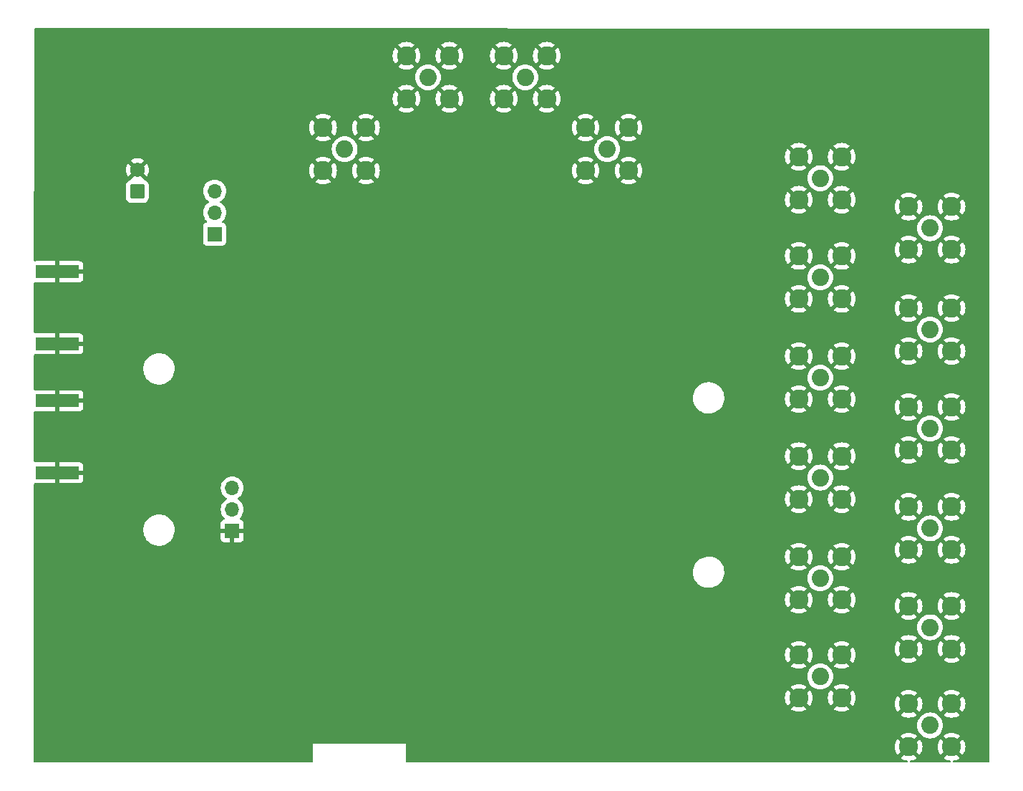
<source format=gbr>
%TF.GenerationSoftware,KiCad,Pcbnew,7.0.5*%
%TF.CreationDate,2025-08-20T16:29:09-04:00*%
%TF.ProjectId,PrawnDO_Breakout_Connectorized,50726177-6e44-44f5-9f42-7265616b6f75,rev?*%
%TF.SameCoordinates,Original*%
%TF.FileFunction,Copper,L2,Bot*%
%TF.FilePolarity,Positive*%
%FSLAX46Y46*%
G04 Gerber Fmt 4.6, Leading zero omitted, Abs format (unit mm)*
G04 Created by KiCad (PCBNEW 7.0.5) date 2025-08-20 16:29:09*
%MOMM*%
%LPD*%
G01*
G04 APERTURE LIST*
G04 Aperture macros list*
%AMRoundRect*
0 Rectangle with rounded corners*
0 $1 Rounding radius*
0 $2 $3 $4 $5 $6 $7 $8 $9 X,Y pos of 4 corners*
0 Add a 4 corners polygon primitive as box body*
4,1,4,$2,$3,$4,$5,$6,$7,$8,$9,$2,$3,0*
0 Add four circle primitives for the rounded corners*
1,1,$1+$1,$2,$3*
1,1,$1+$1,$4,$5*
1,1,$1+$1,$6,$7*
1,1,$1+$1,$8,$9*
0 Add four rect primitives between the rounded corners*
20,1,$1+$1,$2,$3,$4,$5,0*
20,1,$1+$1,$4,$5,$6,$7,0*
20,1,$1+$1,$6,$7,$8,$9,0*
20,1,$1+$1,$8,$9,$2,$3,0*%
G04 Aperture macros list end*
%TA.AperFunction,ComponentPad*%
%ADD10C,2.050000*%
%TD*%
%TA.AperFunction,ComponentPad*%
%ADD11C,2.250000*%
%TD*%
%TA.AperFunction,SMDPad,CuDef*%
%ADD12R,5.080000X1.500000*%
%TD*%
%TA.AperFunction,ComponentPad*%
%ADD13RoundRect,0.250000X0.620000X-0.620000X0.620000X0.620000X-0.620000X0.620000X-0.620000X-0.620000X0*%
%TD*%
%TA.AperFunction,ComponentPad*%
%ADD14C,1.740000*%
%TD*%
%TA.AperFunction,ComponentPad*%
%ADD15R,1.700000X1.700000*%
%TD*%
%TA.AperFunction,ComponentPad*%
%ADD16O,1.700000X1.700000*%
%TD*%
G04 APERTURE END LIST*
D10*
%TO.P,J10,1,In*%
%TO.N,do6*%
X177897000Y-101511000D03*
D11*
%TO.P,J10,2,Ext*%
%TO.N,GND*%
X180437000Y-104051000D03*
X180437000Y-98971000D03*
X175357000Y-104051000D03*
X175357000Y-98971000D03*
%TD*%
D10*
%TO.P,J8,1,In*%
%TO.N,do8*%
X177897000Y-89811000D03*
D11*
%TO.P,J8,2,Ext*%
%TO.N,GND*%
X175357000Y-92351000D03*
X180437000Y-92351000D03*
X175357000Y-87271000D03*
X180437000Y-87271000D03*
%TD*%
D10*
%TO.P,J12,1,In*%
%TO.N,do4*%
X177897000Y-113311000D03*
D11*
%TO.P,J12,2,Ext*%
%TO.N,GND*%
X175357000Y-110771000D03*
X175357000Y-115851000D03*
X180437000Y-110771000D03*
X180437000Y-115851000D03*
%TD*%
D10*
%TO.P,J1,1,In*%
%TO.N,do15*%
X108650000Y-68500000D03*
D11*
%TO.P,J1,2,Ext*%
%TO.N,GND*%
X106110000Y-71040000D03*
X111190000Y-71040000D03*
X106110000Y-65960000D03*
X111190000Y-65960000D03*
%TD*%
D12*
%TO.P,J18,2,Ext*%
%TO.N,GND*%
X74700000Y-106730000D03*
X74700000Y-98230000D03*
%TD*%
D13*
%TO.P,J20,1,Pin_1*%
%TO.N,Net-(J19-Pin_3)*%
X84140000Y-73500000D03*
D14*
%TO.P,J20,2,Pin_2*%
%TO.N,GND*%
X84140000Y-70960000D03*
%TD*%
D15*
%TO.P,JP1,1,A*%
%TO.N,GND*%
X95350000Y-113600000D03*
D16*
%TO.P,JP1,2,C*%
%TO.N,Net-(JP1-C)*%
X95350000Y-111060000D03*
%TO.P,JP1,3,B*%
%TO.N,unconnected-(JP1-B-Pad3)*%
X95350000Y-108520000D03*
%TD*%
D15*
%TO.P,J19,1,Pin_1*%
%TO.N,3_3V_Pico*%
X93271500Y-78540000D03*
D16*
%TO.P,J19,2,Pin_2*%
%TO.N,Power  Supply*%
X93271500Y-76000000D03*
%TO.P,J19,3,Pin_3*%
%TO.N,Net-(J19-Pin_3)*%
X93271500Y-73460000D03*
%TD*%
D12*
%TO.P,J17,2,Ext*%
%TO.N,GND*%
X74700000Y-91487500D03*
X74700000Y-82987500D03*
%TD*%
D10*
%TO.P,J9,1,In*%
%TO.N,do7*%
X164897000Y-95511000D03*
D11*
%TO.P,J9,2,Ext*%
%TO.N,GND*%
X167437000Y-98051000D03*
X167437000Y-92971000D03*
X162357000Y-98051000D03*
X162357000Y-92971000D03*
%TD*%
D10*
%TO.P,J14,1,In*%
%TO.N,do2*%
X177897000Y-125011000D03*
D11*
%TO.P,J14,2,Ext*%
%TO.N,GND*%
X175357000Y-122471000D03*
X175357000Y-127551000D03*
X180437000Y-122471000D03*
X180437000Y-127551000D03*
%TD*%
D10*
%TO.P,J4,1,In*%
%TO.N,do12*%
X139706000Y-68500000D03*
D11*
%TO.P,J4,2,Ext*%
%TO.N,GND*%
X137166000Y-71040000D03*
X142246000Y-71040000D03*
X137166000Y-65960000D03*
X142246000Y-65960000D03*
%TD*%
D10*
%TO.P,J2,1,In*%
%TO.N,do14*%
X118500000Y-60000000D03*
D11*
%TO.P,J2,2,Ext*%
%TO.N,GND*%
X115960000Y-62540000D03*
X121040000Y-62540000D03*
X115960000Y-57460000D03*
X121040000Y-57460000D03*
%TD*%
D10*
%TO.P,J16,1,In*%
%TO.N,do0*%
X177897000Y-136600000D03*
D11*
%TO.P,J16,2,Ext*%
%TO.N,GND*%
X175357000Y-134060000D03*
X175357000Y-139140000D03*
X180437000Y-134060000D03*
X180437000Y-139140000D03*
%TD*%
D10*
%TO.P,J3,1,In*%
%TO.N,do13*%
X130010000Y-60000000D03*
D11*
%TO.P,J3,2,Ext*%
%TO.N,GND*%
X127470000Y-62540000D03*
X132550000Y-62540000D03*
X127470000Y-57460000D03*
X132550000Y-57460000D03*
%TD*%
D10*
%TO.P,J5,1,In*%
%TO.N,do11*%
X164897000Y-71932000D03*
D11*
%TO.P,J5,2,Ext*%
%TO.N,GND*%
X162357000Y-74472000D03*
X167437000Y-74472000D03*
X162357000Y-69392000D03*
X167437000Y-69392000D03*
%TD*%
D10*
%TO.P,J6,1,In*%
%TO.N,do10*%
X177897000Y-77841000D03*
D11*
%TO.P,J6,2,Ext*%
%TO.N,GND*%
X175357000Y-80381000D03*
X180437000Y-80381000D03*
X175357000Y-75301000D03*
X180437000Y-75301000D03*
%TD*%
D10*
%TO.P,J13,1,In*%
%TO.N,do3*%
X164897000Y-119201000D03*
D11*
%TO.P,J13,2,Ext*%
%TO.N,GND*%
X162357000Y-116661000D03*
X162357000Y-121741000D03*
X167437000Y-116661000D03*
X167437000Y-121741000D03*
%TD*%
D10*
%TO.P,J11,1,In*%
%TO.N,do5*%
X164897000Y-107311000D03*
D11*
%TO.P,J11,2,Ext*%
%TO.N,GND*%
X162357000Y-104771000D03*
X162357000Y-109851000D03*
X167437000Y-104771000D03*
X167437000Y-109851000D03*
%TD*%
D10*
%TO.P,J7,1,In*%
%TO.N,do9*%
X164897000Y-83662000D03*
D11*
%TO.P,J7,2,Ext*%
%TO.N,GND*%
X162357000Y-86202000D03*
X167437000Y-86202000D03*
X162357000Y-81122000D03*
X167437000Y-81122000D03*
%TD*%
D10*
%TO.P,J15,1,In*%
%TO.N,do1*%
X164897000Y-130811000D03*
D11*
%TO.P,J15,2,Ext*%
%TO.N,GND*%
X162357000Y-128271000D03*
X162357000Y-133351000D03*
X167437000Y-128271000D03*
X167437000Y-133351000D03*
%TD*%
%TA.AperFunction,Conductor*%
%TO.N,GND*%
G36*
X184766039Y-54229989D02*
G01*
X184833077Y-54249679D01*
X184878827Y-54302488D01*
X184890028Y-54353960D01*
X184899500Y-95455264D01*
X184899500Y-140875500D01*
X184879815Y-140942539D01*
X184827011Y-140988294D01*
X184775500Y-140999500D01*
X180677264Y-140999500D01*
X180610225Y-140979815D01*
X180564470Y-140927011D01*
X180554526Y-140857853D01*
X180583551Y-140794297D01*
X180642329Y-140756523D01*
X180667535Y-140751882D01*
X180691988Y-140749957D01*
X180940702Y-140690247D01*
X181177012Y-140592365D01*
X181177015Y-140592363D01*
X181395103Y-140458719D01*
X181398912Y-140455464D01*
X180835609Y-139892161D01*
X180954431Y-139820669D01*
X181088658Y-139693523D01*
X181191861Y-139541308D01*
X181752464Y-140101912D01*
X181755719Y-140098103D01*
X181889363Y-139880015D01*
X181889365Y-139880012D01*
X181987247Y-139643702D01*
X182046957Y-139394989D01*
X182067024Y-139140000D01*
X182046957Y-138885010D01*
X181987247Y-138636297D01*
X181889365Y-138399987D01*
X181889363Y-138399984D01*
X181755719Y-138181898D01*
X181755712Y-138181888D01*
X181752465Y-138178087D01*
X181752464Y-138178087D01*
X181188232Y-138742319D01*
X181144684Y-138660178D01*
X181024991Y-138519265D01*
X180877805Y-138407377D01*
X180835597Y-138387849D01*
X181398911Y-137824535D01*
X181398911Y-137824533D01*
X181395110Y-137821286D01*
X181395095Y-137821275D01*
X181177015Y-137687636D01*
X181177012Y-137687634D01*
X180940702Y-137589752D01*
X180691988Y-137530042D01*
X180691989Y-137530042D01*
X180437000Y-137509975D01*
X180182010Y-137530042D01*
X179933297Y-137589752D01*
X179696987Y-137687634D01*
X179696984Y-137687636D01*
X179478897Y-137821280D01*
X179475087Y-137824534D01*
X180038390Y-138387837D01*
X179919569Y-138459331D01*
X179785342Y-138586477D01*
X179682138Y-138738691D01*
X179121534Y-138178087D01*
X179118280Y-138181897D01*
X178984636Y-138399984D01*
X178984634Y-138399987D01*
X178886752Y-138636297D01*
X178827042Y-138885010D01*
X178806975Y-139140000D01*
X178827042Y-139394989D01*
X178886752Y-139643702D01*
X178984634Y-139880012D01*
X178984636Y-139880015D01*
X179118275Y-140098095D01*
X179118286Y-140098110D01*
X179121533Y-140101911D01*
X179121535Y-140101911D01*
X179685766Y-139537679D01*
X179729316Y-139619822D01*
X179849009Y-139760735D01*
X179996195Y-139872623D01*
X180038402Y-139892150D01*
X179475087Y-140455464D01*
X179475087Y-140455465D01*
X179478888Y-140458712D01*
X179478898Y-140458719D01*
X179696984Y-140592363D01*
X179696987Y-140592365D01*
X179933297Y-140690247D01*
X180182011Y-140749957D01*
X180182010Y-140749957D01*
X180206465Y-140751882D01*
X180271753Y-140776766D01*
X180313224Y-140832997D01*
X180317711Y-140902722D01*
X180283789Y-140963805D01*
X180222229Y-140996851D01*
X180196736Y-140999500D01*
X175597264Y-140999500D01*
X175530225Y-140979815D01*
X175484470Y-140927011D01*
X175474526Y-140857853D01*
X175503551Y-140794297D01*
X175562329Y-140756523D01*
X175587535Y-140751882D01*
X175611988Y-140749957D01*
X175860702Y-140690247D01*
X176097012Y-140592365D01*
X176097015Y-140592363D01*
X176315103Y-140458719D01*
X176318912Y-140455464D01*
X175755609Y-139892161D01*
X175874431Y-139820669D01*
X176008658Y-139693523D01*
X176111861Y-139541308D01*
X176672464Y-140101912D01*
X176675719Y-140098103D01*
X176809363Y-139880015D01*
X176809365Y-139880012D01*
X176907247Y-139643702D01*
X176966957Y-139394989D01*
X176987024Y-139140000D01*
X176966957Y-138885010D01*
X176907247Y-138636297D01*
X176809365Y-138399987D01*
X176809363Y-138399984D01*
X176675719Y-138181898D01*
X176675712Y-138181888D01*
X176672465Y-138178087D01*
X176672464Y-138178087D01*
X176108232Y-138742319D01*
X176064684Y-138660178D01*
X175944991Y-138519265D01*
X175797805Y-138407377D01*
X175755597Y-138387849D01*
X176318911Y-137824535D01*
X176318911Y-137824533D01*
X176315110Y-137821286D01*
X176315095Y-137821275D01*
X176097015Y-137687636D01*
X176097012Y-137687634D01*
X175860702Y-137589752D01*
X175611988Y-137530042D01*
X175611989Y-137530042D01*
X175357000Y-137509975D01*
X175102010Y-137530042D01*
X174853297Y-137589752D01*
X174616987Y-137687634D01*
X174616984Y-137687636D01*
X174398897Y-137821280D01*
X174395087Y-137824534D01*
X174958390Y-138387837D01*
X174839569Y-138459331D01*
X174705342Y-138586477D01*
X174602138Y-138738691D01*
X174041534Y-138178087D01*
X174038280Y-138181897D01*
X173904636Y-138399984D01*
X173904634Y-138399987D01*
X173806752Y-138636297D01*
X173747042Y-138885010D01*
X173726975Y-139140000D01*
X173747042Y-139394989D01*
X173806752Y-139643702D01*
X173904634Y-139880012D01*
X173904636Y-139880015D01*
X174038275Y-140098095D01*
X174038286Y-140098110D01*
X174041533Y-140101911D01*
X174041535Y-140101911D01*
X174605766Y-139537679D01*
X174649316Y-139619822D01*
X174769009Y-139760735D01*
X174916195Y-139872623D01*
X174958402Y-139892150D01*
X174395087Y-140455464D01*
X174395087Y-140455465D01*
X174398888Y-140458712D01*
X174398898Y-140458719D01*
X174616984Y-140592363D01*
X174616987Y-140592365D01*
X174853297Y-140690247D01*
X175102011Y-140749957D01*
X175102010Y-140749957D01*
X175126465Y-140751882D01*
X175191753Y-140776766D01*
X175233224Y-140832997D01*
X175237711Y-140902722D01*
X175203789Y-140963805D01*
X175142229Y-140996851D01*
X175116736Y-140999500D01*
X116024500Y-140999500D01*
X115957461Y-140979815D01*
X115911706Y-140927011D01*
X115900500Y-140875500D01*
X115900500Y-138824759D01*
X115900528Y-138824616D01*
X115900524Y-138824616D01*
X115900539Y-138800002D01*
X115900541Y-138800000D01*
X115900462Y-138799808D01*
X115900384Y-138799618D01*
X115900383Y-138799617D01*
X115900381Y-138799616D01*
X115900090Y-138799496D01*
X115900001Y-138799459D01*
X115875446Y-138799459D01*
X115875240Y-138799500D01*
X104924760Y-138799500D01*
X104924554Y-138799459D01*
X104899998Y-138799459D01*
X104899909Y-138799496D01*
X104899619Y-138799615D01*
X104899615Y-138799618D01*
X104899459Y-138799999D01*
X104899476Y-138824616D01*
X104899471Y-138824616D01*
X104899500Y-138824759D01*
X104899500Y-140875500D01*
X104879815Y-140942539D01*
X104827011Y-140988294D01*
X104775500Y-140999500D01*
X72024500Y-140999500D01*
X71957461Y-140979815D01*
X71911706Y-140927011D01*
X71900500Y-140875500D01*
X71900500Y-138838944D01*
X71900734Y-137824533D01*
X71901016Y-136600000D01*
X176366783Y-136600000D01*
X176385623Y-136839382D01*
X176441674Y-137072853D01*
X176441678Y-137072865D01*
X176533565Y-137294702D01*
X176659026Y-137499436D01*
X176659028Y-137499439D01*
X176814973Y-137682027D01*
X176997561Y-137837972D01*
X176997563Y-137837973D01*
X177202297Y-137963434D01*
X177299047Y-138003508D01*
X177424137Y-138055323D01*
X177657621Y-138111377D01*
X177897000Y-138130217D01*
X178136379Y-138111377D01*
X178369863Y-138055323D01*
X178591704Y-137963433D01*
X178796439Y-137837972D01*
X178979027Y-137682027D01*
X179134972Y-137499439D01*
X179260433Y-137294704D01*
X179352323Y-137072863D01*
X179408377Y-136839379D01*
X179427217Y-136600000D01*
X179408377Y-136360621D01*
X179352323Y-136127137D01*
X179300508Y-136002047D01*
X179260434Y-135905297D01*
X179134973Y-135700563D01*
X179134972Y-135700561D01*
X178979027Y-135517973D01*
X178796439Y-135362028D01*
X178796436Y-135362026D01*
X178591702Y-135236565D01*
X178369865Y-135144678D01*
X178369867Y-135144678D01*
X178369863Y-135144677D01*
X178369859Y-135144676D01*
X178369853Y-135144674D01*
X178136382Y-135088623D01*
X177956844Y-135074492D01*
X177897000Y-135069783D01*
X177896999Y-135069783D01*
X177657617Y-135088623D01*
X177424146Y-135144674D01*
X177424134Y-135144678D01*
X177202297Y-135236565D01*
X176997563Y-135362026D01*
X176814973Y-135517973D01*
X176659026Y-135700563D01*
X176533565Y-135905297D01*
X176441678Y-136127134D01*
X176441674Y-136127146D01*
X176385623Y-136360617D01*
X176366783Y-136600000D01*
X71901016Y-136600000D01*
X71901765Y-133351000D01*
X160726975Y-133351000D01*
X160747042Y-133605989D01*
X160806752Y-133854702D01*
X160904634Y-134091012D01*
X160904636Y-134091015D01*
X161038275Y-134309095D01*
X161038286Y-134309110D01*
X161041533Y-134312911D01*
X161041535Y-134312911D01*
X161605766Y-133748679D01*
X161649316Y-133830822D01*
X161769009Y-133971735D01*
X161916195Y-134083623D01*
X161958402Y-134103150D01*
X161395087Y-134666464D01*
X161395087Y-134666465D01*
X161398888Y-134669712D01*
X161398898Y-134669719D01*
X161616984Y-134803363D01*
X161616987Y-134803365D01*
X161853297Y-134901247D01*
X162102011Y-134960957D01*
X162102010Y-134960957D01*
X162357000Y-134981024D01*
X162611989Y-134960957D01*
X162860702Y-134901247D01*
X163097012Y-134803365D01*
X163097015Y-134803363D01*
X163315103Y-134669719D01*
X163318912Y-134666464D01*
X162755609Y-134103161D01*
X162874431Y-134031669D01*
X163008658Y-133904523D01*
X163111861Y-133752308D01*
X163672464Y-134312912D01*
X163675719Y-134309103D01*
X163809363Y-134091015D01*
X163809365Y-134091012D01*
X163907247Y-133854702D01*
X163966957Y-133605989D01*
X163987024Y-133351000D01*
X165806975Y-133351000D01*
X165827042Y-133605989D01*
X165886752Y-133854702D01*
X165984634Y-134091012D01*
X165984636Y-134091015D01*
X166118275Y-134309095D01*
X166118286Y-134309110D01*
X166121533Y-134312911D01*
X166121535Y-134312911D01*
X166685766Y-133748679D01*
X166729316Y-133830822D01*
X166849009Y-133971735D01*
X166996195Y-134083623D01*
X167038402Y-134103150D01*
X166475087Y-134666464D01*
X166475087Y-134666465D01*
X166478888Y-134669712D01*
X166478898Y-134669719D01*
X166696984Y-134803363D01*
X166696987Y-134803365D01*
X166933297Y-134901247D01*
X167182011Y-134960957D01*
X167182010Y-134960957D01*
X167437000Y-134981024D01*
X167691989Y-134960957D01*
X167940702Y-134901247D01*
X168177012Y-134803365D01*
X168177015Y-134803363D01*
X168395103Y-134669719D01*
X168398912Y-134666464D01*
X167835609Y-134103161D01*
X167954431Y-134031669D01*
X168088658Y-133904523D01*
X168191861Y-133752308D01*
X168752464Y-134312912D01*
X168755719Y-134309103D01*
X168889363Y-134091015D01*
X168889365Y-134091012D01*
X168902210Y-134060000D01*
X173726975Y-134060000D01*
X173747042Y-134314989D01*
X173806752Y-134563702D01*
X173904634Y-134800012D01*
X173904636Y-134800015D01*
X174038275Y-135018095D01*
X174038286Y-135018110D01*
X174041533Y-135021911D01*
X174041535Y-135021911D01*
X174605766Y-134457679D01*
X174649316Y-134539822D01*
X174769009Y-134680735D01*
X174916195Y-134792623D01*
X174958402Y-134812150D01*
X174395087Y-135375464D01*
X174395087Y-135375465D01*
X174398888Y-135378712D01*
X174398898Y-135378719D01*
X174616984Y-135512363D01*
X174616987Y-135512365D01*
X174853297Y-135610247D01*
X175102011Y-135669957D01*
X175102010Y-135669957D01*
X175356999Y-135690024D01*
X175611989Y-135669957D01*
X175860702Y-135610247D01*
X176097012Y-135512365D01*
X176097015Y-135512363D01*
X176315103Y-135378719D01*
X176318912Y-135375464D01*
X175755609Y-134812161D01*
X175874431Y-134740669D01*
X176008658Y-134613523D01*
X176111861Y-134461308D01*
X176672464Y-135021912D01*
X176675719Y-135018103D01*
X176809363Y-134800015D01*
X176809365Y-134800012D01*
X176907247Y-134563702D01*
X176966957Y-134314989D01*
X176987024Y-134060000D01*
X178806975Y-134060000D01*
X178827042Y-134314989D01*
X178886752Y-134563702D01*
X178984634Y-134800012D01*
X178984636Y-134800015D01*
X179118275Y-135018095D01*
X179118286Y-135018110D01*
X179121533Y-135021911D01*
X179121535Y-135021911D01*
X179685766Y-134457679D01*
X179729316Y-134539822D01*
X179849009Y-134680735D01*
X179996195Y-134792623D01*
X180038402Y-134812150D01*
X179475087Y-135375464D01*
X179475087Y-135375465D01*
X179478888Y-135378712D01*
X179478898Y-135378719D01*
X179696984Y-135512363D01*
X179696987Y-135512365D01*
X179933297Y-135610247D01*
X180182011Y-135669957D01*
X180182010Y-135669957D01*
X180436999Y-135690024D01*
X180691989Y-135669957D01*
X180940702Y-135610247D01*
X181177012Y-135512365D01*
X181177015Y-135512363D01*
X181395103Y-135378719D01*
X181398912Y-135375464D01*
X180835609Y-134812161D01*
X180954431Y-134740669D01*
X181088658Y-134613523D01*
X181191861Y-134461308D01*
X181752464Y-135021912D01*
X181755719Y-135018103D01*
X181889363Y-134800015D01*
X181889365Y-134800012D01*
X181987247Y-134563702D01*
X182046957Y-134314989D01*
X182067024Y-134060000D01*
X182046957Y-133805010D01*
X181987247Y-133556297D01*
X181889365Y-133319987D01*
X181889363Y-133319984D01*
X181755719Y-133101898D01*
X181755712Y-133101888D01*
X181752465Y-133098087D01*
X181752464Y-133098087D01*
X181188232Y-133662319D01*
X181144684Y-133580178D01*
X181024991Y-133439265D01*
X180877805Y-133327377D01*
X180835597Y-133307849D01*
X181398911Y-132744535D01*
X181398911Y-132744533D01*
X181395110Y-132741286D01*
X181395095Y-132741275D01*
X181177015Y-132607636D01*
X181177012Y-132607634D01*
X180940702Y-132509752D01*
X180691988Y-132450042D01*
X180691989Y-132450042D01*
X180437000Y-132429975D01*
X180182010Y-132450042D01*
X179933297Y-132509752D01*
X179696987Y-132607634D01*
X179696984Y-132607636D01*
X179478897Y-132741280D01*
X179475087Y-132744534D01*
X180038390Y-133307837D01*
X179919569Y-133379331D01*
X179785342Y-133506477D01*
X179682138Y-133658691D01*
X179121534Y-133098087D01*
X179118280Y-133101897D01*
X178984636Y-133319984D01*
X178984634Y-133319987D01*
X178886752Y-133556297D01*
X178827042Y-133805010D01*
X178806975Y-134060000D01*
X176987024Y-134060000D01*
X176966957Y-133805010D01*
X176907247Y-133556297D01*
X176809365Y-133319987D01*
X176809363Y-133319984D01*
X176675719Y-133101898D01*
X176675712Y-133101888D01*
X176672465Y-133098087D01*
X176672464Y-133098087D01*
X176108232Y-133662319D01*
X176064684Y-133580178D01*
X175944991Y-133439265D01*
X175797805Y-133327377D01*
X175755597Y-133307849D01*
X176318911Y-132744535D01*
X176318911Y-132744533D01*
X176315110Y-132741286D01*
X176315095Y-132741275D01*
X176097015Y-132607636D01*
X176097012Y-132607634D01*
X175860702Y-132509752D01*
X175611988Y-132450042D01*
X175611989Y-132450042D01*
X175357000Y-132429975D01*
X175102010Y-132450042D01*
X174853297Y-132509752D01*
X174616987Y-132607634D01*
X174616984Y-132607636D01*
X174398897Y-132741280D01*
X174395087Y-132744534D01*
X174958390Y-133307837D01*
X174839569Y-133379331D01*
X174705342Y-133506477D01*
X174602138Y-133658691D01*
X174041534Y-133098087D01*
X174038280Y-133101897D01*
X173904636Y-133319984D01*
X173904634Y-133319987D01*
X173806752Y-133556297D01*
X173747042Y-133805010D01*
X173726975Y-134060000D01*
X168902210Y-134060000D01*
X168987247Y-133854702D01*
X169046957Y-133605989D01*
X169067024Y-133350999D01*
X169046957Y-133096010D01*
X168987247Y-132847297D01*
X168889365Y-132610987D01*
X168889363Y-132610984D01*
X168755719Y-132392898D01*
X168755712Y-132392888D01*
X168752465Y-132389087D01*
X168752464Y-132389087D01*
X168188232Y-132953319D01*
X168144684Y-132871178D01*
X168024991Y-132730265D01*
X167877805Y-132618377D01*
X167835597Y-132598849D01*
X168398911Y-132035535D01*
X168398911Y-132035533D01*
X168395110Y-132032286D01*
X168395095Y-132032275D01*
X168177015Y-131898636D01*
X168177012Y-131898634D01*
X167940702Y-131800752D01*
X167691988Y-131741042D01*
X167691989Y-131741042D01*
X167437000Y-131720975D01*
X167182010Y-131741042D01*
X166933297Y-131800752D01*
X166696987Y-131898634D01*
X166696984Y-131898636D01*
X166478897Y-132032280D01*
X166475087Y-132035534D01*
X167038390Y-132598837D01*
X166919569Y-132670331D01*
X166785342Y-132797477D01*
X166682138Y-132949691D01*
X166121534Y-132389087D01*
X166118280Y-132392897D01*
X165984636Y-132610984D01*
X165984634Y-132610987D01*
X165886752Y-132847297D01*
X165827042Y-133096010D01*
X165806975Y-133351000D01*
X163987024Y-133351000D01*
X163966957Y-133096010D01*
X163907247Y-132847297D01*
X163809365Y-132610987D01*
X163809363Y-132610984D01*
X163675719Y-132392898D01*
X163675712Y-132392888D01*
X163672465Y-132389087D01*
X163672464Y-132389087D01*
X163108232Y-132953318D01*
X163064684Y-132871178D01*
X162944991Y-132730265D01*
X162797805Y-132618377D01*
X162755597Y-132598849D01*
X163318911Y-132035535D01*
X163318911Y-132035533D01*
X163315110Y-132032286D01*
X163315095Y-132032275D01*
X163097015Y-131898636D01*
X163097012Y-131898634D01*
X162860702Y-131800752D01*
X162611988Y-131741042D01*
X162611989Y-131741042D01*
X162357000Y-131720975D01*
X162102010Y-131741042D01*
X161853297Y-131800752D01*
X161616987Y-131898634D01*
X161616984Y-131898636D01*
X161398897Y-132032280D01*
X161395087Y-132035534D01*
X161958390Y-132598837D01*
X161839569Y-132670331D01*
X161705342Y-132797477D01*
X161602138Y-132949691D01*
X161041534Y-132389087D01*
X161038280Y-132392897D01*
X160904636Y-132610984D01*
X160904634Y-132610987D01*
X160806752Y-132847297D01*
X160747042Y-133096010D01*
X160726975Y-133351000D01*
X71901765Y-133351000D01*
X71902350Y-130811000D01*
X163366783Y-130811000D01*
X163385623Y-131050382D01*
X163441674Y-131283853D01*
X163441678Y-131283865D01*
X163533565Y-131505702D01*
X163659026Y-131710436D01*
X163659028Y-131710439D01*
X163814973Y-131893027D01*
X163997561Y-132048972D01*
X163997563Y-132048973D01*
X164202297Y-132174434D01*
X164299047Y-132214508D01*
X164424137Y-132266323D01*
X164657621Y-132322377D01*
X164897000Y-132341217D01*
X165136379Y-132322377D01*
X165369863Y-132266323D01*
X165591704Y-132174433D01*
X165796439Y-132048972D01*
X165979027Y-131893027D01*
X166134972Y-131710439D01*
X166260433Y-131505704D01*
X166352323Y-131283863D01*
X166408377Y-131050379D01*
X166427217Y-130811000D01*
X166408377Y-130571621D01*
X166352323Y-130338137D01*
X166300508Y-130213047D01*
X166260434Y-130116297D01*
X166134973Y-129911563D01*
X166134972Y-129911561D01*
X165979027Y-129728973D01*
X165796439Y-129573028D01*
X165796436Y-129573026D01*
X165591702Y-129447565D01*
X165369865Y-129355678D01*
X165369867Y-129355678D01*
X165369863Y-129355677D01*
X165369859Y-129355676D01*
X165369853Y-129355674D01*
X165136382Y-129299623D01*
X164897000Y-129280783D01*
X164657617Y-129299623D01*
X164424146Y-129355674D01*
X164424134Y-129355678D01*
X164202297Y-129447565D01*
X163997563Y-129573026D01*
X163814973Y-129728973D01*
X163659026Y-129911563D01*
X163533565Y-130116297D01*
X163441678Y-130338134D01*
X163441674Y-130338146D01*
X163385623Y-130571617D01*
X163366783Y-130811000D01*
X71902350Y-130811000D01*
X71902935Y-128271000D01*
X160726975Y-128271000D01*
X160747042Y-128525989D01*
X160806752Y-128774702D01*
X160904634Y-129011012D01*
X160904636Y-129011015D01*
X161038275Y-129229095D01*
X161038286Y-129229110D01*
X161041533Y-129232911D01*
X161041535Y-129232911D01*
X161605766Y-128668679D01*
X161649316Y-128750822D01*
X161769009Y-128891735D01*
X161916195Y-129003623D01*
X161958402Y-129023150D01*
X161395087Y-129586464D01*
X161395087Y-129586465D01*
X161398888Y-129589712D01*
X161398898Y-129589719D01*
X161616984Y-129723363D01*
X161616987Y-129723365D01*
X161853297Y-129821247D01*
X162102011Y-129880957D01*
X162102010Y-129880957D01*
X162357000Y-129901024D01*
X162611989Y-129880957D01*
X162860702Y-129821247D01*
X163097012Y-129723365D01*
X163097015Y-129723363D01*
X163315103Y-129589719D01*
X163318912Y-129586464D01*
X162755609Y-129023161D01*
X162874431Y-128951669D01*
X163008658Y-128824523D01*
X163111861Y-128672309D01*
X163672464Y-129232912D01*
X163675719Y-129229103D01*
X163809363Y-129011015D01*
X163809365Y-129011012D01*
X163907247Y-128774702D01*
X163966957Y-128525989D01*
X163987024Y-128271000D01*
X165806975Y-128271000D01*
X165827042Y-128525989D01*
X165886752Y-128774702D01*
X165984634Y-129011012D01*
X165984636Y-129011015D01*
X166118275Y-129229095D01*
X166118286Y-129229110D01*
X166121533Y-129232911D01*
X166121535Y-129232911D01*
X166685766Y-128668679D01*
X166729316Y-128750822D01*
X166849009Y-128891735D01*
X166996195Y-129003623D01*
X167038402Y-129023150D01*
X166475087Y-129586464D01*
X166475087Y-129586465D01*
X166478888Y-129589712D01*
X166478898Y-129589719D01*
X166696984Y-129723363D01*
X166696987Y-129723365D01*
X166933297Y-129821247D01*
X167182011Y-129880957D01*
X167182010Y-129880957D01*
X167437000Y-129901024D01*
X167691989Y-129880957D01*
X167940702Y-129821247D01*
X168177012Y-129723365D01*
X168177015Y-129723363D01*
X168395103Y-129589719D01*
X168398912Y-129586464D01*
X167835609Y-129023161D01*
X167954431Y-128951669D01*
X168088658Y-128824523D01*
X168191861Y-128672309D01*
X168752464Y-129232912D01*
X168755719Y-129229103D01*
X168889363Y-129011015D01*
X168889365Y-129011012D01*
X168987247Y-128774702D01*
X169046957Y-128525989D01*
X169067024Y-128270999D01*
X169046957Y-128016010D01*
X168987247Y-127767297D01*
X168897655Y-127551000D01*
X173726975Y-127551000D01*
X173747042Y-127805989D01*
X173806752Y-128054702D01*
X173904634Y-128291012D01*
X173904636Y-128291015D01*
X174038275Y-128509095D01*
X174038286Y-128509110D01*
X174041533Y-128512911D01*
X174041535Y-128512911D01*
X174605766Y-127948679D01*
X174649316Y-128030822D01*
X174769009Y-128171735D01*
X174916195Y-128283623D01*
X174958402Y-128303150D01*
X174395087Y-128866464D01*
X174395087Y-128866465D01*
X174398888Y-128869712D01*
X174398898Y-128869719D01*
X174616984Y-129003363D01*
X174616987Y-129003365D01*
X174853297Y-129101247D01*
X175102011Y-129160957D01*
X175102010Y-129160957D01*
X175357000Y-129181024D01*
X175611989Y-129160957D01*
X175860702Y-129101247D01*
X176097012Y-129003365D01*
X176097015Y-129003363D01*
X176315103Y-128869719D01*
X176318912Y-128866464D01*
X175755609Y-128303161D01*
X175874431Y-128231669D01*
X176008658Y-128104523D01*
X176111861Y-127952308D01*
X176672464Y-128512912D01*
X176675719Y-128509103D01*
X176809363Y-128291015D01*
X176809365Y-128291012D01*
X176907247Y-128054702D01*
X176966957Y-127805989D01*
X176987024Y-127550999D01*
X178806975Y-127550999D01*
X178827042Y-127805989D01*
X178886752Y-128054702D01*
X178984634Y-128291012D01*
X178984636Y-128291015D01*
X179118275Y-128509095D01*
X179118286Y-128509110D01*
X179121533Y-128512911D01*
X179121535Y-128512911D01*
X179685766Y-127948679D01*
X179729316Y-128030822D01*
X179849009Y-128171735D01*
X179996195Y-128283623D01*
X180038402Y-128303150D01*
X179475087Y-128866464D01*
X179475087Y-128866465D01*
X179478888Y-128869712D01*
X179478898Y-128869719D01*
X179696984Y-129003363D01*
X179696987Y-129003365D01*
X179933297Y-129101247D01*
X180182011Y-129160957D01*
X180182010Y-129160957D01*
X180437000Y-129181024D01*
X180691989Y-129160957D01*
X180940702Y-129101247D01*
X181177012Y-129003365D01*
X181177015Y-129003363D01*
X181395103Y-128869719D01*
X181398912Y-128866464D01*
X180835609Y-128303161D01*
X180954431Y-128231669D01*
X181088658Y-128104523D01*
X181191861Y-127952308D01*
X181752464Y-128512912D01*
X181755719Y-128509103D01*
X181889363Y-128291015D01*
X181889365Y-128291012D01*
X181987247Y-128054702D01*
X182046957Y-127805989D01*
X182067024Y-127550999D01*
X182046957Y-127296010D01*
X181987247Y-127047297D01*
X181889365Y-126810987D01*
X181889363Y-126810984D01*
X181755719Y-126592898D01*
X181755712Y-126592888D01*
X181752465Y-126589087D01*
X181752464Y-126589087D01*
X181188232Y-127153319D01*
X181144684Y-127071178D01*
X181024991Y-126930265D01*
X180877805Y-126818377D01*
X180835596Y-126798849D01*
X181398911Y-126235535D01*
X181398911Y-126235533D01*
X181395110Y-126232286D01*
X181395095Y-126232275D01*
X181177015Y-126098636D01*
X181177012Y-126098634D01*
X180940702Y-126000752D01*
X180691988Y-125941042D01*
X180691989Y-125941042D01*
X180437000Y-125920975D01*
X180182010Y-125941042D01*
X179933297Y-126000752D01*
X179696987Y-126098634D01*
X179696984Y-126098636D01*
X179478897Y-126232280D01*
X179475087Y-126235534D01*
X180038390Y-126798838D01*
X179919569Y-126870331D01*
X179785342Y-126997477D01*
X179682138Y-127149691D01*
X179121534Y-126589087D01*
X179118280Y-126592897D01*
X178984636Y-126810984D01*
X178984634Y-126810987D01*
X178886752Y-127047297D01*
X178827042Y-127296010D01*
X178806975Y-127550999D01*
X176987024Y-127550999D01*
X176966957Y-127296010D01*
X176907247Y-127047297D01*
X176809365Y-126810987D01*
X176809363Y-126810984D01*
X176675719Y-126592898D01*
X176675712Y-126592888D01*
X176672465Y-126589087D01*
X176672464Y-126589087D01*
X176108232Y-127153319D01*
X176064684Y-127071178D01*
X175944991Y-126930265D01*
X175797805Y-126818377D01*
X175755596Y-126798849D01*
X176318911Y-126235535D01*
X176318911Y-126235533D01*
X176315110Y-126232286D01*
X176315095Y-126232275D01*
X176097015Y-126098636D01*
X176097012Y-126098634D01*
X175860702Y-126000752D01*
X175611988Y-125941042D01*
X175611989Y-125941042D01*
X175357000Y-125920975D01*
X175102010Y-125941042D01*
X174853297Y-126000752D01*
X174616987Y-126098634D01*
X174616984Y-126098636D01*
X174398897Y-126232280D01*
X174395087Y-126235534D01*
X174958390Y-126798837D01*
X174839569Y-126870331D01*
X174705342Y-126997477D01*
X174602138Y-127149691D01*
X174041534Y-126589087D01*
X174038280Y-126592897D01*
X173904636Y-126810984D01*
X173904634Y-126810987D01*
X173806752Y-127047297D01*
X173747042Y-127296010D01*
X173726975Y-127551000D01*
X168897655Y-127551000D01*
X168889365Y-127530987D01*
X168889363Y-127530984D01*
X168755719Y-127312898D01*
X168755712Y-127312888D01*
X168752465Y-127309087D01*
X168752464Y-127309087D01*
X168188232Y-127873319D01*
X168144684Y-127791178D01*
X168024991Y-127650265D01*
X167877805Y-127538377D01*
X167835597Y-127518849D01*
X168398911Y-126955535D01*
X168398911Y-126955533D01*
X168395110Y-126952286D01*
X168395095Y-126952275D01*
X168177015Y-126818636D01*
X168177012Y-126818634D01*
X167940702Y-126720752D01*
X167691988Y-126661042D01*
X167691989Y-126661042D01*
X167436999Y-126640975D01*
X167182010Y-126661042D01*
X166933297Y-126720752D01*
X166696987Y-126818634D01*
X166696984Y-126818636D01*
X166478897Y-126952280D01*
X166475087Y-126955534D01*
X167038390Y-127518837D01*
X166919569Y-127590331D01*
X166785342Y-127717477D01*
X166682138Y-127869691D01*
X166121534Y-127309087D01*
X166118280Y-127312897D01*
X165984636Y-127530984D01*
X165984634Y-127530987D01*
X165886752Y-127767297D01*
X165827042Y-128016010D01*
X165806975Y-128271000D01*
X163987024Y-128271000D01*
X163966957Y-128016010D01*
X163907247Y-127767297D01*
X163809365Y-127530987D01*
X163809363Y-127530984D01*
X163675719Y-127312898D01*
X163675712Y-127312888D01*
X163672465Y-127309087D01*
X163672464Y-127309087D01*
X163108232Y-127873319D01*
X163064684Y-127791178D01*
X162944991Y-127650265D01*
X162797805Y-127538377D01*
X162755597Y-127518849D01*
X163318911Y-126955535D01*
X163318911Y-126955533D01*
X163315110Y-126952286D01*
X163315095Y-126952275D01*
X163097015Y-126818636D01*
X163097012Y-126818634D01*
X162860702Y-126720752D01*
X162611988Y-126661042D01*
X162611989Y-126661042D01*
X162356999Y-126640975D01*
X162102010Y-126661042D01*
X161853297Y-126720752D01*
X161616987Y-126818634D01*
X161616984Y-126818636D01*
X161398897Y-126952280D01*
X161395087Y-126955534D01*
X161958390Y-127518837D01*
X161839569Y-127590331D01*
X161705342Y-127717477D01*
X161602138Y-127869691D01*
X161041534Y-127309087D01*
X161038280Y-127312897D01*
X160904636Y-127530984D01*
X160904634Y-127530987D01*
X160806752Y-127767297D01*
X160747042Y-128016010D01*
X160726975Y-128271000D01*
X71902935Y-128271000D01*
X71903686Y-125011000D01*
X176366783Y-125011000D01*
X176385623Y-125250382D01*
X176441674Y-125483853D01*
X176441678Y-125483865D01*
X176533565Y-125705702D01*
X176659026Y-125910436D01*
X176659028Y-125910439D01*
X176814973Y-126093027D01*
X176997561Y-126248972D01*
X176997563Y-126248973D01*
X177202297Y-126374434D01*
X177299047Y-126414508D01*
X177424137Y-126466323D01*
X177657621Y-126522377D01*
X177897000Y-126541217D01*
X178136379Y-126522377D01*
X178369863Y-126466323D01*
X178591704Y-126374433D01*
X178796439Y-126248972D01*
X178979027Y-126093027D01*
X179134972Y-125910439D01*
X179260433Y-125705704D01*
X179352323Y-125483863D01*
X179408377Y-125250379D01*
X179427217Y-125011000D01*
X179408377Y-124771621D01*
X179352323Y-124538137D01*
X179300508Y-124413047D01*
X179260434Y-124316297D01*
X179134973Y-124111563D01*
X179134972Y-124111561D01*
X178979027Y-123928973D01*
X178796439Y-123773028D01*
X178796436Y-123773026D01*
X178591702Y-123647565D01*
X178369865Y-123555678D01*
X178369867Y-123555678D01*
X178369863Y-123555677D01*
X178369859Y-123555676D01*
X178369853Y-123555674D01*
X178136382Y-123499623D01*
X177956844Y-123485492D01*
X177897000Y-123480783D01*
X177896999Y-123480783D01*
X177657617Y-123499623D01*
X177424146Y-123555674D01*
X177424134Y-123555678D01*
X177202297Y-123647565D01*
X176997563Y-123773026D01*
X176814973Y-123928973D01*
X176659026Y-124111563D01*
X176533565Y-124316297D01*
X176441678Y-124538134D01*
X176441674Y-124538146D01*
X176385623Y-124771617D01*
X176366783Y-125011000D01*
X71903686Y-125011000D01*
X71904440Y-121740999D01*
X160726975Y-121740999D01*
X160747042Y-121995989D01*
X160806752Y-122244702D01*
X160904634Y-122481012D01*
X160904636Y-122481015D01*
X161038275Y-122699095D01*
X161038286Y-122699110D01*
X161041533Y-122702911D01*
X161041535Y-122702911D01*
X161605766Y-122138679D01*
X161649316Y-122220822D01*
X161769009Y-122361735D01*
X161916195Y-122473623D01*
X161958402Y-122493150D01*
X161395087Y-123056464D01*
X161395087Y-123056465D01*
X161398888Y-123059712D01*
X161398898Y-123059719D01*
X161616984Y-123193363D01*
X161616987Y-123193365D01*
X161853297Y-123291247D01*
X162102011Y-123350957D01*
X162102010Y-123350957D01*
X162357000Y-123371024D01*
X162611989Y-123350957D01*
X162860702Y-123291247D01*
X163097012Y-123193365D01*
X163097015Y-123193363D01*
X163315103Y-123059719D01*
X163318912Y-123056464D01*
X162755609Y-122493161D01*
X162874431Y-122421669D01*
X163008658Y-122294523D01*
X163111861Y-122142309D01*
X163672464Y-122702912D01*
X163675719Y-122699103D01*
X163809363Y-122481015D01*
X163809365Y-122481012D01*
X163907247Y-122244702D01*
X163966957Y-121995989D01*
X163987024Y-121740999D01*
X165806975Y-121740999D01*
X165827042Y-121995989D01*
X165886752Y-122244702D01*
X165984634Y-122481012D01*
X165984636Y-122481015D01*
X166118275Y-122699095D01*
X166118286Y-122699110D01*
X166121533Y-122702911D01*
X166121535Y-122702911D01*
X166685766Y-122138679D01*
X166729316Y-122220822D01*
X166849009Y-122361735D01*
X166996195Y-122473623D01*
X167038402Y-122493150D01*
X166475087Y-123056464D01*
X166475087Y-123056465D01*
X166478888Y-123059712D01*
X166478898Y-123059719D01*
X166696984Y-123193363D01*
X166696987Y-123193365D01*
X166933297Y-123291247D01*
X167182011Y-123350957D01*
X167182010Y-123350957D01*
X167437000Y-123371024D01*
X167691989Y-123350957D01*
X167940702Y-123291247D01*
X168177012Y-123193365D01*
X168177015Y-123193363D01*
X168395103Y-123059719D01*
X168398912Y-123056464D01*
X167835609Y-122493161D01*
X167954431Y-122421669D01*
X168088658Y-122294523D01*
X168191861Y-122142308D01*
X168752464Y-122702912D01*
X168755719Y-122699103D01*
X168889363Y-122481015D01*
X168889365Y-122481012D01*
X168893512Y-122471000D01*
X173726975Y-122471000D01*
X173747042Y-122725989D01*
X173806752Y-122974702D01*
X173904634Y-123211012D01*
X173904636Y-123211015D01*
X174038275Y-123429095D01*
X174038286Y-123429110D01*
X174041533Y-123432911D01*
X174041535Y-123432911D01*
X174605766Y-122868679D01*
X174649316Y-122950822D01*
X174769009Y-123091735D01*
X174916195Y-123203623D01*
X174958402Y-123223150D01*
X174395087Y-123786464D01*
X174395087Y-123786465D01*
X174398888Y-123789712D01*
X174398898Y-123789719D01*
X174616984Y-123923363D01*
X174616987Y-123923365D01*
X174853297Y-124021247D01*
X175102011Y-124080957D01*
X175102010Y-124080957D01*
X175357000Y-124101024D01*
X175611989Y-124080957D01*
X175860702Y-124021247D01*
X176097012Y-123923365D01*
X176097015Y-123923363D01*
X176315103Y-123789719D01*
X176318912Y-123786464D01*
X175755609Y-123223161D01*
X175874431Y-123151669D01*
X176008658Y-123024523D01*
X176111861Y-122872308D01*
X176672464Y-123432912D01*
X176675719Y-123429103D01*
X176809363Y-123211015D01*
X176809365Y-123211012D01*
X176907247Y-122974702D01*
X176966957Y-122725989D01*
X176987024Y-122470999D01*
X178806975Y-122470999D01*
X178827042Y-122725989D01*
X178886752Y-122974702D01*
X178984634Y-123211012D01*
X178984636Y-123211015D01*
X179118275Y-123429095D01*
X179118286Y-123429110D01*
X179121533Y-123432911D01*
X179121535Y-123432911D01*
X179685766Y-122868679D01*
X179729316Y-122950822D01*
X179849009Y-123091735D01*
X179996195Y-123203623D01*
X180038402Y-123223150D01*
X179475087Y-123786464D01*
X179475087Y-123786465D01*
X179478888Y-123789712D01*
X179478898Y-123789719D01*
X179696984Y-123923363D01*
X179696987Y-123923365D01*
X179933297Y-124021247D01*
X180182011Y-124080957D01*
X180182010Y-124080957D01*
X180437000Y-124101024D01*
X180691989Y-124080957D01*
X180940702Y-124021247D01*
X181177012Y-123923365D01*
X181177015Y-123923363D01*
X181395103Y-123789719D01*
X181398912Y-123786464D01*
X180835609Y-123223161D01*
X180954431Y-123151669D01*
X181088658Y-123024523D01*
X181191861Y-122872308D01*
X181752464Y-123432912D01*
X181755719Y-123429103D01*
X181889363Y-123211015D01*
X181889365Y-123211012D01*
X181987247Y-122974702D01*
X182046957Y-122725989D01*
X182067024Y-122470999D01*
X182046957Y-122216010D01*
X181987247Y-121967297D01*
X181889365Y-121730987D01*
X181889363Y-121730984D01*
X181755719Y-121512898D01*
X181755712Y-121512888D01*
X181752465Y-121509087D01*
X181752464Y-121509087D01*
X181188232Y-122073319D01*
X181144684Y-121991178D01*
X181024991Y-121850265D01*
X180877805Y-121738377D01*
X180835596Y-121718849D01*
X181398911Y-121155535D01*
X181398911Y-121155533D01*
X181395110Y-121152286D01*
X181395095Y-121152275D01*
X181177015Y-121018636D01*
X181177012Y-121018634D01*
X180940702Y-120920752D01*
X180691988Y-120861042D01*
X180691989Y-120861042D01*
X180437000Y-120840975D01*
X180182010Y-120861042D01*
X179933297Y-120920752D01*
X179696987Y-121018634D01*
X179696984Y-121018636D01*
X179478897Y-121152280D01*
X179475087Y-121155534D01*
X180038390Y-121718838D01*
X179919569Y-121790331D01*
X179785342Y-121917477D01*
X179682139Y-122069690D01*
X179121534Y-121509087D01*
X179118280Y-121512897D01*
X178984636Y-121730984D01*
X178984634Y-121730987D01*
X178886752Y-121967297D01*
X178827042Y-122216010D01*
X178806975Y-122470999D01*
X176987024Y-122470999D01*
X176966957Y-122216010D01*
X176907247Y-121967297D01*
X176809365Y-121730987D01*
X176809363Y-121730984D01*
X176675719Y-121512898D01*
X176675712Y-121512888D01*
X176672465Y-121509087D01*
X176672464Y-121509087D01*
X176108232Y-122073319D01*
X176064684Y-121991178D01*
X175944991Y-121850265D01*
X175797805Y-121738377D01*
X175755597Y-121718849D01*
X176318911Y-121155535D01*
X176318911Y-121155533D01*
X176315110Y-121152286D01*
X176315095Y-121152275D01*
X176097015Y-121018636D01*
X176097012Y-121018634D01*
X175860702Y-120920752D01*
X175611988Y-120861042D01*
X175611989Y-120861042D01*
X175357000Y-120840975D01*
X175102010Y-120861042D01*
X174853297Y-120920752D01*
X174616987Y-121018634D01*
X174616984Y-121018636D01*
X174398897Y-121152280D01*
X174395087Y-121155534D01*
X174958390Y-121718837D01*
X174839569Y-121790331D01*
X174705342Y-121917477D01*
X174602138Y-122069691D01*
X174041534Y-121509087D01*
X174038280Y-121512897D01*
X173904636Y-121730984D01*
X173904634Y-121730987D01*
X173806752Y-121967297D01*
X173747042Y-122216010D01*
X173726975Y-122471000D01*
X168893512Y-122471000D01*
X168987247Y-122244702D01*
X169046957Y-121995989D01*
X169067024Y-121741000D01*
X169046957Y-121486010D01*
X168987247Y-121237297D01*
X168889365Y-121000987D01*
X168889363Y-121000984D01*
X168755719Y-120782898D01*
X168755712Y-120782888D01*
X168752465Y-120779087D01*
X168752464Y-120779087D01*
X168188232Y-121343319D01*
X168144684Y-121261178D01*
X168024991Y-121120265D01*
X167877805Y-121008377D01*
X167835596Y-120988849D01*
X168398911Y-120425535D01*
X168398911Y-120425533D01*
X168395110Y-120422286D01*
X168395095Y-120422275D01*
X168177015Y-120288636D01*
X168177012Y-120288634D01*
X167940702Y-120190752D01*
X167691988Y-120131042D01*
X167691989Y-120131042D01*
X167436999Y-120110975D01*
X167182010Y-120131042D01*
X166933297Y-120190752D01*
X166696987Y-120288634D01*
X166696984Y-120288636D01*
X166478897Y-120422280D01*
X166475087Y-120425534D01*
X167038390Y-120988837D01*
X166919569Y-121060331D01*
X166785342Y-121187477D01*
X166682138Y-121339691D01*
X166121534Y-120779087D01*
X166118280Y-120782897D01*
X165984636Y-121000984D01*
X165984634Y-121000987D01*
X165886752Y-121237297D01*
X165827042Y-121486010D01*
X165806975Y-121740999D01*
X163987024Y-121740999D01*
X163966957Y-121486010D01*
X163907247Y-121237297D01*
X163809365Y-121000987D01*
X163809363Y-121000984D01*
X163675719Y-120782898D01*
X163675712Y-120782888D01*
X163672465Y-120779087D01*
X163672464Y-120779087D01*
X163108232Y-121343319D01*
X163064684Y-121261178D01*
X162944991Y-121120265D01*
X162797805Y-121008377D01*
X162755596Y-120988849D01*
X163318911Y-120425535D01*
X163318911Y-120425533D01*
X163315110Y-120422286D01*
X163315095Y-120422275D01*
X163097015Y-120288636D01*
X163097012Y-120288634D01*
X162860702Y-120190752D01*
X162611988Y-120131042D01*
X162611989Y-120131042D01*
X162356999Y-120110975D01*
X162102010Y-120131042D01*
X161853297Y-120190752D01*
X161616987Y-120288634D01*
X161616984Y-120288636D01*
X161398897Y-120422280D01*
X161395087Y-120425534D01*
X161958390Y-120988837D01*
X161839569Y-121060331D01*
X161705342Y-121187477D01*
X161602138Y-121339691D01*
X161041534Y-120779087D01*
X161038280Y-120782897D01*
X160904636Y-121000984D01*
X160904634Y-121000987D01*
X160806752Y-121237297D01*
X160747042Y-121486010D01*
X160726975Y-121740999D01*
X71904440Y-121740999D01*
X71905174Y-118553763D01*
X149845787Y-118553763D01*
X149875413Y-118823013D01*
X149875415Y-118823024D01*
X149943926Y-119085082D01*
X149943928Y-119085088D01*
X150049870Y-119334390D01*
X150121998Y-119452575D01*
X150190979Y-119565605D01*
X150190986Y-119565615D01*
X150364253Y-119773819D01*
X150364259Y-119773824D01*
X150565998Y-119954582D01*
X150791910Y-120104044D01*
X151037176Y-120219020D01*
X151037183Y-120219022D01*
X151037185Y-120219023D01*
X151296557Y-120297057D01*
X151296564Y-120297058D01*
X151296569Y-120297060D01*
X151564561Y-120336500D01*
X151564566Y-120336500D01*
X151767629Y-120336500D01*
X151767631Y-120336500D01*
X151767636Y-120336499D01*
X151767648Y-120336499D01*
X151805191Y-120333750D01*
X151970156Y-120321677D01*
X152118491Y-120288634D01*
X152234546Y-120262782D01*
X152234548Y-120262781D01*
X152234553Y-120262780D01*
X152487558Y-120166014D01*
X152723777Y-120033441D01*
X152938177Y-119867888D01*
X153126186Y-119672881D01*
X153283799Y-119452579D01*
X153357787Y-119308669D01*
X153407649Y-119211690D01*
X153407651Y-119211684D01*
X153407656Y-119211675D01*
X153411298Y-119200999D01*
X163366783Y-119200999D01*
X163385623Y-119440382D01*
X163441674Y-119673853D01*
X163441678Y-119673865D01*
X163533565Y-119895702D01*
X163617972Y-120033442D01*
X163659028Y-120100439D01*
X163814973Y-120283027D01*
X163997561Y-120438972D01*
X163997563Y-120438973D01*
X164202297Y-120564434D01*
X164299047Y-120604508D01*
X164424137Y-120656323D01*
X164657621Y-120712377D01*
X164897000Y-120731217D01*
X165136379Y-120712377D01*
X165369863Y-120656323D01*
X165591704Y-120564433D01*
X165796439Y-120438972D01*
X165979027Y-120283027D01*
X166134972Y-120100439D01*
X166260433Y-119895704D01*
X166352323Y-119673863D01*
X166408377Y-119440379D01*
X166427217Y-119201000D01*
X166408377Y-118961621D01*
X166352323Y-118728137D01*
X166300508Y-118603047D01*
X166260434Y-118506297D01*
X166134973Y-118301563D01*
X166134972Y-118301561D01*
X165979027Y-118118973D01*
X165796439Y-117963028D01*
X165796436Y-117963026D01*
X165591702Y-117837565D01*
X165369865Y-117745678D01*
X165369867Y-117745678D01*
X165369863Y-117745677D01*
X165369859Y-117745676D01*
X165369853Y-117745674D01*
X165136382Y-117689623D01*
X164897000Y-117670783D01*
X164657617Y-117689623D01*
X164424146Y-117745674D01*
X164424134Y-117745678D01*
X164202297Y-117837565D01*
X163997563Y-117963026D01*
X163814973Y-118118973D01*
X163659026Y-118301563D01*
X163533565Y-118506297D01*
X163441678Y-118728134D01*
X163441674Y-118728146D01*
X163385623Y-118961617D01*
X163366783Y-119200999D01*
X153411298Y-119200999D01*
X153495118Y-118955305D01*
X153544319Y-118688933D01*
X153554212Y-118418235D01*
X153524586Y-118148982D01*
X153456072Y-117886912D01*
X153350130Y-117637610D01*
X153209018Y-117406390D01*
X153155157Y-117341669D01*
X153035746Y-117198180D01*
X153035740Y-117198175D01*
X152834002Y-117017418D01*
X152608092Y-116867957D01*
X152608090Y-116867956D01*
X152362824Y-116752980D01*
X152362819Y-116752978D01*
X152362814Y-116752976D01*
X152103442Y-116674942D01*
X152103428Y-116674939D01*
X152008706Y-116660999D01*
X160726975Y-116660999D01*
X160747042Y-116915989D01*
X160806752Y-117164702D01*
X160904634Y-117401012D01*
X160904636Y-117401015D01*
X161038275Y-117619095D01*
X161038286Y-117619110D01*
X161041533Y-117622911D01*
X161041535Y-117622911D01*
X161605766Y-117058679D01*
X161649316Y-117140822D01*
X161769009Y-117281735D01*
X161916195Y-117393623D01*
X161958402Y-117413150D01*
X161395087Y-117976464D01*
X161395087Y-117976465D01*
X161398888Y-117979712D01*
X161398898Y-117979719D01*
X161616984Y-118113363D01*
X161616987Y-118113365D01*
X161853297Y-118211247D01*
X162102011Y-118270957D01*
X162102010Y-118270957D01*
X162357000Y-118291024D01*
X162611989Y-118270957D01*
X162860702Y-118211247D01*
X163097012Y-118113365D01*
X163097015Y-118113363D01*
X163315103Y-117979719D01*
X163318912Y-117976464D01*
X162755609Y-117413161D01*
X162874431Y-117341669D01*
X163008658Y-117214523D01*
X163111861Y-117062309D01*
X163672464Y-117622912D01*
X163675719Y-117619103D01*
X163809363Y-117401015D01*
X163809365Y-117401012D01*
X163907247Y-117164702D01*
X163966957Y-116915989D01*
X163987024Y-116660999D01*
X165806975Y-116660999D01*
X165827042Y-116915989D01*
X165886752Y-117164702D01*
X165984634Y-117401012D01*
X165984636Y-117401015D01*
X166118275Y-117619095D01*
X166118286Y-117619110D01*
X166121533Y-117622911D01*
X166121535Y-117622911D01*
X166685766Y-117058679D01*
X166729316Y-117140822D01*
X166849009Y-117281735D01*
X166996195Y-117393623D01*
X167038402Y-117413150D01*
X166475087Y-117976464D01*
X166475087Y-117976465D01*
X166478888Y-117979712D01*
X166478898Y-117979719D01*
X166696984Y-118113363D01*
X166696987Y-118113365D01*
X166933297Y-118211247D01*
X167182011Y-118270957D01*
X167182010Y-118270957D01*
X167437000Y-118291024D01*
X167691989Y-118270957D01*
X167940702Y-118211247D01*
X168177012Y-118113365D01*
X168177015Y-118113363D01*
X168395103Y-117979719D01*
X168398912Y-117976464D01*
X167835609Y-117413161D01*
X167954431Y-117341669D01*
X168088658Y-117214523D01*
X168191861Y-117062308D01*
X168752464Y-117622912D01*
X168755719Y-117619103D01*
X168889363Y-117401015D01*
X168889365Y-117401012D01*
X168987247Y-117164702D01*
X169046957Y-116915989D01*
X169067024Y-116661000D01*
X169046957Y-116406010D01*
X168987247Y-116157297D01*
X168889365Y-115920987D01*
X168889363Y-115920984D01*
X168846477Y-115851000D01*
X173726975Y-115851000D01*
X173747042Y-116105989D01*
X173806752Y-116354702D01*
X173904634Y-116591012D01*
X173904636Y-116591015D01*
X174038275Y-116809095D01*
X174038286Y-116809110D01*
X174041533Y-116812911D01*
X174041535Y-116812911D01*
X174605766Y-116248679D01*
X174649316Y-116330822D01*
X174769009Y-116471735D01*
X174916195Y-116583623D01*
X174958402Y-116603150D01*
X174395087Y-117166464D01*
X174395087Y-117166465D01*
X174398888Y-117169712D01*
X174398898Y-117169719D01*
X174616984Y-117303363D01*
X174616987Y-117303365D01*
X174853297Y-117401247D01*
X175102011Y-117460957D01*
X175102010Y-117460957D01*
X175357000Y-117481024D01*
X175611989Y-117460957D01*
X175860702Y-117401247D01*
X176097012Y-117303365D01*
X176097015Y-117303363D01*
X176315103Y-117169719D01*
X176318912Y-117166464D01*
X175755609Y-116603161D01*
X175874431Y-116531669D01*
X176008658Y-116404523D01*
X176111861Y-116252308D01*
X176672464Y-116812912D01*
X176675719Y-116809103D01*
X176809363Y-116591015D01*
X176809365Y-116591012D01*
X176907247Y-116354702D01*
X176966957Y-116105989D01*
X176987024Y-115850999D01*
X178806975Y-115850999D01*
X178827042Y-116105989D01*
X178886752Y-116354702D01*
X178984634Y-116591012D01*
X178984636Y-116591015D01*
X179118275Y-116809095D01*
X179118286Y-116809110D01*
X179121533Y-116812911D01*
X179121535Y-116812911D01*
X179685766Y-116248679D01*
X179729316Y-116330822D01*
X179849009Y-116471735D01*
X179996195Y-116583623D01*
X180038402Y-116603150D01*
X179475087Y-117166464D01*
X179475087Y-117166465D01*
X179478888Y-117169712D01*
X179478898Y-117169719D01*
X179696984Y-117303363D01*
X179696987Y-117303365D01*
X179933297Y-117401247D01*
X180182011Y-117460957D01*
X180182010Y-117460957D01*
X180437000Y-117481024D01*
X180691989Y-117460957D01*
X180940702Y-117401247D01*
X181177012Y-117303365D01*
X181177015Y-117303363D01*
X181395103Y-117169719D01*
X181398912Y-117166464D01*
X180835609Y-116603161D01*
X180954431Y-116531669D01*
X181088658Y-116404523D01*
X181191861Y-116252308D01*
X181752464Y-116812912D01*
X181755719Y-116809103D01*
X181889363Y-116591015D01*
X181889365Y-116591012D01*
X181987247Y-116354702D01*
X182046957Y-116105989D01*
X182067024Y-115850999D01*
X182046957Y-115596010D01*
X181987247Y-115347297D01*
X181889365Y-115110987D01*
X181889363Y-115110984D01*
X181755719Y-114892898D01*
X181755712Y-114892888D01*
X181752465Y-114889087D01*
X181752464Y-114889087D01*
X181188232Y-115453319D01*
X181144684Y-115371178D01*
X181024991Y-115230265D01*
X180877805Y-115118377D01*
X180835597Y-115098849D01*
X181398911Y-114535535D01*
X181398911Y-114535533D01*
X181395110Y-114532286D01*
X181395095Y-114532275D01*
X181177015Y-114398636D01*
X181177012Y-114398634D01*
X180940702Y-114300752D01*
X180691988Y-114241042D01*
X180691989Y-114241042D01*
X180437000Y-114220975D01*
X180182010Y-114241042D01*
X179933297Y-114300752D01*
X179696987Y-114398634D01*
X179696984Y-114398636D01*
X179478897Y-114532280D01*
X179475087Y-114535534D01*
X180038390Y-115098837D01*
X179919569Y-115170331D01*
X179785342Y-115297477D01*
X179682138Y-115449691D01*
X179121534Y-114889087D01*
X179118280Y-114892897D01*
X178984636Y-115110984D01*
X178984634Y-115110987D01*
X178886752Y-115347297D01*
X178827042Y-115596010D01*
X178806975Y-115850999D01*
X176987024Y-115850999D01*
X176966957Y-115596010D01*
X176907247Y-115347297D01*
X176809365Y-115110987D01*
X176809363Y-115110984D01*
X176675719Y-114892898D01*
X176675712Y-114892888D01*
X176672465Y-114889087D01*
X176672464Y-114889087D01*
X176108232Y-115453319D01*
X176064684Y-115371178D01*
X175944991Y-115230265D01*
X175797805Y-115118377D01*
X175755597Y-115098849D01*
X176318911Y-114535535D01*
X176318911Y-114535533D01*
X176315110Y-114532286D01*
X176315095Y-114532275D01*
X176097015Y-114398636D01*
X176097012Y-114398634D01*
X175860702Y-114300752D01*
X175611988Y-114241042D01*
X175611989Y-114241042D01*
X175357000Y-114220975D01*
X175102010Y-114241042D01*
X174853297Y-114300752D01*
X174616987Y-114398634D01*
X174616984Y-114398636D01*
X174398897Y-114532280D01*
X174395087Y-114535534D01*
X174958390Y-115098837D01*
X174839569Y-115170331D01*
X174705342Y-115297477D01*
X174602138Y-115449691D01*
X174041534Y-114889087D01*
X174038280Y-114892897D01*
X173904636Y-115110984D01*
X173904634Y-115110987D01*
X173806752Y-115347297D01*
X173747042Y-115596010D01*
X173726975Y-115851000D01*
X168846477Y-115851000D01*
X168755719Y-115702898D01*
X168755712Y-115702888D01*
X168752465Y-115699087D01*
X168752464Y-115699087D01*
X168188232Y-116263319D01*
X168144684Y-116181178D01*
X168024991Y-116040265D01*
X167877805Y-115928377D01*
X167835596Y-115908849D01*
X168398911Y-115345535D01*
X168398911Y-115345533D01*
X168395110Y-115342286D01*
X168395095Y-115342275D01*
X168177015Y-115208636D01*
X168177012Y-115208634D01*
X167940702Y-115110752D01*
X167691988Y-115051042D01*
X167691989Y-115051042D01*
X167437000Y-115030975D01*
X167182010Y-115051042D01*
X166933297Y-115110752D01*
X166696987Y-115208634D01*
X166696984Y-115208636D01*
X166478897Y-115342280D01*
X166475087Y-115345534D01*
X167038390Y-115908838D01*
X166919569Y-115980331D01*
X166785342Y-116107477D01*
X166682138Y-116259691D01*
X166121534Y-115699087D01*
X166118280Y-115702897D01*
X165984636Y-115920984D01*
X165984634Y-115920987D01*
X165886752Y-116157297D01*
X165827042Y-116406010D01*
X165806975Y-116660999D01*
X163987024Y-116660999D01*
X163966957Y-116406010D01*
X163907247Y-116157297D01*
X163809365Y-115920987D01*
X163809363Y-115920984D01*
X163675719Y-115702898D01*
X163675712Y-115702888D01*
X163672465Y-115699087D01*
X163672464Y-115699087D01*
X163108232Y-116263319D01*
X163064684Y-116181178D01*
X162944991Y-116040265D01*
X162797805Y-115928377D01*
X162755596Y-115908849D01*
X163318911Y-115345535D01*
X163318911Y-115345533D01*
X163315110Y-115342286D01*
X163315095Y-115342275D01*
X163097015Y-115208636D01*
X163097012Y-115208634D01*
X162860702Y-115110752D01*
X162611988Y-115051042D01*
X162611989Y-115051042D01*
X162357000Y-115030975D01*
X162102010Y-115051042D01*
X161853297Y-115110752D01*
X161616987Y-115208634D01*
X161616984Y-115208636D01*
X161398897Y-115342280D01*
X161395087Y-115345534D01*
X161958390Y-115908837D01*
X161839569Y-115980331D01*
X161705342Y-116107477D01*
X161602138Y-116259691D01*
X161041534Y-115699087D01*
X161038280Y-115702897D01*
X160904636Y-115920984D01*
X160904634Y-115920987D01*
X160806752Y-116157297D01*
X160747042Y-116406010D01*
X160726975Y-116660999D01*
X152008706Y-116660999D01*
X151987791Y-116657921D01*
X151835439Y-116635500D01*
X151632369Y-116635500D01*
X151632351Y-116635500D01*
X151429844Y-116650323D01*
X151429831Y-116650325D01*
X151165453Y-116709217D01*
X151165446Y-116709220D01*
X150912439Y-116805987D01*
X150676226Y-116938557D01*
X150461822Y-117104112D01*
X150273822Y-117299109D01*
X150273816Y-117299116D01*
X150116202Y-117519419D01*
X150116199Y-117519424D01*
X149992350Y-117760309D01*
X149992343Y-117760327D01*
X149904884Y-118016685D01*
X149904881Y-118016699D01*
X149855681Y-118283068D01*
X149855680Y-118283075D01*
X149845787Y-118553763D01*
X71905174Y-118553763D01*
X71906317Y-113592763D01*
X84845683Y-113592763D01*
X84875309Y-113862013D01*
X84875311Y-113862024D01*
X84943822Y-114124082D01*
X84943824Y-114124088D01*
X85049766Y-114373390D01*
X85148722Y-114535535D01*
X85190875Y-114604605D01*
X85190882Y-114604615D01*
X85364149Y-114812819D01*
X85364155Y-114812824D01*
X85469136Y-114906887D01*
X85565894Y-114993582D01*
X85791806Y-115143044D01*
X86037072Y-115258020D01*
X86037079Y-115258022D01*
X86037081Y-115258023D01*
X86296453Y-115336057D01*
X86296460Y-115336058D01*
X86296465Y-115336060D01*
X86564457Y-115375500D01*
X86564462Y-115375500D01*
X86767525Y-115375500D01*
X86767527Y-115375500D01*
X86767532Y-115375499D01*
X86767544Y-115375499D01*
X86805087Y-115372750D01*
X86970052Y-115360677D01*
X87082654Y-115335593D01*
X87234442Y-115301782D01*
X87234444Y-115301781D01*
X87234449Y-115301780D01*
X87487454Y-115205014D01*
X87723673Y-115072441D01*
X87938073Y-114906888D01*
X88126082Y-114711881D01*
X88283695Y-114491579D01*
X88381806Y-114300752D01*
X88407545Y-114250690D01*
X88407547Y-114250684D01*
X88407552Y-114250675D01*
X88495014Y-113994305D01*
X88544215Y-113727933D01*
X88554108Y-113457235D01*
X88524482Y-113187982D01*
X88455968Y-112925912D01*
X88350026Y-112676610D01*
X88208914Y-112445390D01*
X88180763Y-112411563D01*
X88035642Y-112237180D01*
X88035636Y-112237175D01*
X87833898Y-112056418D01*
X87607988Y-111906957D01*
X87607986Y-111906956D01*
X87362720Y-111791980D01*
X87362715Y-111791978D01*
X87362710Y-111791976D01*
X87103338Y-111713942D01*
X87103324Y-111713939D01*
X86987687Y-111696921D01*
X86835335Y-111674500D01*
X86632265Y-111674500D01*
X86632247Y-111674500D01*
X86429740Y-111689323D01*
X86429727Y-111689325D01*
X86165349Y-111748217D01*
X86165342Y-111748220D01*
X85912335Y-111844987D01*
X85676122Y-111977557D01*
X85461718Y-112143112D01*
X85273718Y-112338109D01*
X85273712Y-112338116D01*
X85116098Y-112558419D01*
X85116095Y-112558424D01*
X84992246Y-112799309D01*
X84992239Y-112799327D01*
X84904780Y-113055685D01*
X84904777Y-113055699D01*
X84893765Y-113115320D01*
X84857622Y-113310999D01*
X84855577Y-113322068D01*
X84855576Y-113322075D01*
X84845683Y-113592763D01*
X71906317Y-113592763D01*
X71906901Y-111060000D01*
X93994341Y-111060000D01*
X94014936Y-111295403D01*
X94014938Y-111295413D01*
X94076094Y-111523655D01*
X94076096Y-111523659D01*
X94076097Y-111523663D01*
X94086974Y-111546988D01*
X94175965Y-111737830D01*
X94175967Y-111737834D01*
X94250997Y-111844987D01*
X94311501Y-111931396D01*
X94311506Y-111931402D01*
X94433818Y-112053714D01*
X94467303Y-112115037D01*
X94462319Y-112184729D01*
X94420447Y-112240662D01*
X94389471Y-112257577D01*
X94257912Y-112306646D01*
X94257906Y-112306649D01*
X94142812Y-112392809D01*
X94142809Y-112392812D01*
X94056649Y-112507906D01*
X94056645Y-112507913D01*
X94006403Y-112642620D01*
X94006401Y-112642627D01*
X94000000Y-112702155D01*
X94000000Y-113350000D01*
X94916314Y-113350000D01*
X94890507Y-113390156D01*
X94850000Y-113528111D01*
X94850000Y-113671889D01*
X94890507Y-113809844D01*
X94916314Y-113850000D01*
X94000000Y-113850000D01*
X94000000Y-114497844D01*
X94006401Y-114557372D01*
X94006403Y-114557379D01*
X94056645Y-114692086D01*
X94056649Y-114692093D01*
X94142809Y-114807187D01*
X94142812Y-114807190D01*
X94257906Y-114893350D01*
X94257913Y-114893354D01*
X94392620Y-114943596D01*
X94392627Y-114943598D01*
X94452155Y-114949999D01*
X94452172Y-114950000D01*
X95100000Y-114950000D01*
X95100000Y-114035501D01*
X95207685Y-114084680D01*
X95314237Y-114100000D01*
X95385763Y-114100000D01*
X95492315Y-114084680D01*
X95600000Y-114035501D01*
X95600000Y-114950000D01*
X96247828Y-114950000D01*
X96247844Y-114949999D01*
X96307372Y-114943598D01*
X96307379Y-114943596D01*
X96442086Y-114893354D01*
X96442093Y-114893350D01*
X96557187Y-114807190D01*
X96557190Y-114807187D01*
X96643350Y-114692093D01*
X96643354Y-114692086D01*
X96693596Y-114557379D01*
X96693598Y-114557372D01*
X96699999Y-114497844D01*
X96700000Y-114497827D01*
X96700000Y-113850000D01*
X95783686Y-113850000D01*
X95809493Y-113809844D01*
X95850000Y-113671889D01*
X95850000Y-113528111D01*
X95809493Y-113390156D01*
X95783686Y-113350000D01*
X96700000Y-113350000D01*
X96700000Y-113310999D01*
X176366783Y-113310999D01*
X176385623Y-113550382D01*
X176441674Y-113783853D01*
X176441678Y-113783865D01*
X176533565Y-114005702D01*
X176606112Y-114124088D01*
X176659028Y-114210439D01*
X176814973Y-114393027D01*
X176997561Y-114548972D01*
X176997563Y-114548973D01*
X177202297Y-114674434D01*
X177292703Y-114711881D01*
X177424137Y-114766323D01*
X177657621Y-114822377D01*
X177897000Y-114841217D01*
X178136379Y-114822377D01*
X178369863Y-114766323D01*
X178591704Y-114674433D01*
X178796439Y-114548972D01*
X178979027Y-114393027D01*
X179134972Y-114210439D01*
X179260433Y-114005704D01*
X179352323Y-113783863D01*
X179408377Y-113550379D01*
X179427217Y-113311000D01*
X179408377Y-113071621D01*
X179352323Y-112838137D01*
X179271337Y-112642620D01*
X179260434Y-112616297D01*
X179134973Y-112411563D01*
X179134972Y-112411561D01*
X178979027Y-112228973D01*
X178796439Y-112073028D01*
X178769334Y-112056418D01*
X178591702Y-111947565D01*
X178369865Y-111855678D01*
X178369867Y-111855678D01*
X178369863Y-111855677D01*
X178369859Y-111855676D01*
X178369853Y-111855674D01*
X178136382Y-111799623D01*
X177956844Y-111785492D01*
X177897000Y-111780783D01*
X177896999Y-111780783D01*
X177657617Y-111799623D01*
X177424146Y-111855674D01*
X177424134Y-111855678D01*
X177202297Y-111947565D01*
X176997563Y-112073026D01*
X176814973Y-112228973D01*
X176659026Y-112411563D01*
X176533565Y-112616297D01*
X176441678Y-112838134D01*
X176441674Y-112838146D01*
X176385623Y-113071617D01*
X176366783Y-113310999D01*
X96700000Y-113310999D01*
X96700000Y-112702172D01*
X96699999Y-112702155D01*
X96693598Y-112642627D01*
X96693596Y-112642620D01*
X96643354Y-112507913D01*
X96643350Y-112507906D01*
X96557190Y-112392812D01*
X96557187Y-112392809D01*
X96442093Y-112306649D01*
X96442088Y-112306646D01*
X96310528Y-112257577D01*
X96254595Y-112215705D01*
X96230178Y-112150241D01*
X96245030Y-112081968D01*
X96266175Y-112053720D01*
X96388495Y-111931401D01*
X96524035Y-111737830D01*
X96623903Y-111523663D01*
X96685063Y-111295408D01*
X96705659Y-111060000D01*
X96685063Y-110824592D01*
X96623903Y-110596337D01*
X96524035Y-110382171D01*
X96515867Y-110370505D01*
X96388494Y-110188597D01*
X96221402Y-110021506D01*
X96221401Y-110021505D01*
X96077865Y-109921000D01*
X96035841Y-109891574D01*
X96003409Y-109851000D01*
X160726975Y-109851000D01*
X160747042Y-110105989D01*
X160806752Y-110354702D01*
X160904634Y-110591012D01*
X160904636Y-110591015D01*
X161038275Y-110809095D01*
X161038286Y-110809110D01*
X161041533Y-110812911D01*
X161041535Y-110812911D01*
X161605766Y-110248679D01*
X161649316Y-110330822D01*
X161769009Y-110471735D01*
X161916195Y-110583623D01*
X161958402Y-110603150D01*
X161395087Y-111166464D01*
X161395087Y-111166465D01*
X161398888Y-111169712D01*
X161398898Y-111169719D01*
X161616984Y-111303363D01*
X161616987Y-111303365D01*
X161853297Y-111401247D01*
X162102011Y-111460957D01*
X162102010Y-111460957D01*
X162357000Y-111481024D01*
X162611989Y-111460957D01*
X162860702Y-111401247D01*
X163097012Y-111303365D01*
X163097015Y-111303363D01*
X163315103Y-111169719D01*
X163318912Y-111166464D01*
X162755609Y-110603161D01*
X162874431Y-110531669D01*
X163008658Y-110404523D01*
X163111861Y-110252309D01*
X163672464Y-110812912D01*
X163675719Y-110809103D01*
X163809363Y-110591015D01*
X163809365Y-110591012D01*
X163907247Y-110354702D01*
X163966957Y-110105989D01*
X163987024Y-109851000D01*
X165806975Y-109851000D01*
X165827042Y-110105989D01*
X165886752Y-110354702D01*
X165984634Y-110591012D01*
X165984636Y-110591015D01*
X166118275Y-110809095D01*
X166118286Y-110809110D01*
X166121533Y-110812911D01*
X166121535Y-110812911D01*
X166685766Y-110248679D01*
X166729316Y-110330822D01*
X166849009Y-110471735D01*
X166996195Y-110583623D01*
X167038402Y-110603150D01*
X166475087Y-111166464D01*
X166475087Y-111166465D01*
X166478888Y-111169712D01*
X166478898Y-111169719D01*
X166696984Y-111303363D01*
X166696987Y-111303365D01*
X166933297Y-111401247D01*
X167182011Y-111460957D01*
X167182010Y-111460957D01*
X167437000Y-111481024D01*
X167691989Y-111460957D01*
X167940702Y-111401247D01*
X168177012Y-111303365D01*
X168177015Y-111303363D01*
X168395103Y-111169719D01*
X168398912Y-111166464D01*
X167835609Y-110603161D01*
X167954431Y-110531669D01*
X168088658Y-110404523D01*
X168191861Y-110252309D01*
X168752464Y-110812912D01*
X168755719Y-110809103D01*
X168779068Y-110771000D01*
X173726975Y-110771000D01*
X173747042Y-111025989D01*
X173806752Y-111274702D01*
X173904634Y-111511012D01*
X173904636Y-111511015D01*
X174038275Y-111729095D01*
X174038286Y-111729110D01*
X174041533Y-111732911D01*
X174041535Y-111732911D01*
X174605766Y-111168679D01*
X174649316Y-111250822D01*
X174769009Y-111391735D01*
X174916195Y-111503623D01*
X174958402Y-111523150D01*
X174395087Y-112086464D01*
X174395087Y-112086465D01*
X174398888Y-112089712D01*
X174398898Y-112089719D01*
X174616984Y-112223363D01*
X174616987Y-112223365D01*
X174853297Y-112321247D01*
X175102011Y-112380957D01*
X175102010Y-112380957D01*
X175357000Y-112401024D01*
X175611989Y-112380957D01*
X175860702Y-112321247D01*
X176097012Y-112223365D01*
X176097015Y-112223363D01*
X176315103Y-112089719D01*
X176318912Y-112086464D01*
X175755609Y-111523161D01*
X175874431Y-111451669D01*
X176008658Y-111324523D01*
X176111861Y-111172308D01*
X176672464Y-111732912D01*
X176675719Y-111729103D01*
X176809363Y-111511015D01*
X176809365Y-111511012D01*
X176907247Y-111274702D01*
X176966957Y-111025989D01*
X176987024Y-110770999D01*
X178806975Y-110770999D01*
X178827042Y-111025989D01*
X178886752Y-111274702D01*
X178984634Y-111511012D01*
X178984636Y-111511015D01*
X179118275Y-111729095D01*
X179118286Y-111729110D01*
X179121533Y-111732911D01*
X179121535Y-111732911D01*
X179685766Y-111168679D01*
X179729316Y-111250822D01*
X179849009Y-111391735D01*
X179996195Y-111503623D01*
X180038402Y-111523150D01*
X179475087Y-112086464D01*
X179475087Y-112086465D01*
X179478888Y-112089712D01*
X179478898Y-112089719D01*
X179696984Y-112223363D01*
X179696987Y-112223365D01*
X179933297Y-112321247D01*
X180182011Y-112380957D01*
X180182010Y-112380957D01*
X180437000Y-112401024D01*
X180691989Y-112380957D01*
X180940702Y-112321247D01*
X181177012Y-112223365D01*
X181177015Y-112223363D01*
X181395103Y-112089719D01*
X181398912Y-112086464D01*
X180835609Y-111523161D01*
X180954431Y-111451669D01*
X181088658Y-111324523D01*
X181191861Y-111172308D01*
X181752464Y-111732912D01*
X181755719Y-111729103D01*
X181889363Y-111511015D01*
X181889365Y-111511012D01*
X181987247Y-111274702D01*
X182046957Y-111025989D01*
X182067024Y-110770999D01*
X182046957Y-110516010D01*
X181987247Y-110267297D01*
X181889365Y-110030987D01*
X181889363Y-110030984D01*
X181755719Y-109812898D01*
X181755712Y-109812888D01*
X181752465Y-109809087D01*
X181752464Y-109809087D01*
X181188232Y-110373319D01*
X181144684Y-110291178D01*
X181024991Y-110150265D01*
X180877805Y-110038377D01*
X180835597Y-110018849D01*
X181398911Y-109455535D01*
X181398911Y-109455533D01*
X181395110Y-109452286D01*
X181395095Y-109452275D01*
X181177015Y-109318636D01*
X181177012Y-109318634D01*
X180940702Y-109220752D01*
X180691988Y-109161042D01*
X180691989Y-109161042D01*
X180437000Y-109140975D01*
X180182010Y-109161042D01*
X179933297Y-109220752D01*
X179696987Y-109318634D01*
X179696984Y-109318636D01*
X179478897Y-109452280D01*
X179475087Y-109455534D01*
X180038390Y-110018837D01*
X179919569Y-110090331D01*
X179785342Y-110217477D01*
X179682138Y-110369691D01*
X179121534Y-109809087D01*
X179118280Y-109812897D01*
X178984636Y-110030984D01*
X178984634Y-110030987D01*
X178886752Y-110267297D01*
X178827042Y-110516010D01*
X178806975Y-110770999D01*
X176987024Y-110770999D01*
X176966957Y-110516010D01*
X176907247Y-110267297D01*
X176809365Y-110030987D01*
X176809363Y-110030984D01*
X176675719Y-109812898D01*
X176675712Y-109812888D01*
X176672465Y-109809087D01*
X176672464Y-109809087D01*
X176108232Y-110373319D01*
X176064684Y-110291178D01*
X175944991Y-110150265D01*
X175797805Y-110038377D01*
X175755597Y-110018849D01*
X176318911Y-109455535D01*
X176318911Y-109455533D01*
X176315110Y-109452286D01*
X176315095Y-109452275D01*
X176097015Y-109318636D01*
X176097012Y-109318634D01*
X175860702Y-109220752D01*
X175611988Y-109161042D01*
X175611989Y-109161042D01*
X175357000Y-109140975D01*
X175102010Y-109161042D01*
X174853297Y-109220752D01*
X174616987Y-109318634D01*
X174616984Y-109318636D01*
X174398897Y-109452280D01*
X174395087Y-109455534D01*
X174958390Y-110018837D01*
X174839569Y-110090331D01*
X174705342Y-110217477D01*
X174602138Y-110369691D01*
X174041534Y-109809087D01*
X174038280Y-109812897D01*
X173904636Y-110030984D01*
X173904634Y-110030987D01*
X173806752Y-110267297D01*
X173747042Y-110516010D01*
X173726975Y-110771000D01*
X168779068Y-110771000D01*
X168889363Y-110591015D01*
X168889365Y-110591012D01*
X168987247Y-110354702D01*
X169046957Y-110105989D01*
X169067024Y-109850999D01*
X169046957Y-109596010D01*
X168987247Y-109347297D01*
X168889365Y-109110987D01*
X168889363Y-109110984D01*
X168755719Y-108892898D01*
X168755712Y-108892888D01*
X168752465Y-108889087D01*
X168752464Y-108889087D01*
X168188232Y-109453319D01*
X168144684Y-109371178D01*
X168024991Y-109230265D01*
X167877805Y-109118377D01*
X167835596Y-109098849D01*
X168398911Y-108535535D01*
X168398911Y-108535533D01*
X168395110Y-108532286D01*
X168395095Y-108532275D01*
X168177015Y-108398636D01*
X168177012Y-108398634D01*
X167940702Y-108300752D01*
X167691988Y-108241042D01*
X167691989Y-108241042D01*
X167437000Y-108220975D01*
X167182010Y-108241042D01*
X166933297Y-108300752D01*
X166696987Y-108398634D01*
X166696984Y-108398636D01*
X166478897Y-108532280D01*
X166475087Y-108535534D01*
X167038390Y-109098837D01*
X166919569Y-109170331D01*
X166785342Y-109297477D01*
X166682138Y-109449691D01*
X166121534Y-108889087D01*
X166118280Y-108892897D01*
X165984636Y-109110984D01*
X165984634Y-109110987D01*
X165886752Y-109347297D01*
X165827042Y-109596010D01*
X165806975Y-109851000D01*
X163987024Y-109851000D01*
X163966957Y-109596010D01*
X163907247Y-109347297D01*
X163809365Y-109110987D01*
X163809363Y-109110984D01*
X163675719Y-108892898D01*
X163675712Y-108892888D01*
X163672465Y-108889087D01*
X163672464Y-108889087D01*
X163108232Y-109453319D01*
X163064684Y-109371178D01*
X162944991Y-109230265D01*
X162797805Y-109118377D01*
X162755596Y-109098849D01*
X163318911Y-108535535D01*
X163318911Y-108535533D01*
X163315110Y-108532286D01*
X163315095Y-108532275D01*
X163097015Y-108398636D01*
X163097012Y-108398634D01*
X162860702Y-108300752D01*
X162611988Y-108241042D01*
X162611989Y-108241042D01*
X162357000Y-108220975D01*
X162102010Y-108241042D01*
X161853297Y-108300752D01*
X161616987Y-108398634D01*
X161616984Y-108398636D01*
X161398897Y-108532280D01*
X161395087Y-108535534D01*
X161958390Y-109098837D01*
X161839569Y-109170331D01*
X161705342Y-109297477D01*
X161602138Y-109449691D01*
X161041534Y-108889087D01*
X161038280Y-108892897D01*
X160904636Y-109110984D01*
X160904634Y-109110987D01*
X160806752Y-109347297D01*
X160747042Y-109596010D01*
X160726975Y-109851000D01*
X96003409Y-109851000D01*
X95992216Y-109836997D01*
X95985024Y-109767498D01*
X96016546Y-109705144D01*
X96035836Y-109688428D01*
X96221401Y-109558495D01*
X96388495Y-109391401D01*
X96524035Y-109197830D01*
X96623903Y-108983663D01*
X96685063Y-108755408D01*
X96705659Y-108520000D01*
X96685063Y-108284592D01*
X96623903Y-108056337D01*
X96524035Y-107842171D01*
X96520548Y-107837190D01*
X96388494Y-107648597D01*
X96221402Y-107481506D01*
X96221395Y-107481501D01*
X96027834Y-107345967D01*
X96027830Y-107345965D01*
X96027828Y-107345964D01*
X95952848Y-107311000D01*
X163366783Y-107311000D01*
X163385623Y-107550382D01*
X163441674Y-107783853D01*
X163441678Y-107783865D01*
X163533565Y-108005702D01*
X163659026Y-108210436D01*
X163659028Y-108210439D01*
X163814973Y-108393027D01*
X163997561Y-108548972D01*
X163997563Y-108548973D01*
X164202297Y-108674434D01*
X164299047Y-108714508D01*
X164424137Y-108766323D01*
X164657621Y-108822377D01*
X164897000Y-108841217D01*
X165136379Y-108822377D01*
X165369863Y-108766323D01*
X165591704Y-108674433D01*
X165796439Y-108548972D01*
X165979027Y-108393027D01*
X166134972Y-108210439D01*
X166260433Y-108005704D01*
X166352323Y-107783863D01*
X166408377Y-107550379D01*
X166427217Y-107311000D01*
X166408377Y-107071621D01*
X166352323Y-106838137D01*
X166300508Y-106713047D01*
X166260434Y-106616297D01*
X166134973Y-106411563D01*
X166134972Y-106411561D01*
X165979027Y-106228973D01*
X165796439Y-106073028D01*
X165796436Y-106073026D01*
X165591702Y-105947565D01*
X165369865Y-105855678D01*
X165369867Y-105855678D01*
X165369863Y-105855677D01*
X165369859Y-105855676D01*
X165369853Y-105855674D01*
X165136382Y-105799623D01*
X164897000Y-105780783D01*
X164657617Y-105799623D01*
X164424146Y-105855674D01*
X164424134Y-105855678D01*
X164202297Y-105947565D01*
X163997563Y-106073026D01*
X163814973Y-106228973D01*
X163659026Y-106411563D01*
X163533565Y-106616297D01*
X163441678Y-106838134D01*
X163441674Y-106838146D01*
X163385623Y-107071617D01*
X163366783Y-107311000D01*
X95952848Y-107311000D01*
X95813663Y-107246097D01*
X95813659Y-107246096D01*
X95813655Y-107246094D01*
X95585413Y-107184938D01*
X95585403Y-107184936D01*
X95350001Y-107164341D01*
X95349999Y-107164341D01*
X95114596Y-107184936D01*
X95114586Y-107184938D01*
X94886344Y-107246094D01*
X94886335Y-107246098D01*
X94672171Y-107345964D01*
X94672169Y-107345965D01*
X94478597Y-107481505D01*
X94311505Y-107648597D01*
X94175965Y-107842169D01*
X94175964Y-107842171D01*
X94076098Y-108056335D01*
X94076094Y-108056344D01*
X94014938Y-108284586D01*
X94014936Y-108284596D01*
X93994341Y-108519999D01*
X93994341Y-108520000D01*
X94014936Y-108755403D01*
X94014938Y-108755413D01*
X94076094Y-108983655D01*
X94076096Y-108983659D01*
X94076097Y-108983663D01*
X94163142Y-109170331D01*
X94175965Y-109197830D01*
X94175967Y-109197834D01*
X94311501Y-109391395D01*
X94311506Y-109391402D01*
X94478597Y-109558493D01*
X94478603Y-109558498D01*
X94664158Y-109688425D01*
X94707783Y-109743002D01*
X94714977Y-109812500D01*
X94683454Y-109874855D01*
X94664158Y-109891575D01*
X94478597Y-110021505D01*
X94311505Y-110188597D01*
X94175965Y-110382169D01*
X94175964Y-110382171D01*
X94076098Y-110596335D01*
X94076094Y-110596344D01*
X94014938Y-110824586D01*
X94014936Y-110824596D01*
X93994341Y-111059999D01*
X93994341Y-111060000D01*
X71906901Y-111060000D01*
X71907584Y-108096009D01*
X71927284Y-108028977D01*
X71980099Y-107983234D01*
X72044786Y-107973948D01*
X72044913Y-107972769D01*
X72112155Y-107979999D01*
X72112172Y-107980000D01*
X74450000Y-107980000D01*
X74450000Y-106980000D01*
X74950000Y-106980000D01*
X74950000Y-107980000D01*
X77287828Y-107980000D01*
X77287844Y-107979999D01*
X77347372Y-107973598D01*
X77347379Y-107973596D01*
X77482086Y-107923354D01*
X77482093Y-107923350D01*
X77597187Y-107837190D01*
X77597190Y-107837187D01*
X77683350Y-107722093D01*
X77683354Y-107722086D01*
X77733596Y-107587379D01*
X77733598Y-107587372D01*
X77739999Y-107527844D01*
X77740000Y-107527827D01*
X77740000Y-106980000D01*
X74950000Y-106980000D01*
X74450000Y-106980000D01*
X74450000Y-105480000D01*
X74950000Y-105480000D01*
X74950000Y-106480000D01*
X77740000Y-106480000D01*
X77740000Y-105932172D01*
X77739999Y-105932155D01*
X77733598Y-105872627D01*
X77733596Y-105872620D01*
X77683354Y-105737913D01*
X77683350Y-105737906D01*
X77597190Y-105622812D01*
X77597187Y-105622809D01*
X77482093Y-105536649D01*
X77482086Y-105536645D01*
X77347379Y-105486403D01*
X77347372Y-105486401D01*
X77287844Y-105480000D01*
X74950000Y-105480000D01*
X74450000Y-105480000D01*
X72112155Y-105480000D01*
X72045469Y-105487171D01*
X71976709Y-105474766D01*
X71925572Y-105427156D01*
X71908214Y-105363857D01*
X71908351Y-104771000D01*
X160726975Y-104771000D01*
X160747042Y-105025989D01*
X160806752Y-105274702D01*
X160904634Y-105511012D01*
X160904636Y-105511015D01*
X161038275Y-105729095D01*
X161038286Y-105729110D01*
X161041533Y-105732911D01*
X161041535Y-105732911D01*
X161605766Y-105168679D01*
X161649316Y-105250822D01*
X161769009Y-105391735D01*
X161916195Y-105503623D01*
X161958402Y-105523150D01*
X161395087Y-106086464D01*
X161395087Y-106086465D01*
X161398888Y-106089712D01*
X161398898Y-106089719D01*
X161616984Y-106223363D01*
X161616987Y-106223365D01*
X161853297Y-106321247D01*
X162102011Y-106380957D01*
X162102010Y-106380957D01*
X162357000Y-106401024D01*
X162611989Y-106380957D01*
X162860702Y-106321247D01*
X163097012Y-106223365D01*
X163097015Y-106223363D01*
X163315103Y-106089719D01*
X163318912Y-106086464D01*
X162755609Y-105523161D01*
X162874431Y-105451669D01*
X163008658Y-105324523D01*
X163111861Y-105172308D01*
X163672464Y-105732912D01*
X163675719Y-105729103D01*
X163809363Y-105511015D01*
X163809365Y-105511012D01*
X163907247Y-105274702D01*
X163966957Y-105025989D01*
X163987024Y-104771000D01*
X165806975Y-104771000D01*
X165827042Y-105025989D01*
X165886752Y-105274702D01*
X165984634Y-105511012D01*
X165984636Y-105511015D01*
X166118275Y-105729095D01*
X166118286Y-105729110D01*
X166121533Y-105732911D01*
X166121535Y-105732911D01*
X166685766Y-105168679D01*
X166729316Y-105250822D01*
X166849009Y-105391735D01*
X166996195Y-105503623D01*
X167038402Y-105523150D01*
X166475087Y-106086464D01*
X166475087Y-106086465D01*
X166478888Y-106089712D01*
X166478898Y-106089719D01*
X166696984Y-106223363D01*
X166696987Y-106223365D01*
X166933297Y-106321247D01*
X167182011Y-106380957D01*
X167182010Y-106380957D01*
X167437000Y-106401024D01*
X167691989Y-106380957D01*
X167940702Y-106321247D01*
X168177012Y-106223365D01*
X168177015Y-106223363D01*
X168395103Y-106089719D01*
X168398912Y-106086464D01*
X167835609Y-105523161D01*
X167954431Y-105451669D01*
X168088658Y-105324523D01*
X168191861Y-105172308D01*
X168752464Y-105732912D01*
X168755719Y-105729103D01*
X168889363Y-105511015D01*
X168889365Y-105511012D01*
X168987247Y-105274702D01*
X169046957Y-105025989D01*
X169067024Y-104770999D01*
X169046957Y-104516010D01*
X168987247Y-104267297D01*
X168897655Y-104051000D01*
X173726975Y-104051000D01*
X173747042Y-104305989D01*
X173806752Y-104554702D01*
X173904634Y-104791012D01*
X173904636Y-104791015D01*
X174038275Y-105009095D01*
X174038286Y-105009110D01*
X174041533Y-105012911D01*
X174041535Y-105012911D01*
X174605766Y-104448679D01*
X174649316Y-104530822D01*
X174769009Y-104671735D01*
X174916195Y-104783623D01*
X174958402Y-104803150D01*
X174395087Y-105366464D01*
X174395087Y-105366465D01*
X174398888Y-105369712D01*
X174398898Y-105369719D01*
X174616984Y-105503363D01*
X174616987Y-105503365D01*
X174853297Y-105601247D01*
X175102011Y-105660957D01*
X175102010Y-105660957D01*
X175357000Y-105681024D01*
X175611989Y-105660957D01*
X175860702Y-105601247D01*
X176097012Y-105503365D01*
X176097015Y-105503363D01*
X176315103Y-105369719D01*
X176318912Y-105366464D01*
X175755609Y-104803161D01*
X175874431Y-104731669D01*
X176008658Y-104604523D01*
X176111861Y-104452308D01*
X176672464Y-105012912D01*
X176675719Y-105009103D01*
X176809363Y-104791015D01*
X176809365Y-104791012D01*
X176907247Y-104554702D01*
X176966957Y-104305989D01*
X176987024Y-104050999D01*
X178806975Y-104050999D01*
X178827042Y-104305989D01*
X178886752Y-104554702D01*
X178984634Y-104791012D01*
X178984636Y-104791015D01*
X179118275Y-105009095D01*
X179118286Y-105009110D01*
X179121533Y-105012911D01*
X179121535Y-105012911D01*
X179685766Y-104448679D01*
X179729316Y-104530822D01*
X179849009Y-104671735D01*
X179996195Y-104783623D01*
X180038402Y-104803150D01*
X179475087Y-105366464D01*
X179475087Y-105366465D01*
X179478888Y-105369712D01*
X179478898Y-105369719D01*
X179696984Y-105503363D01*
X179696987Y-105503365D01*
X179933297Y-105601247D01*
X180182011Y-105660957D01*
X180182010Y-105660957D01*
X180437000Y-105681024D01*
X180691989Y-105660957D01*
X180940702Y-105601247D01*
X181177012Y-105503365D01*
X181177015Y-105503363D01*
X181395103Y-105369719D01*
X181398912Y-105366464D01*
X180835609Y-104803161D01*
X180954431Y-104731669D01*
X181088658Y-104604523D01*
X181191861Y-104452308D01*
X181752464Y-105012912D01*
X181755719Y-105009103D01*
X181889363Y-104791015D01*
X181889365Y-104791012D01*
X181987247Y-104554702D01*
X182046957Y-104305989D01*
X182067024Y-104050999D01*
X182046957Y-103796010D01*
X181987247Y-103547297D01*
X181889365Y-103310987D01*
X181889363Y-103310984D01*
X181755719Y-103092898D01*
X181755712Y-103092888D01*
X181752465Y-103089087D01*
X181752464Y-103089087D01*
X181188232Y-103653319D01*
X181144684Y-103571178D01*
X181024991Y-103430265D01*
X180877805Y-103318377D01*
X180835597Y-103298849D01*
X181398911Y-102735535D01*
X181398911Y-102735533D01*
X181395110Y-102732286D01*
X181395095Y-102732275D01*
X181177015Y-102598636D01*
X181177012Y-102598634D01*
X180940702Y-102500752D01*
X180691988Y-102441042D01*
X180691989Y-102441042D01*
X180437000Y-102420975D01*
X180182010Y-102441042D01*
X179933297Y-102500752D01*
X179696987Y-102598634D01*
X179696984Y-102598636D01*
X179478897Y-102732280D01*
X179475087Y-102735534D01*
X180038390Y-103298837D01*
X179919569Y-103370331D01*
X179785342Y-103497477D01*
X179682138Y-103649691D01*
X179121534Y-103089087D01*
X179118280Y-103092897D01*
X178984636Y-103310984D01*
X178984634Y-103310987D01*
X178886752Y-103547297D01*
X178827042Y-103796010D01*
X178806975Y-104050999D01*
X176987024Y-104050999D01*
X176966957Y-103796010D01*
X176907247Y-103547297D01*
X176809365Y-103310987D01*
X176809363Y-103310984D01*
X176675719Y-103092898D01*
X176675712Y-103092888D01*
X176672465Y-103089087D01*
X176672464Y-103089087D01*
X176108232Y-103653319D01*
X176064684Y-103571178D01*
X175944991Y-103430265D01*
X175797805Y-103318377D01*
X175755597Y-103298849D01*
X176318911Y-102735535D01*
X176318911Y-102735533D01*
X176315110Y-102732286D01*
X176315095Y-102732275D01*
X176097015Y-102598636D01*
X176097012Y-102598634D01*
X175860702Y-102500752D01*
X175611988Y-102441042D01*
X175611989Y-102441042D01*
X175357000Y-102420975D01*
X175102010Y-102441042D01*
X174853297Y-102500752D01*
X174616987Y-102598634D01*
X174616984Y-102598636D01*
X174398897Y-102732280D01*
X174395087Y-102735534D01*
X174958390Y-103298837D01*
X174839569Y-103370331D01*
X174705342Y-103497477D01*
X174602138Y-103649691D01*
X174041534Y-103089087D01*
X174038280Y-103092897D01*
X173904636Y-103310984D01*
X173904634Y-103310987D01*
X173806752Y-103547297D01*
X173747042Y-103796010D01*
X173726975Y-104051000D01*
X168897655Y-104051000D01*
X168889365Y-104030987D01*
X168889363Y-104030984D01*
X168755719Y-103812898D01*
X168755712Y-103812888D01*
X168752465Y-103809087D01*
X168752464Y-103809087D01*
X168188232Y-104373319D01*
X168144684Y-104291178D01*
X168024991Y-104150265D01*
X167877805Y-104038377D01*
X167835596Y-104018849D01*
X168398911Y-103455535D01*
X168398911Y-103455533D01*
X168395110Y-103452286D01*
X168395095Y-103452275D01*
X168177015Y-103318636D01*
X168177012Y-103318634D01*
X167940702Y-103220752D01*
X167691988Y-103161042D01*
X167691989Y-103161042D01*
X167437000Y-103140975D01*
X167182010Y-103161042D01*
X166933297Y-103220752D01*
X166696987Y-103318634D01*
X166696984Y-103318636D01*
X166478897Y-103452280D01*
X166475087Y-103455534D01*
X167038390Y-104018838D01*
X166919569Y-104090331D01*
X166785342Y-104217477D01*
X166682138Y-104369691D01*
X166121534Y-103809087D01*
X166118280Y-103812897D01*
X165984636Y-104030984D01*
X165984634Y-104030987D01*
X165886752Y-104267297D01*
X165827042Y-104516010D01*
X165806975Y-104771000D01*
X163987024Y-104771000D01*
X163966957Y-104516010D01*
X163907247Y-104267297D01*
X163809365Y-104030987D01*
X163809363Y-104030984D01*
X163675719Y-103812898D01*
X163675712Y-103812888D01*
X163672465Y-103809087D01*
X163672464Y-103809087D01*
X163108232Y-104373319D01*
X163064684Y-104291178D01*
X162944991Y-104150265D01*
X162797805Y-104038377D01*
X162755596Y-104018849D01*
X163318911Y-103455535D01*
X163318911Y-103455533D01*
X163315110Y-103452286D01*
X163315095Y-103452275D01*
X163097015Y-103318636D01*
X163097012Y-103318634D01*
X162860702Y-103220752D01*
X162611988Y-103161042D01*
X162611989Y-103161042D01*
X162357000Y-103140975D01*
X162102010Y-103161042D01*
X161853297Y-103220752D01*
X161616987Y-103318634D01*
X161616984Y-103318636D01*
X161398897Y-103452280D01*
X161395087Y-103455534D01*
X161958390Y-104018837D01*
X161839569Y-104090331D01*
X161705342Y-104217477D01*
X161602138Y-104369691D01*
X161041534Y-103809087D01*
X161038280Y-103812897D01*
X160904636Y-104030984D01*
X160904634Y-104030987D01*
X160806752Y-104267297D01*
X160747042Y-104516010D01*
X160726975Y-104771000D01*
X71908351Y-104771000D01*
X71909102Y-101511000D01*
X176366783Y-101511000D01*
X176385623Y-101750382D01*
X176441674Y-101983853D01*
X176441678Y-101983865D01*
X176533565Y-102205702D01*
X176659026Y-102410436D01*
X176659028Y-102410439D01*
X176814973Y-102593027D01*
X176997561Y-102748972D01*
X176997563Y-102748973D01*
X177202297Y-102874434D01*
X177299047Y-102914508D01*
X177424137Y-102966323D01*
X177657621Y-103022377D01*
X177897000Y-103041217D01*
X178136379Y-103022377D01*
X178369863Y-102966323D01*
X178591704Y-102874433D01*
X178796439Y-102748972D01*
X178979027Y-102593027D01*
X179134972Y-102410439D01*
X179260433Y-102205704D01*
X179352323Y-101983863D01*
X179408377Y-101750379D01*
X179427217Y-101511000D01*
X179408377Y-101271621D01*
X179352323Y-101038137D01*
X179300508Y-100913047D01*
X179260434Y-100816297D01*
X179134973Y-100611563D01*
X179134972Y-100611561D01*
X178979027Y-100428973D01*
X178796439Y-100273028D01*
X178796436Y-100273026D01*
X178591702Y-100147565D01*
X178369865Y-100055678D01*
X178369867Y-100055678D01*
X178369863Y-100055677D01*
X178369859Y-100055676D01*
X178369853Y-100055674D01*
X178136382Y-99999623D01*
X177956844Y-99985492D01*
X177897000Y-99980783D01*
X177896999Y-99980783D01*
X177657617Y-99999623D01*
X177424146Y-100055674D01*
X177424134Y-100055678D01*
X177202297Y-100147565D01*
X176997563Y-100273026D01*
X176814973Y-100428973D01*
X176659026Y-100611563D01*
X176533565Y-100816297D01*
X176441678Y-101038134D01*
X176441674Y-101038146D01*
X176385623Y-101271617D01*
X176366783Y-101511000D01*
X71909102Y-101511000D01*
X71909543Y-99596226D01*
X71929242Y-99529197D01*
X71982057Y-99483454D01*
X72046800Y-99472971D01*
X72112160Y-99479999D01*
X72112172Y-99480000D01*
X74450000Y-99480000D01*
X74450000Y-98480000D01*
X74950000Y-98480000D01*
X74950000Y-99480000D01*
X77287828Y-99480000D01*
X77287844Y-99479999D01*
X77347372Y-99473598D01*
X77347379Y-99473596D01*
X77482086Y-99423354D01*
X77482093Y-99423350D01*
X77597187Y-99337190D01*
X77597190Y-99337187D01*
X77683350Y-99222093D01*
X77683354Y-99222086D01*
X77733596Y-99087379D01*
X77733598Y-99087372D01*
X77739999Y-99027844D01*
X77740000Y-99027827D01*
X77740000Y-98480000D01*
X74950000Y-98480000D01*
X74450000Y-98480000D01*
X74450000Y-96980000D01*
X74950000Y-96980000D01*
X74950000Y-97980000D01*
X77740000Y-97980000D01*
X77740000Y-97953763D01*
X149845787Y-97953763D01*
X149875413Y-98223013D01*
X149875415Y-98223024D01*
X149943926Y-98485082D01*
X149943928Y-98485088D01*
X150049870Y-98734390D01*
X150079917Y-98783623D01*
X150190979Y-98965605D01*
X150190986Y-98965615D01*
X150364253Y-99173819D01*
X150364259Y-99173824D01*
X150418123Y-99222086D01*
X150565998Y-99354582D01*
X150791910Y-99504044D01*
X151037176Y-99619020D01*
X151037183Y-99619022D01*
X151037185Y-99619023D01*
X151296557Y-99697057D01*
X151296564Y-99697058D01*
X151296569Y-99697060D01*
X151564561Y-99736500D01*
X151564566Y-99736500D01*
X151767629Y-99736500D01*
X151767631Y-99736500D01*
X151767636Y-99736499D01*
X151767648Y-99736499D01*
X151805191Y-99733750D01*
X151970156Y-99721677D01*
X152082758Y-99696593D01*
X152234546Y-99662782D01*
X152234548Y-99662781D01*
X152234553Y-99662780D01*
X152487558Y-99566014D01*
X152723777Y-99433441D01*
X152938177Y-99267888D01*
X153126186Y-99072881D01*
X153283799Y-98852579D01*
X153376777Y-98671735D01*
X153407649Y-98611690D01*
X153407651Y-98611684D01*
X153407656Y-98611675D01*
X153495118Y-98355305D01*
X153544319Y-98088933D01*
X153545705Y-98051000D01*
X160726975Y-98051000D01*
X160747042Y-98305989D01*
X160806752Y-98554702D01*
X160904634Y-98791012D01*
X160904636Y-98791015D01*
X161038275Y-99009095D01*
X161038286Y-99009110D01*
X161041533Y-99012911D01*
X161041535Y-99012911D01*
X161605766Y-98448679D01*
X161649316Y-98530822D01*
X161769009Y-98671735D01*
X161916195Y-98783623D01*
X161958402Y-98803150D01*
X161395087Y-99366464D01*
X161395087Y-99366465D01*
X161398888Y-99369712D01*
X161398898Y-99369719D01*
X161616984Y-99503363D01*
X161616987Y-99503365D01*
X161853297Y-99601247D01*
X162102011Y-99660957D01*
X162102010Y-99660957D01*
X162357000Y-99681024D01*
X162611989Y-99660957D01*
X162860702Y-99601247D01*
X163097012Y-99503365D01*
X163097015Y-99503363D01*
X163315103Y-99369719D01*
X163318912Y-99366464D01*
X162755609Y-98803161D01*
X162874431Y-98731669D01*
X163008658Y-98604523D01*
X163111861Y-98452308D01*
X163672464Y-99012912D01*
X163675719Y-99009103D01*
X163809363Y-98791015D01*
X163809365Y-98791012D01*
X163907247Y-98554702D01*
X163966957Y-98305989D01*
X163987024Y-98051000D01*
X165806975Y-98051000D01*
X165827042Y-98305989D01*
X165886752Y-98554702D01*
X165984634Y-98791012D01*
X165984636Y-98791015D01*
X166118275Y-99009095D01*
X166118286Y-99009110D01*
X166121533Y-99012911D01*
X166121535Y-99012911D01*
X166685766Y-98448679D01*
X166729316Y-98530822D01*
X166849009Y-98671735D01*
X166996195Y-98783623D01*
X167038402Y-98803150D01*
X166475087Y-99366464D01*
X166475087Y-99366465D01*
X166478888Y-99369712D01*
X166478898Y-99369719D01*
X166696984Y-99503363D01*
X166696987Y-99503365D01*
X166933297Y-99601247D01*
X167182011Y-99660957D01*
X167182010Y-99660957D01*
X167437000Y-99681024D01*
X167691989Y-99660957D01*
X167940702Y-99601247D01*
X168177012Y-99503365D01*
X168177015Y-99503363D01*
X168395103Y-99369719D01*
X168398912Y-99366464D01*
X167835609Y-98803161D01*
X167954431Y-98731669D01*
X168088658Y-98604523D01*
X168191861Y-98452308D01*
X168752464Y-99012912D01*
X168755719Y-99009103D01*
X168779068Y-98971000D01*
X173726975Y-98971000D01*
X173747042Y-99225989D01*
X173806752Y-99474702D01*
X173904634Y-99711012D01*
X173904636Y-99711015D01*
X174038275Y-99929095D01*
X174038286Y-99929110D01*
X174041533Y-99932911D01*
X174041535Y-99932911D01*
X174605766Y-99368679D01*
X174649316Y-99450822D01*
X174769009Y-99591735D01*
X174916195Y-99703623D01*
X174958402Y-99723150D01*
X174395087Y-100286464D01*
X174395087Y-100286465D01*
X174398888Y-100289712D01*
X174398898Y-100289719D01*
X174616984Y-100423363D01*
X174616987Y-100423365D01*
X174853297Y-100521247D01*
X175102011Y-100580957D01*
X175102010Y-100580957D01*
X175357000Y-100601024D01*
X175611989Y-100580957D01*
X175860702Y-100521247D01*
X176097012Y-100423365D01*
X176097015Y-100423363D01*
X176315103Y-100289719D01*
X176318912Y-100286464D01*
X175755609Y-99723161D01*
X175874431Y-99651669D01*
X176008658Y-99524523D01*
X176111861Y-99372308D01*
X176672464Y-99932912D01*
X176675719Y-99929103D01*
X176809363Y-99711015D01*
X176809365Y-99711012D01*
X176907247Y-99474702D01*
X176966957Y-99225989D01*
X176987024Y-98970999D01*
X178806975Y-98970999D01*
X178827042Y-99225989D01*
X178886752Y-99474702D01*
X178984634Y-99711012D01*
X178984636Y-99711015D01*
X179118275Y-99929095D01*
X179118286Y-99929110D01*
X179121533Y-99932911D01*
X179121535Y-99932911D01*
X179685766Y-99368679D01*
X179729316Y-99450822D01*
X179849009Y-99591735D01*
X179996195Y-99703623D01*
X180038402Y-99723150D01*
X179475087Y-100286464D01*
X179475087Y-100286465D01*
X179478888Y-100289712D01*
X179478898Y-100289719D01*
X179696984Y-100423363D01*
X179696987Y-100423365D01*
X179933297Y-100521247D01*
X180182011Y-100580957D01*
X180182010Y-100580957D01*
X180437000Y-100601024D01*
X180691989Y-100580957D01*
X180940702Y-100521247D01*
X181177012Y-100423365D01*
X181177015Y-100423363D01*
X181395103Y-100289719D01*
X181398912Y-100286464D01*
X180835609Y-99723161D01*
X180954431Y-99651669D01*
X181088658Y-99524523D01*
X181191861Y-99372308D01*
X181752464Y-99932912D01*
X181755719Y-99929103D01*
X181889363Y-99711015D01*
X181889365Y-99711012D01*
X181987247Y-99474702D01*
X182046957Y-99225989D01*
X182067024Y-98970999D01*
X182046957Y-98716010D01*
X181987247Y-98467297D01*
X181889365Y-98230987D01*
X181889363Y-98230984D01*
X181755719Y-98012898D01*
X181755712Y-98012888D01*
X181752465Y-98009087D01*
X181752464Y-98009087D01*
X181188232Y-98573319D01*
X181144684Y-98491178D01*
X181024991Y-98350265D01*
X180877805Y-98238377D01*
X180835597Y-98218849D01*
X181398911Y-97655535D01*
X181398911Y-97655533D01*
X181395110Y-97652286D01*
X181395095Y-97652275D01*
X181177015Y-97518636D01*
X181177012Y-97518634D01*
X180940702Y-97420752D01*
X180691988Y-97361042D01*
X180691989Y-97361042D01*
X180437000Y-97340975D01*
X180182010Y-97361042D01*
X179933297Y-97420752D01*
X179696987Y-97518634D01*
X179696984Y-97518636D01*
X179478897Y-97652280D01*
X179475087Y-97655534D01*
X180038390Y-98218837D01*
X179919569Y-98290331D01*
X179785342Y-98417477D01*
X179682138Y-98569691D01*
X179121534Y-98009087D01*
X179118280Y-98012897D01*
X178984636Y-98230984D01*
X178984634Y-98230987D01*
X178886752Y-98467297D01*
X178827042Y-98716010D01*
X178806975Y-98970999D01*
X176987024Y-98970999D01*
X176966957Y-98716010D01*
X176907247Y-98467297D01*
X176809365Y-98230987D01*
X176809363Y-98230984D01*
X176675719Y-98012898D01*
X176675712Y-98012888D01*
X176672465Y-98009087D01*
X176672464Y-98009087D01*
X176108232Y-98573319D01*
X176064684Y-98491178D01*
X175944991Y-98350265D01*
X175797805Y-98238377D01*
X175755597Y-98218849D01*
X176318911Y-97655535D01*
X176318911Y-97655533D01*
X176315110Y-97652286D01*
X176315095Y-97652275D01*
X176097015Y-97518636D01*
X176097012Y-97518634D01*
X175860702Y-97420752D01*
X175611988Y-97361042D01*
X175611989Y-97361042D01*
X175357000Y-97340975D01*
X175102010Y-97361042D01*
X174853297Y-97420752D01*
X174616987Y-97518634D01*
X174616984Y-97518636D01*
X174398897Y-97652280D01*
X174395087Y-97655534D01*
X174958390Y-98218837D01*
X174839569Y-98290331D01*
X174705342Y-98417477D01*
X174602138Y-98569691D01*
X174041534Y-98009087D01*
X174038280Y-98012897D01*
X173904636Y-98230984D01*
X173904634Y-98230987D01*
X173806752Y-98467297D01*
X173747042Y-98716010D01*
X173726975Y-98971000D01*
X168779068Y-98971000D01*
X168889363Y-98791015D01*
X168889365Y-98791012D01*
X168987247Y-98554702D01*
X169046957Y-98305989D01*
X169067024Y-98050999D01*
X169046957Y-97796010D01*
X168987247Y-97547297D01*
X168889365Y-97310987D01*
X168889363Y-97310984D01*
X168755719Y-97092898D01*
X168755712Y-97092888D01*
X168752465Y-97089087D01*
X168752464Y-97089087D01*
X168188232Y-97653319D01*
X168144684Y-97571178D01*
X168024991Y-97430265D01*
X167877805Y-97318377D01*
X167835596Y-97298849D01*
X168398911Y-96735535D01*
X168398911Y-96735533D01*
X168395110Y-96732286D01*
X168395095Y-96732275D01*
X168177015Y-96598636D01*
X168177012Y-96598634D01*
X167940702Y-96500752D01*
X167691988Y-96441042D01*
X167691989Y-96441042D01*
X167437000Y-96420975D01*
X167182010Y-96441042D01*
X166933297Y-96500752D01*
X166696987Y-96598634D01*
X166696984Y-96598636D01*
X166478897Y-96732280D01*
X166475087Y-96735534D01*
X167038390Y-97298838D01*
X166919569Y-97370331D01*
X166785342Y-97497477D01*
X166682139Y-97649690D01*
X166121534Y-97089087D01*
X166118280Y-97092897D01*
X165984636Y-97310984D01*
X165984634Y-97310987D01*
X165886752Y-97547297D01*
X165827042Y-97796010D01*
X165806975Y-98051000D01*
X163987024Y-98051000D01*
X163966957Y-97796010D01*
X163907247Y-97547297D01*
X163809365Y-97310987D01*
X163809363Y-97310984D01*
X163675719Y-97092898D01*
X163675712Y-97092888D01*
X163672465Y-97089087D01*
X163672464Y-97089087D01*
X163108232Y-97653319D01*
X163064684Y-97571178D01*
X162944991Y-97430265D01*
X162797805Y-97318377D01*
X162755597Y-97298849D01*
X163318911Y-96735535D01*
X163318911Y-96735533D01*
X163315110Y-96732286D01*
X163315095Y-96732275D01*
X163097015Y-96598636D01*
X163097012Y-96598634D01*
X162860702Y-96500752D01*
X162611988Y-96441042D01*
X162611989Y-96441042D01*
X162357000Y-96420975D01*
X162102010Y-96441042D01*
X161853297Y-96500752D01*
X161616987Y-96598634D01*
X161616984Y-96598636D01*
X161398897Y-96732280D01*
X161395087Y-96735534D01*
X161958390Y-97298837D01*
X161839569Y-97370331D01*
X161705342Y-97497477D01*
X161602138Y-97649691D01*
X161041534Y-97089087D01*
X161038280Y-97092897D01*
X160904636Y-97310984D01*
X160904634Y-97310987D01*
X160806752Y-97547297D01*
X160747042Y-97796010D01*
X160726975Y-98051000D01*
X153545705Y-98051000D01*
X153554212Y-97818235D01*
X153524586Y-97548982D01*
X153456072Y-97286912D01*
X153350130Y-97037610D01*
X153209018Y-96806390D01*
X153207845Y-96804981D01*
X153035746Y-96598180D01*
X153035740Y-96598175D01*
X152834002Y-96417418D01*
X152608092Y-96267957D01*
X152608090Y-96267956D01*
X152362824Y-96152980D01*
X152362819Y-96152978D01*
X152362814Y-96152976D01*
X152103442Y-96074942D01*
X152103428Y-96074939D01*
X151987791Y-96057921D01*
X151835439Y-96035500D01*
X151632369Y-96035500D01*
X151632351Y-96035500D01*
X151429844Y-96050323D01*
X151429831Y-96050325D01*
X151165453Y-96109217D01*
X151165446Y-96109220D01*
X150912439Y-96205987D01*
X150676226Y-96338557D01*
X150461822Y-96504112D01*
X150273822Y-96699109D01*
X150273816Y-96699116D01*
X150116202Y-96919419D01*
X150116199Y-96919424D01*
X149992350Y-97160309D01*
X149992343Y-97160327D01*
X149904884Y-97416685D01*
X149904881Y-97416699D01*
X149902026Y-97432155D01*
X149860767Y-97655535D01*
X149855681Y-97683068D01*
X149855680Y-97683075D01*
X149845787Y-97953763D01*
X77740000Y-97953763D01*
X77740000Y-97432172D01*
X77739999Y-97432155D01*
X77733598Y-97372627D01*
X77733596Y-97372620D01*
X77683354Y-97237913D01*
X77683350Y-97237906D01*
X77597190Y-97122812D01*
X77597187Y-97122809D01*
X77482093Y-97036649D01*
X77482086Y-97036645D01*
X77347379Y-96986403D01*
X77347372Y-96986401D01*
X77287844Y-96980000D01*
X74950000Y-96980000D01*
X74450000Y-96980000D01*
X72112172Y-96980000D01*
X72112153Y-96980001D01*
X72047427Y-96986960D01*
X71978668Y-96974555D01*
X71927530Y-96926945D01*
X71910172Y-96863645D01*
X71910707Y-94542763D01*
X84845683Y-94542763D01*
X84875309Y-94812013D01*
X84875311Y-94812024D01*
X84943822Y-95074082D01*
X84943824Y-95074088D01*
X85049766Y-95323390D01*
X85121894Y-95441575D01*
X85190875Y-95554605D01*
X85190882Y-95554615D01*
X85364149Y-95762819D01*
X85364155Y-95762824D01*
X85565894Y-95943582D01*
X85791806Y-96093044D01*
X86037072Y-96208020D01*
X86037079Y-96208022D01*
X86037081Y-96208023D01*
X86296453Y-96286057D01*
X86296460Y-96286058D01*
X86296465Y-96286060D01*
X86564457Y-96325500D01*
X86564462Y-96325500D01*
X86767525Y-96325500D01*
X86767527Y-96325500D01*
X86767532Y-96325499D01*
X86767544Y-96325499D01*
X86805087Y-96322750D01*
X86970052Y-96310677D01*
X87082654Y-96285593D01*
X87234442Y-96251782D01*
X87234444Y-96251781D01*
X87234449Y-96251780D01*
X87487454Y-96155014D01*
X87723673Y-96022441D01*
X87938073Y-95856888D01*
X88126082Y-95661881D01*
X88234029Y-95510999D01*
X163366783Y-95510999D01*
X163385623Y-95750382D01*
X163441674Y-95983853D01*
X163441678Y-95983865D01*
X163533565Y-96205702D01*
X163614979Y-96338557D01*
X163659028Y-96410439D01*
X163814973Y-96593027D01*
X163997561Y-96748972D01*
X163997563Y-96748973D01*
X164202297Y-96874434D01*
X164299047Y-96914508D01*
X164424137Y-96966323D01*
X164657621Y-97022377D01*
X164897000Y-97041217D01*
X165136379Y-97022377D01*
X165369863Y-96966323D01*
X165591704Y-96874433D01*
X165796439Y-96748972D01*
X165979027Y-96593027D01*
X166134972Y-96410439D01*
X166260433Y-96205704D01*
X166352323Y-95983863D01*
X166408377Y-95750379D01*
X166427217Y-95511000D01*
X166408377Y-95271621D01*
X166352323Y-95038137D01*
X166300508Y-94913047D01*
X166260434Y-94816297D01*
X166134973Y-94611563D01*
X166134972Y-94611561D01*
X165979027Y-94428973D01*
X165796439Y-94273028D01*
X165794884Y-94272075D01*
X165591702Y-94147565D01*
X165369865Y-94055678D01*
X165369867Y-94055678D01*
X165369863Y-94055677D01*
X165369859Y-94055676D01*
X165369853Y-94055674D01*
X165136382Y-93999623D01*
X164897000Y-93980783D01*
X164657617Y-93999623D01*
X164424146Y-94055674D01*
X164424134Y-94055678D01*
X164202297Y-94147565D01*
X163997563Y-94273026D01*
X163814973Y-94428973D01*
X163659026Y-94611563D01*
X163533565Y-94816297D01*
X163441678Y-95038134D01*
X163441674Y-95038146D01*
X163385623Y-95271617D01*
X163366783Y-95510999D01*
X88234029Y-95510999D01*
X88283695Y-95441579D01*
X88371078Y-95271617D01*
X88407545Y-95200690D01*
X88407547Y-95200684D01*
X88407552Y-95200675D01*
X88495014Y-94944305D01*
X88544215Y-94677933D01*
X88554108Y-94407235D01*
X88524482Y-94137982D01*
X88455968Y-93875912D01*
X88350026Y-93626610D01*
X88208914Y-93395390D01*
X88189029Y-93371495D01*
X88035642Y-93187180D01*
X88035636Y-93187175D01*
X87833898Y-93006418D01*
X87780364Y-92971000D01*
X160726975Y-92971000D01*
X160747042Y-93225989D01*
X160806752Y-93474702D01*
X160904634Y-93711012D01*
X160904636Y-93711015D01*
X161038275Y-93929095D01*
X161038286Y-93929110D01*
X161041533Y-93932911D01*
X161041535Y-93932911D01*
X161605766Y-93368679D01*
X161649316Y-93450822D01*
X161769009Y-93591735D01*
X161916195Y-93703623D01*
X161958402Y-93723150D01*
X161395087Y-94286464D01*
X161395087Y-94286465D01*
X161398888Y-94289712D01*
X161398898Y-94289719D01*
X161616984Y-94423363D01*
X161616987Y-94423365D01*
X161853297Y-94521247D01*
X162102011Y-94580957D01*
X162102010Y-94580957D01*
X162357000Y-94601024D01*
X162611989Y-94580957D01*
X162860702Y-94521247D01*
X163097012Y-94423365D01*
X163097015Y-94423363D01*
X163315103Y-94289719D01*
X163318912Y-94286464D01*
X162755609Y-93723161D01*
X162874431Y-93651669D01*
X163008658Y-93524523D01*
X163111861Y-93372308D01*
X163672464Y-93932912D01*
X163675719Y-93929103D01*
X163809363Y-93711015D01*
X163809365Y-93711012D01*
X163907247Y-93474702D01*
X163966957Y-93225989D01*
X163987024Y-92971000D01*
X165806975Y-92971000D01*
X165827042Y-93225989D01*
X165886752Y-93474702D01*
X165984634Y-93711012D01*
X165984636Y-93711015D01*
X166118275Y-93929095D01*
X166118286Y-93929110D01*
X166121533Y-93932911D01*
X166121535Y-93932911D01*
X166685766Y-93368679D01*
X166729316Y-93450822D01*
X166849009Y-93591735D01*
X166996195Y-93703623D01*
X167038402Y-93723150D01*
X166475087Y-94286464D01*
X166475087Y-94286465D01*
X166478888Y-94289712D01*
X166478898Y-94289719D01*
X166696984Y-94423363D01*
X166696987Y-94423365D01*
X166933297Y-94521247D01*
X167182011Y-94580957D01*
X167182010Y-94580957D01*
X167437000Y-94601024D01*
X167691989Y-94580957D01*
X167940702Y-94521247D01*
X168177012Y-94423365D01*
X168177015Y-94423363D01*
X168395103Y-94289719D01*
X168398912Y-94286464D01*
X167835609Y-93723161D01*
X167954431Y-93651669D01*
X168088658Y-93524523D01*
X168191861Y-93372308D01*
X168752464Y-93932912D01*
X168755719Y-93929103D01*
X168889363Y-93711015D01*
X168889365Y-93711012D01*
X168987247Y-93474702D01*
X169046957Y-93225989D01*
X169067024Y-92970999D01*
X169046957Y-92716010D01*
X168987247Y-92467297D01*
X168939076Y-92351000D01*
X173726975Y-92351000D01*
X173747042Y-92605989D01*
X173806752Y-92854702D01*
X173904634Y-93091012D01*
X173904636Y-93091015D01*
X174038275Y-93309095D01*
X174038286Y-93309110D01*
X174041533Y-93312911D01*
X174041535Y-93312911D01*
X174605766Y-92748679D01*
X174649316Y-92830822D01*
X174769009Y-92971735D01*
X174916195Y-93083623D01*
X174958402Y-93103150D01*
X174395087Y-93666464D01*
X174395087Y-93666465D01*
X174398888Y-93669712D01*
X174398898Y-93669719D01*
X174616984Y-93803363D01*
X174616987Y-93803365D01*
X174853297Y-93901247D01*
X175102011Y-93960957D01*
X175102010Y-93960957D01*
X175357000Y-93981024D01*
X175611989Y-93960957D01*
X175860702Y-93901247D01*
X176097012Y-93803365D01*
X176097015Y-93803363D01*
X176315103Y-93669719D01*
X176318912Y-93666464D01*
X175755609Y-93103161D01*
X175874431Y-93031669D01*
X176008658Y-92904523D01*
X176111861Y-92752308D01*
X176672464Y-93312912D01*
X176675719Y-93309103D01*
X176809363Y-93091015D01*
X176809365Y-93091012D01*
X176907247Y-92854702D01*
X176966957Y-92605989D01*
X176987024Y-92350999D01*
X178806975Y-92350999D01*
X178827042Y-92605989D01*
X178886752Y-92854702D01*
X178984634Y-93091012D01*
X178984636Y-93091015D01*
X179118275Y-93309095D01*
X179118286Y-93309110D01*
X179121533Y-93312911D01*
X179121535Y-93312911D01*
X179685766Y-92748679D01*
X179729316Y-92830822D01*
X179849009Y-92971735D01*
X179996195Y-93083623D01*
X180038402Y-93103150D01*
X179475087Y-93666464D01*
X179475087Y-93666465D01*
X179478888Y-93669712D01*
X179478898Y-93669719D01*
X179696984Y-93803363D01*
X179696987Y-93803365D01*
X179933297Y-93901247D01*
X180182011Y-93960957D01*
X180182010Y-93960957D01*
X180437000Y-93981024D01*
X180691989Y-93960957D01*
X180940702Y-93901247D01*
X181177012Y-93803365D01*
X181177015Y-93803363D01*
X181395103Y-93669719D01*
X181398912Y-93666464D01*
X180835609Y-93103161D01*
X180954431Y-93031669D01*
X181088658Y-92904523D01*
X181191861Y-92752308D01*
X181752464Y-93312912D01*
X181755719Y-93309103D01*
X181889363Y-93091015D01*
X181889365Y-93091012D01*
X181987247Y-92854702D01*
X182046957Y-92605989D01*
X182067024Y-92350999D01*
X182046957Y-92096010D01*
X181987247Y-91847297D01*
X181889365Y-91610987D01*
X181889363Y-91610984D01*
X181755719Y-91392898D01*
X181755712Y-91392888D01*
X181752465Y-91389087D01*
X181752464Y-91389087D01*
X181188232Y-91953319D01*
X181144684Y-91871178D01*
X181024991Y-91730265D01*
X180877805Y-91618377D01*
X180835596Y-91598849D01*
X181398911Y-91035535D01*
X181398911Y-91035533D01*
X181395110Y-91032286D01*
X181395095Y-91032275D01*
X181177015Y-90898636D01*
X181177012Y-90898634D01*
X180940702Y-90800752D01*
X180691988Y-90741042D01*
X180691989Y-90741042D01*
X180437000Y-90720975D01*
X180182010Y-90741042D01*
X179933297Y-90800752D01*
X179696987Y-90898634D01*
X179696984Y-90898636D01*
X179478897Y-91032280D01*
X179475087Y-91035534D01*
X180038390Y-91598838D01*
X179919569Y-91670331D01*
X179785342Y-91797477D01*
X179682138Y-91949691D01*
X179121534Y-91389087D01*
X179118280Y-91392897D01*
X178984636Y-91610984D01*
X178984634Y-91610987D01*
X178886752Y-91847297D01*
X178827042Y-92096010D01*
X178806975Y-92350999D01*
X176987024Y-92350999D01*
X176966957Y-92096010D01*
X176907247Y-91847297D01*
X176809365Y-91610987D01*
X176809363Y-91610984D01*
X176675719Y-91392898D01*
X176675712Y-91392888D01*
X176672465Y-91389087D01*
X176672464Y-91389087D01*
X176108232Y-91953319D01*
X176064684Y-91871178D01*
X175944991Y-91730265D01*
X175797805Y-91618377D01*
X175755596Y-91598849D01*
X176318911Y-91035535D01*
X176318911Y-91035533D01*
X176315110Y-91032286D01*
X176315095Y-91032275D01*
X176097015Y-90898636D01*
X176097012Y-90898634D01*
X175860702Y-90800752D01*
X175611988Y-90741042D01*
X175611989Y-90741042D01*
X175357000Y-90720975D01*
X175102010Y-90741042D01*
X174853297Y-90800752D01*
X174616987Y-90898634D01*
X174616984Y-90898636D01*
X174398897Y-91032280D01*
X174395087Y-91035534D01*
X174958390Y-91598838D01*
X174839569Y-91670331D01*
X174705342Y-91797477D01*
X174602138Y-91949691D01*
X174041534Y-91389087D01*
X174038280Y-91392897D01*
X173904636Y-91610984D01*
X173904634Y-91610987D01*
X173806752Y-91847297D01*
X173747042Y-92096010D01*
X173726975Y-92351000D01*
X168939076Y-92351000D01*
X168889365Y-92230987D01*
X168889363Y-92230984D01*
X168755719Y-92012898D01*
X168755712Y-92012888D01*
X168752465Y-92009087D01*
X168752464Y-92009087D01*
X168188232Y-92573319D01*
X168144684Y-92491178D01*
X168024991Y-92350265D01*
X167877805Y-92238377D01*
X167835597Y-92218849D01*
X168398911Y-91655535D01*
X168398911Y-91655533D01*
X168395110Y-91652286D01*
X168395095Y-91652275D01*
X168177015Y-91518636D01*
X168177012Y-91518634D01*
X167940702Y-91420752D01*
X167691988Y-91361042D01*
X167691989Y-91361042D01*
X167437000Y-91340975D01*
X167182010Y-91361042D01*
X166933297Y-91420752D01*
X166696987Y-91518634D01*
X166696984Y-91518636D01*
X166478897Y-91652280D01*
X166475087Y-91655534D01*
X167038390Y-92218837D01*
X166919569Y-92290331D01*
X166785342Y-92417477D01*
X166682138Y-92569691D01*
X166121534Y-92009087D01*
X166118280Y-92012897D01*
X165984636Y-92230984D01*
X165984634Y-92230987D01*
X165886752Y-92467297D01*
X165827042Y-92716010D01*
X165806975Y-92971000D01*
X163987024Y-92971000D01*
X163966957Y-92716010D01*
X163907247Y-92467297D01*
X163809365Y-92230987D01*
X163809363Y-92230984D01*
X163675719Y-92012898D01*
X163675712Y-92012888D01*
X163672465Y-92009087D01*
X163672464Y-92009087D01*
X163108232Y-92573319D01*
X163064684Y-92491178D01*
X162944991Y-92350265D01*
X162797805Y-92238377D01*
X162755597Y-92218849D01*
X163318911Y-91655535D01*
X163318911Y-91655533D01*
X163315110Y-91652286D01*
X163315095Y-91652275D01*
X163097015Y-91518636D01*
X163097012Y-91518634D01*
X162860702Y-91420752D01*
X162611988Y-91361042D01*
X162611989Y-91361042D01*
X162357000Y-91340975D01*
X162102010Y-91361042D01*
X161853297Y-91420752D01*
X161616987Y-91518634D01*
X161616984Y-91518636D01*
X161398897Y-91652280D01*
X161395087Y-91655534D01*
X161958390Y-92218837D01*
X161839569Y-92290331D01*
X161705342Y-92417477D01*
X161602138Y-92569691D01*
X161041534Y-92009087D01*
X161038280Y-92012897D01*
X160904636Y-92230984D01*
X160904634Y-92230987D01*
X160806752Y-92467297D01*
X160747042Y-92716010D01*
X160726975Y-92971000D01*
X87780364Y-92971000D01*
X87607988Y-92856957D01*
X87601454Y-92853894D01*
X87362720Y-92741980D01*
X87362715Y-92741978D01*
X87362710Y-92741976D01*
X87103338Y-92663942D01*
X87103324Y-92663939D01*
X86987687Y-92646921D01*
X86835335Y-92624500D01*
X86632265Y-92624500D01*
X86632247Y-92624500D01*
X86429740Y-92639323D01*
X86429727Y-92639325D01*
X86165349Y-92698217D01*
X86165342Y-92698220D01*
X85912335Y-92794987D01*
X85676122Y-92927557D01*
X85461718Y-93093112D01*
X85273718Y-93288109D01*
X85273712Y-93288116D01*
X85116098Y-93508419D01*
X85116095Y-93508424D01*
X84992246Y-93749309D01*
X84992239Y-93749327D01*
X84904780Y-94005685D01*
X84904777Y-94005699D01*
X84855577Y-94272068D01*
X84855576Y-94272075D01*
X84845683Y-94542763D01*
X71910707Y-94542763D01*
X71911097Y-92853894D01*
X71930796Y-92786864D01*
X71983611Y-92741121D01*
X72048354Y-92730638D01*
X72112160Y-92737499D01*
X72112172Y-92737500D01*
X74450000Y-92737500D01*
X74450000Y-91737500D01*
X74950000Y-91737500D01*
X74950000Y-92737500D01*
X77287828Y-92737500D01*
X77287844Y-92737499D01*
X77347372Y-92731098D01*
X77347379Y-92731096D01*
X77482086Y-92680854D01*
X77482093Y-92680850D01*
X77597187Y-92594690D01*
X77597190Y-92594687D01*
X77683350Y-92479593D01*
X77683354Y-92479586D01*
X77733596Y-92344879D01*
X77733598Y-92344872D01*
X77739999Y-92285344D01*
X77740000Y-92285327D01*
X77740000Y-91737500D01*
X74950000Y-91737500D01*
X74450000Y-91737500D01*
X74450000Y-90237500D01*
X74950000Y-90237500D01*
X74950000Y-91237500D01*
X77740000Y-91237500D01*
X77740000Y-90689672D01*
X77739999Y-90689655D01*
X77733598Y-90630127D01*
X77733596Y-90630120D01*
X77683354Y-90495413D01*
X77683350Y-90495406D01*
X77597190Y-90380312D01*
X77597187Y-90380309D01*
X77482093Y-90294149D01*
X77482086Y-90294145D01*
X77347379Y-90243903D01*
X77347372Y-90243901D01*
X77287844Y-90237500D01*
X74950000Y-90237500D01*
X74450000Y-90237500D01*
X72112172Y-90237500D01*
X72112153Y-90237501D01*
X72048980Y-90244293D01*
X71980221Y-90231888D01*
X71929083Y-90184278D01*
X71911726Y-90120981D01*
X71911797Y-89810999D01*
X176366783Y-89810999D01*
X176385623Y-90050382D01*
X176441674Y-90283853D01*
X176441678Y-90283865D01*
X176533565Y-90505702D01*
X176646302Y-90689672D01*
X176659028Y-90710439D01*
X176814973Y-90893027D01*
X176997561Y-91048972D01*
X176997563Y-91048973D01*
X177202297Y-91174434D01*
X177299047Y-91214508D01*
X177424137Y-91266323D01*
X177657621Y-91322377D01*
X177897000Y-91341217D01*
X178136379Y-91322377D01*
X178369863Y-91266323D01*
X178591704Y-91174433D01*
X178796439Y-91048972D01*
X178979027Y-90893027D01*
X179134972Y-90710439D01*
X179260433Y-90505704D01*
X179352323Y-90283863D01*
X179408377Y-90050379D01*
X179427217Y-89811000D01*
X179408377Y-89571621D01*
X179352323Y-89338137D01*
X179300508Y-89213047D01*
X179260434Y-89116297D01*
X179134973Y-88911563D01*
X179134972Y-88911561D01*
X178979027Y-88728973D01*
X178796439Y-88573028D01*
X178796436Y-88573026D01*
X178591702Y-88447565D01*
X178369865Y-88355678D01*
X178369867Y-88355678D01*
X178369863Y-88355677D01*
X178369859Y-88355676D01*
X178369853Y-88355674D01*
X178136382Y-88299623D01*
X177956844Y-88285492D01*
X177897000Y-88280783D01*
X177896999Y-88280783D01*
X177657617Y-88299623D01*
X177424146Y-88355674D01*
X177424134Y-88355678D01*
X177202297Y-88447565D01*
X176997563Y-88573026D01*
X176814973Y-88728973D01*
X176659026Y-88911563D01*
X176533565Y-89116297D01*
X176441678Y-89338134D01*
X176441674Y-89338146D01*
X176385623Y-89571617D01*
X176366783Y-89810999D01*
X71911797Y-89810999D01*
X71912629Y-86202000D01*
X160726975Y-86202000D01*
X160747042Y-86456989D01*
X160806752Y-86705702D01*
X160904634Y-86942012D01*
X160904636Y-86942015D01*
X161038275Y-87160095D01*
X161038286Y-87160110D01*
X161041533Y-87163911D01*
X161041535Y-87163911D01*
X161605766Y-86599679D01*
X161649316Y-86681822D01*
X161769009Y-86822735D01*
X161916195Y-86934623D01*
X161958402Y-86954150D01*
X161395087Y-87517464D01*
X161395087Y-87517465D01*
X161398888Y-87520712D01*
X161398898Y-87520719D01*
X161616984Y-87654363D01*
X161616987Y-87654365D01*
X161853297Y-87752247D01*
X162102011Y-87811957D01*
X162102010Y-87811957D01*
X162357000Y-87832024D01*
X162611989Y-87811957D01*
X162860702Y-87752247D01*
X163097012Y-87654365D01*
X163097015Y-87654363D01*
X163315103Y-87520719D01*
X163318912Y-87517464D01*
X162755609Y-86954161D01*
X162874431Y-86882669D01*
X163008658Y-86755523D01*
X163111861Y-86603309D01*
X163672464Y-87163912D01*
X163675719Y-87160103D01*
X163809363Y-86942015D01*
X163809365Y-86942012D01*
X163907247Y-86705702D01*
X163966957Y-86456989D01*
X163987024Y-86202000D01*
X165806975Y-86202000D01*
X165827042Y-86456989D01*
X165886752Y-86705702D01*
X165984634Y-86942012D01*
X165984636Y-86942015D01*
X166118275Y-87160095D01*
X166118286Y-87160110D01*
X166121533Y-87163911D01*
X166121535Y-87163911D01*
X166685766Y-86599679D01*
X166729316Y-86681822D01*
X166849009Y-86822735D01*
X166996195Y-86934623D01*
X167038402Y-86954150D01*
X166475087Y-87517464D01*
X166475087Y-87517465D01*
X166478888Y-87520712D01*
X166478898Y-87520719D01*
X166696984Y-87654363D01*
X166696987Y-87654365D01*
X166933297Y-87752247D01*
X167182011Y-87811957D01*
X167182010Y-87811957D01*
X167437000Y-87832024D01*
X167691989Y-87811957D01*
X167940702Y-87752247D01*
X168177012Y-87654365D01*
X168177015Y-87654363D01*
X168395103Y-87520719D01*
X168398912Y-87517464D01*
X168152448Y-87271000D01*
X173726975Y-87271000D01*
X173747042Y-87525989D01*
X173806752Y-87774702D01*
X173904634Y-88011012D01*
X173904636Y-88011015D01*
X174038275Y-88229095D01*
X174038286Y-88229110D01*
X174041533Y-88232911D01*
X174041535Y-88232911D01*
X174605766Y-87668679D01*
X174649316Y-87750822D01*
X174769009Y-87891735D01*
X174916195Y-88003623D01*
X174958402Y-88023150D01*
X174395087Y-88586464D01*
X174395087Y-88586465D01*
X174398888Y-88589712D01*
X174398898Y-88589719D01*
X174616984Y-88723363D01*
X174616987Y-88723365D01*
X174853297Y-88821247D01*
X175102011Y-88880957D01*
X175102010Y-88880957D01*
X175357000Y-88901024D01*
X175611989Y-88880957D01*
X175860702Y-88821247D01*
X176097012Y-88723365D01*
X176097015Y-88723363D01*
X176315103Y-88589719D01*
X176318912Y-88586464D01*
X175755609Y-88023161D01*
X175874431Y-87951669D01*
X176008658Y-87824523D01*
X176111861Y-87672308D01*
X176672464Y-88232912D01*
X176675719Y-88229103D01*
X176809363Y-88011015D01*
X176809365Y-88011012D01*
X176907247Y-87774702D01*
X176966957Y-87525989D01*
X176987024Y-87270999D01*
X178806975Y-87270999D01*
X178827042Y-87525989D01*
X178886752Y-87774702D01*
X178984634Y-88011012D01*
X178984636Y-88011015D01*
X179118275Y-88229095D01*
X179118286Y-88229110D01*
X179121533Y-88232911D01*
X179121535Y-88232911D01*
X179685766Y-87668679D01*
X179729316Y-87750822D01*
X179849009Y-87891735D01*
X179996195Y-88003623D01*
X180038402Y-88023150D01*
X179475087Y-88586464D01*
X179475087Y-88586465D01*
X179478888Y-88589712D01*
X179478898Y-88589719D01*
X179696984Y-88723363D01*
X179696987Y-88723365D01*
X179933297Y-88821247D01*
X180182011Y-88880957D01*
X180182010Y-88880957D01*
X180437000Y-88901024D01*
X180691989Y-88880957D01*
X180940702Y-88821247D01*
X181177012Y-88723365D01*
X181177015Y-88723363D01*
X181395103Y-88589719D01*
X181398912Y-88586464D01*
X180835609Y-88023161D01*
X180954431Y-87951669D01*
X181088658Y-87824523D01*
X181191861Y-87672308D01*
X181752464Y-88232912D01*
X181755719Y-88229103D01*
X181889363Y-88011015D01*
X181889365Y-88011012D01*
X181987247Y-87774702D01*
X182046957Y-87525989D01*
X182067024Y-87270999D01*
X182046957Y-87016010D01*
X181987247Y-86767297D01*
X181889365Y-86530987D01*
X181889363Y-86530984D01*
X181755719Y-86312898D01*
X181755712Y-86312888D01*
X181752465Y-86309087D01*
X181752464Y-86309087D01*
X181188232Y-86873319D01*
X181144684Y-86791178D01*
X181024991Y-86650265D01*
X180877805Y-86538377D01*
X180835596Y-86518849D01*
X181398911Y-85955535D01*
X181398911Y-85955533D01*
X181395110Y-85952286D01*
X181395095Y-85952275D01*
X181177015Y-85818636D01*
X181177012Y-85818634D01*
X180940702Y-85720752D01*
X180691988Y-85661042D01*
X180691989Y-85661042D01*
X180437000Y-85640975D01*
X180182010Y-85661042D01*
X179933297Y-85720752D01*
X179696987Y-85818634D01*
X179696984Y-85818636D01*
X179478897Y-85952280D01*
X179475087Y-85955534D01*
X180038390Y-86518838D01*
X179919569Y-86590331D01*
X179785342Y-86717477D01*
X179682139Y-86869690D01*
X179121534Y-86309087D01*
X179118280Y-86312897D01*
X178984636Y-86530984D01*
X178984634Y-86530987D01*
X178886752Y-86767297D01*
X178827042Y-87016010D01*
X178806975Y-87270999D01*
X176987024Y-87270999D01*
X176966957Y-87016010D01*
X176907247Y-86767297D01*
X176809365Y-86530987D01*
X176809363Y-86530984D01*
X176675719Y-86312898D01*
X176675712Y-86312888D01*
X176672465Y-86309087D01*
X176672464Y-86309087D01*
X176108232Y-86873319D01*
X176064684Y-86791178D01*
X175944991Y-86650265D01*
X175797805Y-86538377D01*
X175755597Y-86518849D01*
X176318911Y-85955535D01*
X176318911Y-85955533D01*
X176315110Y-85952286D01*
X176315095Y-85952275D01*
X176097015Y-85818636D01*
X176097012Y-85818634D01*
X175860702Y-85720752D01*
X175611988Y-85661042D01*
X175611989Y-85661042D01*
X175357000Y-85640975D01*
X175102010Y-85661042D01*
X174853297Y-85720752D01*
X174616987Y-85818634D01*
X174616984Y-85818636D01*
X174398897Y-85952280D01*
X174395087Y-85955534D01*
X174958390Y-86518837D01*
X174839569Y-86590331D01*
X174705342Y-86717477D01*
X174602138Y-86869691D01*
X174041534Y-86309087D01*
X174038280Y-86312897D01*
X173904636Y-86530984D01*
X173904634Y-86530987D01*
X173806752Y-86767297D01*
X173747042Y-87016010D01*
X173726975Y-87271000D01*
X168152448Y-87271000D01*
X167835609Y-86954161D01*
X167954431Y-86882669D01*
X168088658Y-86755523D01*
X168191861Y-86603309D01*
X168752464Y-87163912D01*
X168755719Y-87160103D01*
X168889363Y-86942015D01*
X168889365Y-86942012D01*
X168987247Y-86705702D01*
X169046957Y-86456989D01*
X169067024Y-86202000D01*
X169046957Y-85947010D01*
X168987247Y-85698297D01*
X168889365Y-85461987D01*
X168889363Y-85461984D01*
X168755719Y-85243898D01*
X168755712Y-85243888D01*
X168752465Y-85240087D01*
X168752464Y-85240087D01*
X168188232Y-85804319D01*
X168144684Y-85722178D01*
X168024991Y-85581265D01*
X167877805Y-85469377D01*
X167835596Y-85449849D01*
X168398911Y-84886535D01*
X168398911Y-84886533D01*
X168395110Y-84883286D01*
X168395095Y-84883275D01*
X168177015Y-84749636D01*
X168177012Y-84749634D01*
X167940702Y-84651752D01*
X167691988Y-84592042D01*
X167691989Y-84592042D01*
X167437000Y-84571975D01*
X167182010Y-84592042D01*
X166933297Y-84651752D01*
X166696987Y-84749634D01*
X166696984Y-84749636D01*
X166478897Y-84883280D01*
X166475087Y-84886534D01*
X167038390Y-85449838D01*
X166919569Y-85521331D01*
X166785342Y-85648477D01*
X166682138Y-85800691D01*
X166121534Y-85240087D01*
X166118280Y-85243897D01*
X165984636Y-85461984D01*
X165984634Y-85461987D01*
X165886752Y-85698297D01*
X165827042Y-85947010D01*
X165806975Y-86202000D01*
X163987024Y-86202000D01*
X163966957Y-85947010D01*
X163907247Y-85698297D01*
X163809365Y-85461987D01*
X163809363Y-85461984D01*
X163675719Y-85243898D01*
X163675712Y-85243888D01*
X163672465Y-85240087D01*
X163672464Y-85240087D01*
X163108232Y-85804319D01*
X163064684Y-85722178D01*
X162944991Y-85581265D01*
X162797805Y-85469377D01*
X162755596Y-85449849D01*
X163318911Y-84886535D01*
X163318911Y-84886533D01*
X163315110Y-84883286D01*
X163315095Y-84883275D01*
X163097015Y-84749636D01*
X163097012Y-84749634D01*
X162860702Y-84651752D01*
X162611988Y-84592042D01*
X162611989Y-84592042D01*
X162357000Y-84571975D01*
X162102010Y-84592042D01*
X161853297Y-84651752D01*
X161616987Y-84749634D01*
X161616984Y-84749636D01*
X161398897Y-84883280D01*
X161395087Y-84886534D01*
X161958390Y-85449837D01*
X161839569Y-85521331D01*
X161705342Y-85648477D01*
X161602138Y-85800691D01*
X161041534Y-85240087D01*
X161038280Y-85243897D01*
X160904636Y-85461984D01*
X160904634Y-85461987D01*
X160806752Y-85698297D01*
X160747042Y-85947010D01*
X160726975Y-86202000D01*
X71912629Y-86202000D01*
X71913055Y-84354106D01*
X71932755Y-84287074D01*
X71985570Y-84241332D01*
X72050312Y-84230849D01*
X72112158Y-84237499D01*
X72112172Y-84237500D01*
X74450000Y-84237500D01*
X74450000Y-83237500D01*
X74950000Y-83237500D01*
X74950000Y-84237500D01*
X77287828Y-84237500D01*
X77287844Y-84237499D01*
X77347372Y-84231098D01*
X77347379Y-84231096D01*
X77482086Y-84180854D01*
X77482093Y-84180850D01*
X77597187Y-84094690D01*
X77597190Y-84094687D01*
X77683350Y-83979593D01*
X77683354Y-83979586D01*
X77733596Y-83844879D01*
X77733598Y-83844872D01*
X77739999Y-83785344D01*
X77740000Y-83785327D01*
X77740000Y-83661999D01*
X163366783Y-83661999D01*
X163385623Y-83901382D01*
X163441674Y-84134853D01*
X163441678Y-84134865D01*
X163533565Y-84356702D01*
X163659026Y-84561436D01*
X163659028Y-84561439D01*
X163814973Y-84744027D01*
X163997561Y-84899972D01*
X163997563Y-84899973D01*
X164202297Y-85025434D01*
X164299047Y-85065508D01*
X164424137Y-85117323D01*
X164657621Y-85173377D01*
X164897000Y-85192217D01*
X165136379Y-85173377D01*
X165369863Y-85117323D01*
X165591704Y-85025433D01*
X165796439Y-84899972D01*
X165979027Y-84744027D01*
X166134972Y-84561439D01*
X166260433Y-84356704D01*
X166352323Y-84134863D01*
X166408377Y-83901379D01*
X166427217Y-83662000D01*
X166408377Y-83422621D01*
X166352323Y-83189137D01*
X166300508Y-83064047D01*
X166260434Y-82967297D01*
X166134973Y-82762563D01*
X166134972Y-82762561D01*
X165979027Y-82579973D01*
X165796439Y-82424028D01*
X165796436Y-82424026D01*
X165591702Y-82298565D01*
X165369865Y-82206678D01*
X165369867Y-82206678D01*
X165369863Y-82206677D01*
X165369859Y-82206676D01*
X165369853Y-82206674D01*
X165136382Y-82150623D01*
X164956844Y-82136492D01*
X164897000Y-82131783D01*
X164896999Y-82131783D01*
X164657617Y-82150623D01*
X164424146Y-82206674D01*
X164424134Y-82206678D01*
X164202297Y-82298565D01*
X163997563Y-82424026D01*
X163814973Y-82579973D01*
X163659026Y-82762563D01*
X163533565Y-82967297D01*
X163441678Y-83189134D01*
X163441674Y-83189146D01*
X163385623Y-83422617D01*
X163366783Y-83661999D01*
X77740000Y-83661999D01*
X77740000Y-83237500D01*
X74950000Y-83237500D01*
X74450000Y-83237500D01*
X74450000Y-81737500D01*
X74950000Y-81737500D01*
X74950000Y-82737500D01*
X77740000Y-82737500D01*
X77740000Y-82189672D01*
X77739999Y-82189655D01*
X77733598Y-82130127D01*
X77733596Y-82130120D01*
X77683354Y-81995413D01*
X77683350Y-81995406D01*
X77597190Y-81880312D01*
X77597187Y-81880309D01*
X77482093Y-81794149D01*
X77482086Y-81794145D01*
X77347379Y-81743903D01*
X77347372Y-81743901D01*
X77287844Y-81737500D01*
X74950000Y-81737500D01*
X74450000Y-81737500D01*
X72112172Y-81737500D01*
X72050939Y-81744083D01*
X71982179Y-81731677D01*
X71931042Y-81684066D01*
X71913685Y-81620769D01*
X71913800Y-81122000D01*
X160726975Y-81122000D01*
X160747042Y-81376989D01*
X160806752Y-81625702D01*
X160904634Y-81862012D01*
X160904636Y-81862015D01*
X161038275Y-82080095D01*
X161038286Y-82080110D01*
X161041533Y-82083911D01*
X161041535Y-82083911D01*
X161605766Y-81519679D01*
X161649316Y-81601822D01*
X161769009Y-81742735D01*
X161916195Y-81854623D01*
X161958402Y-81874150D01*
X161395087Y-82437464D01*
X161395087Y-82437465D01*
X161398888Y-82440712D01*
X161398898Y-82440719D01*
X161616984Y-82574363D01*
X161616987Y-82574365D01*
X161853297Y-82672247D01*
X162102011Y-82731957D01*
X162102010Y-82731957D01*
X162357000Y-82752024D01*
X162611989Y-82731957D01*
X162860702Y-82672247D01*
X163097012Y-82574365D01*
X163097015Y-82574363D01*
X163315103Y-82440719D01*
X163318912Y-82437464D01*
X162755609Y-81874161D01*
X162874431Y-81802669D01*
X163008658Y-81675523D01*
X163111861Y-81523309D01*
X163672464Y-82083912D01*
X163675719Y-82080103D01*
X163809363Y-81862015D01*
X163809365Y-81862012D01*
X163907247Y-81625702D01*
X163966957Y-81376989D01*
X163987024Y-81122000D01*
X165806975Y-81122000D01*
X165827042Y-81376989D01*
X165886752Y-81625702D01*
X165984634Y-81862012D01*
X165984636Y-81862015D01*
X166118275Y-82080095D01*
X166118286Y-82080110D01*
X166121533Y-82083911D01*
X166121535Y-82083911D01*
X166685766Y-81519679D01*
X166729316Y-81601822D01*
X166849009Y-81742735D01*
X166996195Y-81854623D01*
X167038402Y-81874150D01*
X166475087Y-82437464D01*
X166475087Y-82437465D01*
X166478888Y-82440712D01*
X166478898Y-82440719D01*
X166696984Y-82574363D01*
X166696987Y-82574365D01*
X166933297Y-82672247D01*
X167182011Y-82731957D01*
X167182010Y-82731957D01*
X167437000Y-82752024D01*
X167691989Y-82731957D01*
X167940702Y-82672247D01*
X168177012Y-82574365D01*
X168177015Y-82574363D01*
X168395103Y-82440719D01*
X168398912Y-82437464D01*
X167835609Y-81874161D01*
X167954431Y-81802669D01*
X168088658Y-81675523D01*
X168191861Y-81523309D01*
X168752464Y-82083912D01*
X168755719Y-82080103D01*
X168889363Y-81862015D01*
X168889365Y-81862012D01*
X168987247Y-81625702D01*
X169046957Y-81376989D01*
X169067024Y-81122000D01*
X169046957Y-80867010D01*
X168987247Y-80618297D01*
X168889365Y-80381987D01*
X168889363Y-80381984D01*
X168888759Y-80380999D01*
X173726975Y-80380999D01*
X173747042Y-80635989D01*
X173806752Y-80884702D01*
X173904634Y-81121012D01*
X173904636Y-81121015D01*
X174038275Y-81339095D01*
X174038286Y-81339110D01*
X174041533Y-81342911D01*
X174041535Y-81342911D01*
X174605766Y-80778679D01*
X174649316Y-80860822D01*
X174769009Y-81001735D01*
X174916195Y-81113623D01*
X174958402Y-81133150D01*
X174395087Y-81696464D01*
X174395087Y-81696465D01*
X174398888Y-81699712D01*
X174398898Y-81699719D01*
X174616984Y-81833363D01*
X174616987Y-81833365D01*
X174853297Y-81931247D01*
X175102011Y-81990957D01*
X175102010Y-81990957D01*
X175357000Y-82011024D01*
X175611989Y-81990957D01*
X175860702Y-81931247D01*
X176097012Y-81833365D01*
X176097015Y-81833363D01*
X176315103Y-81699719D01*
X176318912Y-81696464D01*
X175755609Y-81133161D01*
X175874431Y-81061669D01*
X176008658Y-80934523D01*
X176111861Y-80782308D01*
X176672464Y-81342912D01*
X176675719Y-81339103D01*
X176809363Y-81121015D01*
X176809365Y-81121012D01*
X176907247Y-80884702D01*
X176966957Y-80635989D01*
X176987024Y-80381000D01*
X178806975Y-80381000D01*
X178827042Y-80635989D01*
X178886752Y-80884702D01*
X178984634Y-81121012D01*
X178984636Y-81121015D01*
X179118275Y-81339095D01*
X179118286Y-81339110D01*
X179121533Y-81342911D01*
X179121535Y-81342911D01*
X179685766Y-80778679D01*
X179729316Y-80860822D01*
X179849009Y-81001735D01*
X179996195Y-81113623D01*
X180038402Y-81133150D01*
X179475087Y-81696464D01*
X179475087Y-81696465D01*
X179478888Y-81699712D01*
X179478898Y-81699719D01*
X179696984Y-81833363D01*
X179696987Y-81833365D01*
X179933297Y-81931247D01*
X180182011Y-81990957D01*
X180182010Y-81990957D01*
X180437000Y-82011024D01*
X180691989Y-81990957D01*
X180940702Y-81931247D01*
X181177012Y-81833365D01*
X181177015Y-81833363D01*
X181395103Y-81699719D01*
X181398912Y-81696464D01*
X180835609Y-81133161D01*
X180954431Y-81061669D01*
X181088658Y-80934523D01*
X181191861Y-80782308D01*
X181752464Y-81342912D01*
X181755719Y-81339103D01*
X181889363Y-81121015D01*
X181889365Y-81121012D01*
X181987247Y-80884702D01*
X182046957Y-80635989D01*
X182067024Y-80381000D01*
X182046957Y-80126010D01*
X181987247Y-79877297D01*
X181889365Y-79640987D01*
X181889363Y-79640984D01*
X181755719Y-79422898D01*
X181755712Y-79422888D01*
X181752465Y-79419087D01*
X181752464Y-79419087D01*
X181188232Y-79983319D01*
X181144684Y-79901178D01*
X181024991Y-79760265D01*
X180877805Y-79648377D01*
X180835597Y-79628849D01*
X181398911Y-79065535D01*
X181398911Y-79065533D01*
X181395110Y-79062286D01*
X181395095Y-79062275D01*
X181177015Y-78928636D01*
X181177012Y-78928634D01*
X180940702Y-78830752D01*
X180691988Y-78771042D01*
X180691989Y-78771042D01*
X180437000Y-78750975D01*
X180182010Y-78771042D01*
X179933297Y-78830752D01*
X179696987Y-78928634D01*
X179696984Y-78928636D01*
X179478897Y-79062280D01*
X179475087Y-79065534D01*
X180038390Y-79628837D01*
X179919569Y-79700331D01*
X179785342Y-79827477D01*
X179682138Y-79979691D01*
X179121534Y-79419087D01*
X179118280Y-79422897D01*
X178984636Y-79640984D01*
X178984634Y-79640987D01*
X178886752Y-79877297D01*
X178827042Y-80126010D01*
X178806975Y-80381000D01*
X176987024Y-80381000D01*
X176966957Y-80126010D01*
X176907247Y-79877297D01*
X176809365Y-79640987D01*
X176809363Y-79640984D01*
X176675719Y-79422898D01*
X176675712Y-79422888D01*
X176672465Y-79419087D01*
X176672464Y-79419087D01*
X176108232Y-79983319D01*
X176064684Y-79901178D01*
X175944991Y-79760265D01*
X175797805Y-79648377D01*
X175755597Y-79628849D01*
X176318911Y-79065535D01*
X176318911Y-79065533D01*
X176315110Y-79062286D01*
X176315095Y-79062275D01*
X176097015Y-78928636D01*
X176097012Y-78928634D01*
X175860702Y-78830752D01*
X175611988Y-78771042D01*
X175611989Y-78771042D01*
X175357000Y-78750975D01*
X175102010Y-78771042D01*
X174853297Y-78830752D01*
X174616987Y-78928634D01*
X174616984Y-78928636D01*
X174398897Y-79062280D01*
X174395087Y-79065534D01*
X174958390Y-79628837D01*
X174839569Y-79700331D01*
X174705342Y-79827477D01*
X174602138Y-79979691D01*
X174041534Y-79419087D01*
X174038280Y-79422897D01*
X173904636Y-79640984D01*
X173904634Y-79640987D01*
X173806752Y-79877297D01*
X173747042Y-80126010D01*
X173726975Y-80380999D01*
X168888759Y-80380999D01*
X168755719Y-80163898D01*
X168755712Y-80163888D01*
X168752465Y-80160087D01*
X168752464Y-80160087D01*
X168188232Y-80724319D01*
X168144684Y-80642178D01*
X168024991Y-80501265D01*
X167877805Y-80389377D01*
X167835596Y-80369849D01*
X168398911Y-79806535D01*
X168398911Y-79806533D01*
X168395110Y-79803286D01*
X168395095Y-79803275D01*
X168177015Y-79669636D01*
X168177012Y-79669634D01*
X167940702Y-79571752D01*
X167691988Y-79512042D01*
X167691989Y-79512042D01*
X167437000Y-79491975D01*
X167182010Y-79512042D01*
X166933297Y-79571752D01*
X166696987Y-79669634D01*
X166696984Y-79669636D01*
X166478897Y-79803280D01*
X166475087Y-79806534D01*
X167038390Y-80369838D01*
X166919569Y-80441331D01*
X166785342Y-80568477D01*
X166682138Y-80720691D01*
X166121534Y-80160087D01*
X166118280Y-80163897D01*
X165984636Y-80381984D01*
X165984634Y-80381987D01*
X165886752Y-80618297D01*
X165827042Y-80867010D01*
X165806975Y-81122000D01*
X163987024Y-81122000D01*
X163966957Y-80867010D01*
X163907247Y-80618297D01*
X163809365Y-80381987D01*
X163809363Y-80381984D01*
X163675719Y-80163898D01*
X163675712Y-80163888D01*
X163672465Y-80160087D01*
X163672464Y-80160087D01*
X163108232Y-80724319D01*
X163064684Y-80642178D01*
X162944991Y-80501265D01*
X162797805Y-80389377D01*
X162755596Y-80369849D01*
X163318911Y-79806535D01*
X163318911Y-79806533D01*
X163315110Y-79803286D01*
X163315095Y-79803275D01*
X163097015Y-79669636D01*
X163097012Y-79669634D01*
X162860702Y-79571752D01*
X162611988Y-79512042D01*
X162611989Y-79512042D01*
X162357000Y-79491975D01*
X162102010Y-79512042D01*
X161853297Y-79571752D01*
X161616987Y-79669634D01*
X161616984Y-79669636D01*
X161398897Y-79803280D01*
X161395087Y-79806534D01*
X161958390Y-80369838D01*
X161839569Y-80441331D01*
X161705342Y-80568477D01*
X161602138Y-80720691D01*
X161041534Y-80160087D01*
X161038280Y-80163897D01*
X160904636Y-80381984D01*
X160904634Y-80381987D01*
X160806752Y-80618297D01*
X160747042Y-80867010D01*
X160726975Y-81122000D01*
X71913800Y-81122000D01*
X71914980Y-76000000D01*
X91915841Y-76000000D01*
X91936436Y-76235403D01*
X91936438Y-76235413D01*
X91997594Y-76463655D01*
X91997596Y-76463659D01*
X91997597Y-76463663D01*
X92068850Y-76616465D01*
X92097465Y-76677830D01*
X92097467Y-76677834D01*
X92150355Y-76753365D01*
X92233001Y-76871396D01*
X92233006Y-76871402D01*
X92354930Y-76993326D01*
X92388415Y-77054649D01*
X92383431Y-77124341D01*
X92341559Y-77180274D01*
X92310583Y-77197189D01*
X92179169Y-77246203D01*
X92179164Y-77246206D01*
X92063955Y-77332452D01*
X92063952Y-77332455D01*
X91977706Y-77447664D01*
X91977702Y-77447671D01*
X91927408Y-77582517D01*
X91921001Y-77642116D01*
X91921001Y-77642123D01*
X91921000Y-77642135D01*
X91921000Y-79437870D01*
X91921001Y-79437876D01*
X91927408Y-79497483D01*
X91977702Y-79632328D01*
X91977706Y-79632335D01*
X92063952Y-79747544D01*
X92063955Y-79747547D01*
X92179164Y-79833793D01*
X92179171Y-79833797D01*
X92314017Y-79884091D01*
X92314016Y-79884091D01*
X92320944Y-79884835D01*
X92373627Y-79890500D01*
X94169372Y-79890499D01*
X94228983Y-79884091D01*
X94363831Y-79833796D01*
X94479046Y-79747546D01*
X94565296Y-79632331D01*
X94615591Y-79497483D01*
X94622000Y-79437873D01*
X94621999Y-77840999D01*
X176366783Y-77840999D01*
X176385623Y-78080382D01*
X176441674Y-78313853D01*
X176441678Y-78313865D01*
X176533565Y-78535702D01*
X176659026Y-78740436D01*
X176659028Y-78740439D01*
X176814973Y-78923027D01*
X176997561Y-79078972D01*
X176997563Y-79078973D01*
X177202297Y-79204434D01*
X177299047Y-79244508D01*
X177424137Y-79296323D01*
X177657621Y-79352377D01*
X177897000Y-79371217D01*
X178136379Y-79352377D01*
X178369863Y-79296323D01*
X178591704Y-79204433D01*
X178796439Y-79078972D01*
X178979027Y-78923027D01*
X179134972Y-78740439D01*
X179260433Y-78535704D01*
X179352323Y-78313863D01*
X179408377Y-78080379D01*
X179427217Y-77841000D01*
X179408377Y-77601621D01*
X179352323Y-77368137D01*
X179281514Y-77197189D01*
X179260434Y-77146297D01*
X179134973Y-76941563D01*
X179134972Y-76941561D01*
X178979027Y-76758973D01*
X178796439Y-76603028D01*
X178796436Y-76603026D01*
X178591702Y-76477565D01*
X178369865Y-76385678D01*
X178369867Y-76385678D01*
X178369863Y-76385677D01*
X178369859Y-76385676D01*
X178369853Y-76385674D01*
X178136382Y-76329623D01*
X177897000Y-76310783D01*
X177657617Y-76329623D01*
X177424146Y-76385674D01*
X177424134Y-76385678D01*
X177202297Y-76477565D01*
X176997563Y-76603026D01*
X176814973Y-76758973D01*
X176659026Y-76941563D01*
X176533565Y-77146297D01*
X176441678Y-77368134D01*
X176441674Y-77368146D01*
X176385623Y-77601617D01*
X176366783Y-77840999D01*
X94621999Y-77840999D01*
X94621999Y-77642128D01*
X94615591Y-77582517D01*
X94565296Y-77447669D01*
X94565295Y-77447668D01*
X94565293Y-77447664D01*
X94479047Y-77332455D01*
X94479044Y-77332452D01*
X94363835Y-77246206D01*
X94363828Y-77246202D01*
X94232417Y-77197189D01*
X94176483Y-77155318D01*
X94152066Y-77089853D01*
X94166918Y-77021580D01*
X94188063Y-76993332D01*
X94309995Y-76871401D01*
X94445535Y-76677830D01*
X94545403Y-76463663D01*
X94606563Y-76235408D01*
X94627159Y-76000000D01*
X94606563Y-75764592D01*
X94545403Y-75536337D01*
X94445535Y-75322171D01*
X94445416Y-75322000D01*
X94309994Y-75128597D01*
X94142902Y-74961506D01*
X94142896Y-74961501D01*
X93957342Y-74831575D01*
X93913717Y-74776998D01*
X93906523Y-74707500D01*
X93938046Y-74645145D01*
X93957342Y-74628425D01*
X94053653Y-74560987D01*
X94142901Y-74498495D01*
X94169396Y-74472000D01*
X160726975Y-74472000D01*
X160747042Y-74726989D01*
X160806752Y-74975702D01*
X160904634Y-75212012D01*
X160904636Y-75212015D01*
X161038275Y-75430095D01*
X161038286Y-75430110D01*
X161041533Y-75433911D01*
X161041535Y-75433911D01*
X161605766Y-74869679D01*
X161649316Y-74951822D01*
X161769009Y-75092735D01*
X161916195Y-75204623D01*
X161958402Y-75224150D01*
X161395087Y-75787464D01*
X161395087Y-75787465D01*
X161398888Y-75790712D01*
X161398898Y-75790719D01*
X161616984Y-75924363D01*
X161616987Y-75924365D01*
X161853297Y-76022247D01*
X162102011Y-76081957D01*
X162102010Y-76081957D01*
X162356999Y-76102024D01*
X162611989Y-76081957D01*
X162860702Y-76022247D01*
X163097012Y-75924365D01*
X163097015Y-75924363D01*
X163315103Y-75790719D01*
X163318912Y-75787464D01*
X162755609Y-75224161D01*
X162874431Y-75152669D01*
X163008658Y-75025523D01*
X163111861Y-74873309D01*
X163672464Y-75433912D01*
X163675719Y-75430103D01*
X163809363Y-75212015D01*
X163809365Y-75212012D01*
X163907247Y-74975702D01*
X163966957Y-74726989D01*
X163987024Y-74472000D01*
X165806975Y-74472000D01*
X165827042Y-74726989D01*
X165886752Y-74975702D01*
X165984634Y-75212012D01*
X165984636Y-75212015D01*
X166118275Y-75430095D01*
X166118286Y-75430110D01*
X166121533Y-75433911D01*
X166121535Y-75433911D01*
X166685766Y-74869679D01*
X166729316Y-74951822D01*
X166849009Y-75092735D01*
X166996195Y-75204623D01*
X167038402Y-75224150D01*
X166475087Y-75787464D01*
X166475087Y-75787465D01*
X166478888Y-75790712D01*
X166478898Y-75790719D01*
X166696984Y-75924363D01*
X166696987Y-75924365D01*
X166933297Y-76022247D01*
X167182011Y-76081957D01*
X167182010Y-76081957D01*
X167436999Y-76102024D01*
X167691989Y-76081957D01*
X167940702Y-76022247D01*
X168177012Y-75924365D01*
X168177015Y-75924363D01*
X168395103Y-75790719D01*
X168398912Y-75787464D01*
X167835609Y-75224161D01*
X167954431Y-75152669D01*
X168088658Y-75025523D01*
X168191861Y-74873309D01*
X168752464Y-75433912D01*
X168755719Y-75430103D01*
X168834834Y-75300999D01*
X173726975Y-75300999D01*
X173747042Y-75555989D01*
X173806752Y-75804702D01*
X173904634Y-76041012D01*
X173904636Y-76041015D01*
X174038275Y-76259095D01*
X174038286Y-76259110D01*
X174041533Y-76262911D01*
X174041535Y-76262911D01*
X174605766Y-75698679D01*
X174649316Y-75780822D01*
X174769009Y-75921735D01*
X174916195Y-76033623D01*
X174958402Y-76053150D01*
X174395087Y-76616464D01*
X174395087Y-76616465D01*
X174398888Y-76619712D01*
X174398898Y-76619719D01*
X174616984Y-76753363D01*
X174616987Y-76753365D01*
X174853297Y-76851247D01*
X175102011Y-76910957D01*
X175102010Y-76910957D01*
X175357000Y-76931024D01*
X175611989Y-76910957D01*
X175860702Y-76851247D01*
X176097012Y-76753365D01*
X176097015Y-76753363D01*
X176315103Y-76619719D01*
X176318912Y-76616464D01*
X175755609Y-76053161D01*
X175874431Y-75981669D01*
X176008658Y-75854523D01*
X176111861Y-75702308D01*
X176672464Y-76262912D01*
X176675719Y-76259103D01*
X176809363Y-76041015D01*
X176809365Y-76041012D01*
X176907247Y-75804702D01*
X176966957Y-75555989D01*
X176987024Y-75301000D01*
X178806975Y-75301000D01*
X178827042Y-75555989D01*
X178886752Y-75804702D01*
X178984634Y-76041012D01*
X178984636Y-76041015D01*
X179118275Y-76259095D01*
X179118286Y-76259110D01*
X179121533Y-76262911D01*
X179121535Y-76262911D01*
X179685766Y-75698679D01*
X179729316Y-75780822D01*
X179849009Y-75921735D01*
X179996195Y-76033623D01*
X180038402Y-76053150D01*
X179475087Y-76616464D01*
X179475087Y-76616465D01*
X179478888Y-76619712D01*
X179478898Y-76619719D01*
X179696984Y-76753363D01*
X179696987Y-76753365D01*
X179933297Y-76851247D01*
X180182011Y-76910957D01*
X180182010Y-76910957D01*
X180437000Y-76931024D01*
X180691989Y-76910957D01*
X180940702Y-76851247D01*
X181177012Y-76753365D01*
X181177015Y-76753363D01*
X181395103Y-76619719D01*
X181398912Y-76616464D01*
X180835609Y-76053161D01*
X180954431Y-75981669D01*
X181088658Y-75854523D01*
X181191861Y-75702308D01*
X181752464Y-76262912D01*
X181755719Y-76259103D01*
X181889363Y-76041015D01*
X181889365Y-76041012D01*
X181987247Y-75804702D01*
X182046957Y-75555989D01*
X182067024Y-75301000D01*
X182046957Y-75046010D01*
X181987247Y-74797297D01*
X181889365Y-74560987D01*
X181889363Y-74560984D01*
X181755719Y-74342898D01*
X181755712Y-74342888D01*
X181752465Y-74339087D01*
X181752464Y-74339087D01*
X181188232Y-74903319D01*
X181144684Y-74821178D01*
X181024991Y-74680265D01*
X180877805Y-74568377D01*
X180835597Y-74548849D01*
X181398911Y-73985535D01*
X181398911Y-73985533D01*
X181395110Y-73982286D01*
X181395095Y-73982275D01*
X181177015Y-73848636D01*
X181177012Y-73848634D01*
X180940702Y-73750752D01*
X180691988Y-73691042D01*
X180691989Y-73691042D01*
X180436999Y-73670975D01*
X180182010Y-73691042D01*
X179933297Y-73750752D01*
X179696987Y-73848634D01*
X179696984Y-73848636D01*
X179478897Y-73982280D01*
X179475087Y-73985534D01*
X180038390Y-74548837D01*
X179919569Y-74620331D01*
X179785342Y-74747477D01*
X179682138Y-74899691D01*
X179121534Y-74339087D01*
X179118280Y-74342897D01*
X178984636Y-74560984D01*
X178984634Y-74560987D01*
X178886752Y-74797297D01*
X178827042Y-75046010D01*
X178806975Y-75301000D01*
X176987024Y-75301000D01*
X176966957Y-75046010D01*
X176907247Y-74797297D01*
X176809365Y-74560987D01*
X176809363Y-74560984D01*
X176675719Y-74342898D01*
X176675712Y-74342888D01*
X176672465Y-74339087D01*
X176672464Y-74339087D01*
X176108232Y-74903319D01*
X176064684Y-74821178D01*
X175944991Y-74680265D01*
X175797805Y-74568377D01*
X175755597Y-74548849D01*
X176318911Y-73985535D01*
X176318911Y-73985533D01*
X176315110Y-73982286D01*
X176315095Y-73982275D01*
X176097015Y-73848636D01*
X176097012Y-73848634D01*
X175860702Y-73750752D01*
X175611988Y-73691042D01*
X175611989Y-73691042D01*
X175356999Y-73670975D01*
X175102010Y-73691042D01*
X174853297Y-73750752D01*
X174616987Y-73848634D01*
X174616984Y-73848636D01*
X174398897Y-73982280D01*
X174395087Y-73985534D01*
X174958390Y-74548837D01*
X174839569Y-74620331D01*
X174705342Y-74747477D01*
X174602138Y-74899691D01*
X174041534Y-74339087D01*
X174038280Y-74342897D01*
X173904636Y-74560984D01*
X173904634Y-74560987D01*
X173806752Y-74797297D01*
X173747042Y-75046010D01*
X173726975Y-75300999D01*
X168834834Y-75300999D01*
X168889363Y-75212015D01*
X168889365Y-75212012D01*
X168987247Y-74975702D01*
X169046957Y-74726989D01*
X169067024Y-74472000D01*
X169046957Y-74217010D01*
X168987247Y-73968297D01*
X168889365Y-73731987D01*
X168889363Y-73731984D01*
X168755719Y-73513898D01*
X168755712Y-73513888D01*
X168752465Y-73510087D01*
X168752464Y-73510087D01*
X168188232Y-74074319D01*
X168144684Y-73992178D01*
X168024991Y-73851265D01*
X167877805Y-73739377D01*
X167835597Y-73719849D01*
X168398911Y-73156535D01*
X168398911Y-73156533D01*
X168395110Y-73153286D01*
X168395095Y-73153275D01*
X168177015Y-73019636D01*
X168177012Y-73019634D01*
X167940702Y-72921752D01*
X167691988Y-72862042D01*
X167691989Y-72862042D01*
X167437000Y-72841975D01*
X167182010Y-72862042D01*
X166933297Y-72921752D01*
X166696987Y-73019634D01*
X166696984Y-73019636D01*
X166478897Y-73153280D01*
X166475087Y-73156534D01*
X167038390Y-73719837D01*
X166919569Y-73791331D01*
X166785342Y-73918477D01*
X166682138Y-74070691D01*
X166121534Y-73510087D01*
X166118280Y-73513897D01*
X165984636Y-73731984D01*
X165984634Y-73731987D01*
X165886752Y-73968297D01*
X165827042Y-74217010D01*
X165806975Y-74472000D01*
X163987024Y-74472000D01*
X163966957Y-74217010D01*
X163907247Y-73968297D01*
X163809365Y-73731987D01*
X163809363Y-73731984D01*
X163675719Y-73513898D01*
X163675712Y-73513888D01*
X163672465Y-73510087D01*
X163672464Y-73510087D01*
X163108232Y-74074319D01*
X163064684Y-73992178D01*
X162944991Y-73851265D01*
X162797805Y-73739377D01*
X162755597Y-73719849D01*
X163318911Y-73156535D01*
X163318911Y-73156533D01*
X163315110Y-73153286D01*
X163315095Y-73153275D01*
X163097015Y-73019636D01*
X163097012Y-73019634D01*
X162860702Y-72921752D01*
X162611988Y-72862042D01*
X162611989Y-72862042D01*
X162357000Y-72841975D01*
X162102010Y-72862042D01*
X161853297Y-72921752D01*
X161616987Y-73019634D01*
X161616984Y-73019636D01*
X161398897Y-73153280D01*
X161395087Y-73156534D01*
X161958390Y-73719837D01*
X161839569Y-73791331D01*
X161705342Y-73918477D01*
X161602138Y-74070691D01*
X161041534Y-73510087D01*
X161038280Y-73513897D01*
X160904636Y-73731984D01*
X160904634Y-73731987D01*
X160806752Y-73968297D01*
X160747042Y-74217010D01*
X160726975Y-74472000D01*
X94169396Y-74472000D01*
X94309995Y-74331401D01*
X94445535Y-74137830D01*
X94545403Y-73923663D01*
X94606563Y-73695408D01*
X94627159Y-73460000D01*
X94606563Y-73224592D01*
X94545403Y-72996337D01*
X94445535Y-72782171D01*
X94407047Y-72727203D01*
X94309994Y-72588597D01*
X94142902Y-72421506D01*
X94142895Y-72421501D01*
X94128389Y-72411344D01*
X94104021Y-72394281D01*
X93949334Y-72285967D01*
X93949330Y-72285965D01*
X93949329Y-72285964D01*
X93735163Y-72186097D01*
X93735159Y-72186096D01*
X93735155Y-72186094D01*
X93506913Y-72124938D01*
X93506903Y-72124936D01*
X93271501Y-72104341D01*
X93271499Y-72104341D01*
X93036096Y-72124936D01*
X93036086Y-72124938D01*
X92807844Y-72186094D01*
X92807835Y-72186098D01*
X92593671Y-72285964D01*
X92593669Y-72285965D01*
X92400097Y-72421505D01*
X92233005Y-72588597D01*
X92097465Y-72782169D01*
X92097464Y-72782171D01*
X91997598Y-72996335D01*
X91997594Y-72996344D01*
X91936438Y-73224586D01*
X91936436Y-73224596D01*
X91915841Y-73459999D01*
X91915841Y-73460000D01*
X91936436Y-73695403D01*
X91936438Y-73695413D01*
X91997594Y-73923655D01*
X91997596Y-73923659D01*
X91997597Y-73923663D01*
X92066537Y-74071505D01*
X92097465Y-74137830D01*
X92097467Y-74137834D01*
X92233001Y-74331395D01*
X92233006Y-74331402D01*
X92400097Y-74498493D01*
X92400103Y-74498498D01*
X92585658Y-74628425D01*
X92629283Y-74683002D01*
X92636477Y-74752500D01*
X92604954Y-74814855D01*
X92585658Y-74831575D01*
X92400097Y-74961505D01*
X92233005Y-75128597D01*
X92097465Y-75322169D01*
X92097464Y-75322171D01*
X91997598Y-75536335D01*
X91997594Y-75536344D01*
X91936438Y-75764586D01*
X91936436Y-75764596D01*
X91915841Y-75999999D01*
X91915841Y-76000000D01*
X71914980Y-76000000D01*
X71916142Y-70960005D01*
X82765305Y-70960005D01*
X82784052Y-71186258D01*
X82784054Y-71186270D01*
X82839789Y-71406361D01*
X82930990Y-71614279D01*
X83010487Y-71735959D01*
X83618299Y-71128147D01*
X83621640Y-71144225D01*
X83690565Y-71277246D01*
X83792823Y-71386737D01*
X83920830Y-71464580D01*
X83974058Y-71479493D01*
X83345412Y-72108138D01*
X83344236Y-72113311D01*
X83294364Y-72162246D01*
X83274978Y-72170560D01*
X83200672Y-72195183D01*
X83200663Y-72195187D01*
X83051342Y-72287289D01*
X82927289Y-72411342D01*
X82835187Y-72560663D01*
X82835185Y-72560668D01*
X82825930Y-72588599D01*
X82780001Y-72727203D01*
X82780001Y-72727204D01*
X82780000Y-72727204D01*
X82769500Y-72829983D01*
X82769500Y-74170001D01*
X82769501Y-74170018D01*
X82780000Y-74272796D01*
X82780001Y-74272799D01*
X82835185Y-74439331D01*
X82835187Y-74439336D01*
X82851620Y-74465978D01*
X82927288Y-74588656D01*
X83051344Y-74712712D01*
X83200666Y-74804814D01*
X83367203Y-74859999D01*
X83469991Y-74870500D01*
X84810008Y-74870499D01*
X84912797Y-74859999D01*
X85079334Y-74804814D01*
X85228656Y-74712712D01*
X85352712Y-74588656D01*
X85444814Y-74439334D01*
X85499999Y-74272797D01*
X85510500Y-74170009D01*
X85510499Y-72829992D01*
X85499999Y-72727203D01*
X85444814Y-72560666D01*
X85352712Y-72411344D01*
X85228656Y-72287288D01*
X85079334Y-72195186D01*
X85017108Y-72174566D01*
X85005021Y-72170561D01*
X84947576Y-72130787D01*
X84940702Y-72114254D01*
X84307768Y-71481320D01*
X84425836Y-71430037D01*
X84542050Y-71335489D01*
X84628447Y-71213093D01*
X84659439Y-71125887D01*
X85269511Y-71735959D01*
X85349005Y-71614286D01*
X85349010Y-71614278D01*
X85440210Y-71406361D01*
X85495945Y-71186270D01*
X85495947Y-71186258D01*
X85508066Y-71040000D01*
X104479975Y-71040000D01*
X104500042Y-71294989D01*
X104559752Y-71543702D01*
X104657634Y-71780012D01*
X104657636Y-71780015D01*
X104791275Y-71998095D01*
X104791286Y-71998110D01*
X104794533Y-72001911D01*
X104794535Y-72001911D01*
X105358766Y-71437679D01*
X105402316Y-71519822D01*
X105522009Y-71660735D01*
X105669195Y-71772623D01*
X105711402Y-71792150D01*
X105148087Y-72355464D01*
X105148087Y-72355465D01*
X105151888Y-72358712D01*
X105151898Y-72358719D01*
X105369984Y-72492363D01*
X105369987Y-72492365D01*
X105606297Y-72590247D01*
X105855011Y-72649957D01*
X105855010Y-72649957D01*
X106110000Y-72670024D01*
X106364989Y-72649957D01*
X106613702Y-72590247D01*
X106850012Y-72492365D01*
X106850015Y-72492363D01*
X107068103Y-72358719D01*
X107071912Y-72355464D01*
X106508609Y-71792161D01*
X106627431Y-71720669D01*
X106761658Y-71593523D01*
X106864861Y-71441308D01*
X107425464Y-72001912D01*
X107428719Y-71998103D01*
X107562363Y-71780015D01*
X107562365Y-71780012D01*
X107660247Y-71543702D01*
X107719957Y-71294989D01*
X107740024Y-71040000D01*
X109559975Y-71040000D01*
X109580042Y-71294989D01*
X109639752Y-71543702D01*
X109737634Y-71780012D01*
X109737636Y-71780015D01*
X109871275Y-71998095D01*
X109871286Y-71998110D01*
X109874533Y-72001911D01*
X109874535Y-72001911D01*
X110438766Y-71437679D01*
X110482316Y-71519822D01*
X110602009Y-71660735D01*
X110749195Y-71772623D01*
X110791402Y-71792150D01*
X110228087Y-72355464D01*
X110228087Y-72355465D01*
X110231888Y-72358712D01*
X110231898Y-72358719D01*
X110449984Y-72492363D01*
X110449987Y-72492365D01*
X110686297Y-72590247D01*
X110935011Y-72649957D01*
X110935010Y-72649957D01*
X111190000Y-72670024D01*
X111444989Y-72649957D01*
X111693702Y-72590247D01*
X111930012Y-72492365D01*
X111930015Y-72492363D01*
X112148103Y-72358719D01*
X112151912Y-72355464D01*
X111588609Y-71792161D01*
X111707431Y-71720669D01*
X111841658Y-71593523D01*
X111944861Y-71441309D01*
X112505464Y-72001912D01*
X112508719Y-71998103D01*
X112642363Y-71780015D01*
X112642365Y-71780012D01*
X112740247Y-71543702D01*
X112799957Y-71294989D01*
X112820024Y-71040000D01*
X135535975Y-71040000D01*
X135556042Y-71294989D01*
X135615752Y-71543702D01*
X135713634Y-71780012D01*
X135713636Y-71780015D01*
X135847275Y-71998095D01*
X135847286Y-71998110D01*
X135850533Y-72001911D01*
X135850535Y-72001911D01*
X136414766Y-71437679D01*
X136458316Y-71519822D01*
X136578009Y-71660735D01*
X136725195Y-71772623D01*
X136767402Y-71792150D01*
X136204087Y-72355464D01*
X136204087Y-72355465D01*
X136207888Y-72358712D01*
X136207898Y-72358719D01*
X136425984Y-72492363D01*
X136425987Y-72492365D01*
X136662297Y-72590247D01*
X136911011Y-72649957D01*
X136911010Y-72649957D01*
X137166000Y-72670024D01*
X137420989Y-72649957D01*
X137669702Y-72590247D01*
X137906012Y-72492365D01*
X137906015Y-72492363D01*
X138124103Y-72358719D01*
X138127912Y-72355464D01*
X137564609Y-71792161D01*
X137683431Y-71720669D01*
X137817658Y-71593523D01*
X137920861Y-71441309D01*
X138481464Y-72001912D01*
X138484719Y-71998103D01*
X138618363Y-71780015D01*
X138618365Y-71780012D01*
X138716247Y-71543702D01*
X138775957Y-71294989D01*
X138796024Y-71040000D01*
X140615975Y-71040000D01*
X140636042Y-71294989D01*
X140695752Y-71543702D01*
X140793634Y-71780012D01*
X140793636Y-71780015D01*
X140927275Y-71998095D01*
X140927286Y-71998110D01*
X140930533Y-72001911D01*
X140930535Y-72001911D01*
X141494766Y-71437679D01*
X141538316Y-71519822D01*
X141658009Y-71660735D01*
X141805195Y-71772623D01*
X141847402Y-71792150D01*
X141284087Y-72355464D01*
X141284087Y-72355465D01*
X141287888Y-72358712D01*
X141287898Y-72358719D01*
X141505984Y-72492363D01*
X141505987Y-72492365D01*
X141742297Y-72590247D01*
X141991011Y-72649957D01*
X141991010Y-72649957D01*
X142246000Y-72670024D01*
X142500989Y-72649957D01*
X142749702Y-72590247D01*
X142986012Y-72492365D01*
X142986015Y-72492363D01*
X143204103Y-72358719D01*
X143207912Y-72355464D01*
X142644609Y-71792161D01*
X142763431Y-71720669D01*
X142897658Y-71593523D01*
X143000861Y-71441309D01*
X143561464Y-72001912D01*
X143564719Y-71998103D01*
X143605227Y-71931999D01*
X163366783Y-71931999D01*
X163385623Y-72171382D01*
X163441674Y-72404853D01*
X163441678Y-72404865D01*
X163533565Y-72626702D01*
X163658136Y-72829983D01*
X163659028Y-72831439D01*
X163814973Y-73014027D01*
X163997561Y-73169972D01*
X163997563Y-73169973D01*
X164202297Y-73295434D01*
X164299047Y-73335508D01*
X164424137Y-73387323D01*
X164657621Y-73443377D01*
X164897000Y-73462217D01*
X165136379Y-73443377D01*
X165369863Y-73387323D01*
X165591704Y-73295433D01*
X165796439Y-73169972D01*
X165979027Y-73014027D01*
X166134972Y-72831439D01*
X166260433Y-72626704D01*
X166352323Y-72404863D01*
X166408377Y-72171379D01*
X166427217Y-71932000D01*
X166408377Y-71692621D01*
X166352323Y-71459137D01*
X166292020Y-71313553D01*
X166260434Y-71237297D01*
X166139531Y-71040001D01*
X166134972Y-71032561D01*
X165979027Y-70849973D01*
X165796439Y-70694028D01*
X165784068Y-70686447D01*
X165591702Y-70568565D01*
X165369865Y-70476678D01*
X165369867Y-70476678D01*
X165369863Y-70476677D01*
X165369859Y-70476676D01*
X165369853Y-70476674D01*
X165136382Y-70420623D01*
X164956844Y-70406493D01*
X164897000Y-70401783D01*
X164896999Y-70401783D01*
X164657617Y-70420623D01*
X164424146Y-70476674D01*
X164424134Y-70476678D01*
X164202297Y-70568565D01*
X163997563Y-70694026D01*
X163814973Y-70849973D01*
X163659026Y-71032563D01*
X163533565Y-71237297D01*
X163441678Y-71459134D01*
X163441674Y-71459146D01*
X163385623Y-71692617D01*
X163366783Y-71931999D01*
X143605227Y-71931999D01*
X143698363Y-71780015D01*
X143698365Y-71780012D01*
X143796247Y-71543702D01*
X143855957Y-71294989D01*
X143876024Y-71040000D01*
X143855957Y-70785010D01*
X143796247Y-70536297D01*
X143698365Y-70299987D01*
X143698363Y-70299984D01*
X143564719Y-70081898D01*
X143564712Y-70081888D01*
X143561465Y-70078087D01*
X143561464Y-70078087D01*
X142997232Y-70642319D01*
X142953684Y-70560178D01*
X142833991Y-70419265D01*
X142686805Y-70307377D01*
X142644597Y-70287849D01*
X143207911Y-69724535D01*
X143207911Y-69724533D01*
X143204110Y-69721286D01*
X143204095Y-69721275D01*
X142986015Y-69587636D01*
X142986012Y-69587634D01*
X142749702Y-69489752D01*
X142500988Y-69430042D01*
X142500989Y-69430042D01*
X142245999Y-69409975D01*
X141991010Y-69430042D01*
X141742297Y-69489752D01*
X141505987Y-69587634D01*
X141505984Y-69587636D01*
X141287897Y-69721280D01*
X141284087Y-69724534D01*
X141847390Y-70287837D01*
X141728569Y-70359331D01*
X141594342Y-70486477D01*
X141491138Y-70638691D01*
X140930534Y-70078087D01*
X140927280Y-70081897D01*
X140793636Y-70299984D01*
X140793634Y-70299987D01*
X140695752Y-70536297D01*
X140636042Y-70785010D01*
X140615975Y-71040000D01*
X138796024Y-71040000D01*
X138775957Y-70785010D01*
X138716247Y-70536297D01*
X138618365Y-70299987D01*
X138618363Y-70299984D01*
X138484719Y-70081898D01*
X138484712Y-70081888D01*
X138481465Y-70078087D01*
X138481464Y-70078087D01*
X137917232Y-70642319D01*
X137873684Y-70560178D01*
X137753991Y-70419265D01*
X137606805Y-70307377D01*
X137564597Y-70287849D01*
X138127911Y-69724535D01*
X138127911Y-69724533D01*
X138124110Y-69721286D01*
X138124095Y-69721275D01*
X137906015Y-69587636D01*
X137906012Y-69587634D01*
X137669702Y-69489752D01*
X137420988Y-69430042D01*
X137420989Y-69430042D01*
X137165999Y-69409975D01*
X136911010Y-69430042D01*
X136662297Y-69489752D01*
X136425987Y-69587634D01*
X136425984Y-69587636D01*
X136207897Y-69721280D01*
X136204087Y-69724534D01*
X136767390Y-70287837D01*
X136648569Y-70359331D01*
X136514342Y-70486477D01*
X136411138Y-70638691D01*
X135850534Y-70078087D01*
X135847280Y-70081897D01*
X135713636Y-70299984D01*
X135713634Y-70299987D01*
X135615752Y-70536297D01*
X135556042Y-70785010D01*
X135535975Y-71040000D01*
X112820024Y-71040000D01*
X112799957Y-70785010D01*
X112740247Y-70536297D01*
X112642365Y-70299987D01*
X112642363Y-70299984D01*
X112508719Y-70081898D01*
X112508712Y-70081888D01*
X112505465Y-70078087D01*
X112505464Y-70078087D01*
X111941232Y-70642319D01*
X111897684Y-70560178D01*
X111777991Y-70419265D01*
X111630805Y-70307377D01*
X111588597Y-70287849D01*
X112151911Y-69724535D01*
X112151911Y-69724533D01*
X112148110Y-69721286D01*
X112148095Y-69721275D01*
X111930015Y-69587636D01*
X111930012Y-69587634D01*
X111693702Y-69489752D01*
X111444988Y-69430042D01*
X111444989Y-69430042D01*
X111189999Y-69409975D01*
X110935010Y-69430042D01*
X110686297Y-69489752D01*
X110449987Y-69587634D01*
X110449984Y-69587636D01*
X110231897Y-69721280D01*
X110228087Y-69724534D01*
X110791390Y-70287837D01*
X110672569Y-70359331D01*
X110538342Y-70486477D01*
X110435138Y-70638691D01*
X109874534Y-70078087D01*
X109871280Y-70081897D01*
X109737636Y-70299984D01*
X109737634Y-70299987D01*
X109639752Y-70536297D01*
X109580042Y-70785010D01*
X109559975Y-71040000D01*
X107740024Y-71040000D01*
X107719957Y-70785010D01*
X107660247Y-70536297D01*
X107562365Y-70299987D01*
X107562363Y-70299984D01*
X107428719Y-70081898D01*
X107428712Y-70081888D01*
X107425465Y-70078087D01*
X107425464Y-70078087D01*
X106861232Y-70642318D01*
X106817684Y-70560178D01*
X106697991Y-70419265D01*
X106550805Y-70307377D01*
X106508597Y-70287849D01*
X107071911Y-69724535D01*
X107071911Y-69724533D01*
X107068110Y-69721286D01*
X107068095Y-69721275D01*
X106850015Y-69587636D01*
X106850012Y-69587634D01*
X106613702Y-69489752D01*
X106364988Y-69430042D01*
X106364989Y-69430042D01*
X106109999Y-69409975D01*
X105855010Y-69430042D01*
X105606297Y-69489752D01*
X105369987Y-69587634D01*
X105369984Y-69587636D01*
X105151897Y-69721280D01*
X105148087Y-69724534D01*
X105711390Y-70287837D01*
X105592569Y-70359331D01*
X105458342Y-70486477D01*
X105355138Y-70638691D01*
X104794534Y-70078087D01*
X104791280Y-70081897D01*
X104657636Y-70299984D01*
X104657634Y-70299987D01*
X104559752Y-70536297D01*
X104500042Y-70785010D01*
X104479975Y-71040000D01*
X85508066Y-71040000D01*
X85514695Y-70960005D01*
X85514695Y-70959994D01*
X85495947Y-70733741D01*
X85495945Y-70733729D01*
X85440210Y-70513638D01*
X85349007Y-70305715D01*
X85269511Y-70184039D01*
X84661700Y-70791850D01*
X84658360Y-70775775D01*
X84589435Y-70642754D01*
X84487177Y-70533263D01*
X84359170Y-70455420D01*
X84305941Y-70440506D01*
X84917420Y-69829025D01*
X84891884Y-69809149D01*
X84891881Y-69809147D01*
X84692215Y-69701094D01*
X84692201Y-69701088D01*
X84477471Y-69627370D01*
X84253520Y-69590000D01*
X84026480Y-69590000D01*
X83802528Y-69627370D01*
X83587798Y-69701088D01*
X83587789Y-69701091D01*
X83388112Y-69809151D01*
X83362577Y-69829025D01*
X83972231Y-70438679D01*
X83854164Y-70489963D01*
X83737950Y-70584511D01*
X83651553Y-70706907D01*
X83620560Y-70794112D01*
X83010486Y-70184039D01*
X82930991Y-70305717D01*
X82839789Y-70513638D01*
X82784054Y-70733729D01*
X82784052Y-70733741D01*
X82765305Y-70959994D01*
X82765305Y-70960005D01*
X71916142Y-70960005D01*
X71916709Y-68500000D01*
X107119783Y-68500000D01*
X107138623Y-68739382D01*
X107194674Y-68972853D01*
X107194678Y-68972865D01*
X107286565Y-69194702D01*
X107407468Y-69391998D01*
X107412028Y-69399439D01*
X107567973Y-69582027D01*
X107750561Y-69737972D01*
X107750563Y-69737973D01*
X107955297Y-69863434D01*
X108033200Y-69895702D01*
X108177137Y-69955323D01*
X108410621Y-70011377D01*
X108650000Y-70030217D01*
X108889379Y-70011377D01*
X109122863Y-69955323D01*
X109344704Y-69863433D01*
X109549439Y-69737972D01*
X109732027Y-69582027D01*
X109887972Y-69399439D01*
X110013433Y-69194704D01*
X110105323Y-68972863D01*
X110161377Y-68739379D01*
X110180217Y-68500000D01*
X110180217Y-68499999D01*
X138175783Y-68499999D01*
X138194623Y-68739382D01*
X138250674Y-68972853D01*
X138250678Y-68972865D01*
X138342565Y-69194702D01*
X138463468Y-69391998D01*
X138468028Y-69399439D01*
X138623973Y-69582027D01*
X138806561Y-69737972D01*
X138806563Y-69737973D01*
X139011297Y-69863434D01*
X139089200Y-69895702D01*
X139233137Y-69955323D01*
X139466621Y-70011377D01*
X139706000Y-70030217D01*
X139945379Y-70011377D01*
X140178863Y-69955323D01*
X140400704Y-69863433D01*
X140605439Y-69737972D01*
X140788027Y-69582027D01*
X140943972Y-69399439D01*
X140948531Y-69392000D01*
X160726975Y-69392000D01*
X160747042Y-69646989D01*
X160806752Y-69895702D01*
X160904634Y-70132012D01*
X160904636Y-70132015D01*
X161038275Y-70350095D01*
X161038286Y-70350110D01*
X161041533Y-70353911D01*
X161041535Y-70353911D01*
X161605766Y-69789679D01*
X161649316Y-69871822D01*
X161769009Y-70012735D01*
X161916195Y-70124623D01*
X161958402Y-70144150D01*
X161395087Y-70707464D01*
X161395087Y-70707465D01*
X161398888Y-70710712D01*
X161398898Y-70710719D01*
X161616984Y-70844363D01*
X161616987Y-70844365D01*
X161853297Y-70942247D01*
X162102011Y-71001957D01*
X162102010Y-71001957D01*
X162357000Y-71022024D01*
X162611989Y-71001957D01*
X162860702Y-70942247D01*
X163097012Y-70844365D01*
X163097015Y-70844363D01*
X163315103Y-70710719D01*
X163318912Y-70707464D01*
X162755609Y-70144161D01*
X162874431Y-70072669D01*
X163008658Y-69945523D01*
X163111861Y-69793309D01*
X163672464Y-70353912D01*
X163675719Y-70350103D01*
X163809363Y-70132015D01*
X163809365Y-70132012D01*
X163907247Y-69895702D01*
X163966957Y-69646989D01*
X163987024Y-69392000D01*
X165806975Y-69392000D01*
X165827042Y-69646989D01*
X165886752Y-69895702D01*
X165984634Y-70132012D01*
X165984636Y-70132015D01*
X166118275Y-70350095D01*
X166118286Y-70350110D01*
X166121533Y-70353911D01*
X166121535Y-70353911D01*
X166685766Y-69789679D01*
X166729316Y-69871822D01*
X166849009Y-70012735D01*
X166996195Y-70124623D01*
X167038402Y-70144150D01*
X166475087Y-70707464D01*
X166475087Y-70707465D01*
X166478888Y-70710712D01*
X166478898Y-70710719D01*
X166696984Y-70844363D01*
X166696987Y-70844365D01*
X166933297Y-70942247D01*
X167182011Y-71001957D01*
X167182010Y-71001957D01*
X167437000Y-71022024D01*
X167691989Y-71001957D01*
X167940702Y-70942247D01*
X168177012Y-70844365D01*
X168177015Y-70844363D01*
X168395103Y-70710719D01*
X168398912Y-70707464D01*
X167835609Y-70144161D01*
X167954431Y-70072669D01*
X168088658Y-69945523D01*
X168191861Y-69793309D01*
X168752464Y-70353912D01*
X168755719Y-70350103D01*
X168889363Y-70132015D01*
X168889365Y-70132012D01*
X168987247Y-69895702D01*
X169046957Y-69646989D01*
X169067024Y-69392000D01*
X169046957Y-69137010D01*
X168987247Y-68888297D01*
X168889365Y-68651987D01*
X168889363Y-68651984D01*
X168755719Y-68433898D01*
X168755712Y-68433888D01*
X168752465Y-68430087D01*
X168752464Y-68430087D01*
X168188232Y-68994319D01*
X168144684Y-68912178D01*
X168024991Y-68771265D01*
X167877805Y-68659377D01*
X167835596Y-68639849D01*
X168398911Y-68076535D01*
X168398911Y-68076533D01*
X168395110Y-68073286D01*
X168395095Y-68073275D01*
X168177015Y-67939636D01*
X168177012Y-67939634D01*
X167940702Y-67841752D01*
X167691988Y-67782042D01*
X167691989Y-67782042D01*
X167436999Y-67761975D01*
X167182010Y-67782042D01*
X166933297Y-67841752D01*
X166696987Y-67939634D01*
X166696984Y-67939636D01*
X166478897Y-68073280D01*
X166475087Y-68076534D01*
X167038390Y-68639838D01*
X166919569Y-68711331D01*
X166785342Y-68838477D01*
X166682138Y-68990691D01*
X166121534Y-68430087D01*
X166118280Y-68433897D01*
X165984636Y-68651984D01*
X165984634Y-68651987D01*
X165886752Y-68888297D01*
X165827042Y-69137010D01*
X165806975Y-69392000D01*
X163987024Y-69392000D01*
X163966957Y-69137010D01*
X163907247Y-68888297D01*
X163809365Y-68651987D01*
X163809363Y-68651984D01*
X163675719Y-68433898D01*
X163675712Y-68433888D01*
X163672465Y-68430087D01*
X163672464Y-68430087D01*
X163108232Y-68994319D01*
X163064684Y-68912178D01*
X162944991Y-68771265D01*
X162797805Y-68659377D01*
X162755596Y-68639849D01*
X163318911Y-68076535D01*
X163318911Y-68076533D01*
X163315110Y-68073286D01*
X163315095Y-68073275D01*
X163097015Y-67939636D01*
X163097012Y-67939634D01*
X162860702Y-67841752D01*
X162611988Y-67782042D01*
X162611989Y-67782042D01*
X162356999Y-67761975D01*
X162102010Y-67782042D01*
X161853297Y-67841752D01*
X161616987Y-67939634D01*
X161616984Y-67939636D01*
X161398897Y-68073280D01*
X161395087Y-68076534D01*
X161958391Y-68639837D01*
X161839569Y-68711331D01*
X161705342Y-68838477D01*
X161602139Y-68990690D01*
X161041534Y-68430087D01*
X161038280Y-68433897D01*
X160904636Y-68651984D01*
X160904634Y-68651987D01*
X160806752Y-68888297D01*
X160747042Y-69137010D01*
X160726975Y-69392000D01*
X140948531Y-69392000D01*
X141069433Y-69194704D01*
X141161323Y-68972863D01*
X141217377Y-68739379D01*
X141236217Y-68500000D01*
X141217377Y-68260621D01*
X141161323Y-68027137D01*
X141084534Y-67841752D01*
X141069434Y-67805297D01*
X140943973Y-67600563D01*
X140943972Y-67600561D01*
X140788027Y-67417973D01*
X140605439Y-67262028D01*
X140605436Y-67262026D01*
X140400702Y-67136565D01*
X140178865Y-67044678D01*
X140178867Y-67044678D01*
X140178863Y-67044677D01*
X140178859Y-67044676D01*
X140178853Y-67044674D01*
X139945382Y-66988623D01*
X139706000Y-66969783D01*
X139466617Y-66988623D01*
X139233146Y-67044674D01*
X139233134Y-67044678D01*
X139011297Y-67136565D01*
X138806563Y-67262026D01*
X138623973Y-67417973D01*
X138468026Y-67600563D01*
X138342565Y-67805297D01*
X138250678Y-68027134D01*
X138250674Y-68027146D01*
X138194623Y-68260617D01*
X138175783Y-68499999D01*
X110180217Y-68499999D01*
X110161377Y-68260621D01*
X110105323Y-68027137D01*
X110028534Y-67841752D01*
X110013434Y-67805297D01*
X109887973Y-67600563D01*
X109887972Y-67600561D01*
X109732027Y-67417973D01*
X109549439Y-67262028D01*
X109549436Y-67262026D01*
X109344702Y-67136565D01*
X109122865Y-67044678D01*
X109122867Y-67044678D01*
X109122863Y-67044677D01*
X109122859Y-67044676D01*
X109122853Y-67044674D01*
X108889382Y-66988623D01*
X108650000Y-66969783D01*
X108410617Y-66988623D01*
X108177146Y-67044674D01*
X108177134Y-67044678D01*
X107955297Y-67136565D01*
X107750563Y-67262026D01*
X107567973Y-67417973D01*
X107412026Y-67600563D01*
X107286565Y-67805297D01*
X107194678Y-68027134D01*
X107194674Y-68027146D01*
X107138623Y-68260617D01*
X107119783Y-68500000D01*
X71916709Y-68500000D01*
X71917294Y-65960000D01*
X104479975Y-65960000D01*
X104500042Y-66214989D01*
X104559752Y-66463702D01*
X104657634Y-66700012D01*
X104657636Y-66700015D01*
X104791275Y-66918095D01*
X104791286Y-66918110D01*
X104794533Y-66921911D01*
X104794535Y-66921911D01*
X105358766Y-66357679D01*
X105402316Y-66439822D01*
X105522009Y-66580735D01*
X105669195Y-66692623D01*
X105711402Y-66712150D01*
X105148087Y-67275464D01*
X105148087Y-67275465D01*
X105151888Y-67278712D01*
X105151898Y-67278719D01*
X105369984Y-67412363D01*
X105369987Y-67412365D01*
X105606297Y-67510247D01*
X105855011Y-67569957D01*
X105855010Y-67569957D01*
X106110000Y-67590024D01*
X106364989Y-67569957D01*
X106613702Y-67510247D01*
X106850012Y-67412365D01*
X106850015Y-67412363D01*
X107068103Y-67278719D01*
X107071912Y-67275464D01*
X106508609Y-66712161D01*
X106627431Y-66640669D01*
X106761658Y-66513523D01*
X106864861Y-66361309D01*
X107425464Y-66921912D01*
X107428719Y-66918103D01*
X107562363Y-66700015D01*
X107562365Y-66700012D01*
X107660247Y-66463702D01*
X107719957Y-66214989D01*
X107740024Y-65960000D01*
X109559975Y-65960000D01*
X109580042Y-66214989D01*
X109639752Y-66463702D01*
X109737634Y-66700012D01*
X109737636Y-66700015D01*
X109871275Y-66918095D01*
X109871286Y-66918110D01*
X109874533Y-66921911D01*
X109874535Y-66921911D01*
X110438766Y-66357679D01*
X110482316Y-66439822D01*
X110602009Y-66580735D01*
X110749195Y-66692623D01*
X110791402Y-66712150D01*
X110228087Y-67275464D01*
X110228087Y-67275465D01*
X110231888Y-67278712D01*
X110231898Y-67278719D01*
X110449984Y-67412363D01*
X110449987Y-67412365D01*
X110686297Y-67510247D01*
X110935011Y-67569957D01*
X110935010Y-67569957D01*
X111190000Y-67590024D01*
X111444989Y-67569957D01*
X111693702Y-67510247D01*
X111930012Y-67412365D01*
X111930015Y-67412363D01*
X112148103Y-67278719D01*
X112151912Y-67275464D01*
X111588609Y-66712161D01*
X111707431Y-66640669D01*
X111841658Y-66513523D01*
X111944861Y-66361308D01*
X112505464Y-66921912D01*
X112508719Y-66918103D01*
X112642363Y-66700015D01*
X112642365Y-66700012D01*
X112740247Y-66463702D01*
X112799957Y-66214989D01*
X112820024Y-65960000D01*
X135535975Y-65960000D01*
X135556042Y-66214989D01*
X135615752Y-66463702D01*
X135713634Y-66700012D01*
X135713636Y-66700015D01*
X135847275Y-66918095D01*
X135847286Y-66918110D01*
X135850533Y-66921911D01*
X135850535Y-66921911D01*
X136414766Y-66357678D01*
X136458316Y-66439822D01*
X136578009Y-66580735D01*
X136725195Y-66692623D01*
X136767402Y-66712150D01*
X136204087Y-67275464D01*
X136204087Y-67275465D01*
X136207888Y-67278712D01*
X136207898Y-67278719D01*
X136425984Y-67412363D01*
X136425987Y-67412365D01*
X136662297Y-67510247D01*
X136911011Y-67569957D01*
X136911010Y-67569957D01*
X137166000Y-67590024D01*
X137420989Y-67569957D01*
X137669702Y-67510247D01*
X137906012Y-67412365D01*
X137906015Y-67412363D01*
X138124103Y-67278719D01*
X138127912Y-67275464D01*
X137564609Y-66712161D01*
X137683431Y-66640669D01*
X137817658Y-66513523D01*
X137920861Y-66361309D01*
X138481464Y-66921912D01*
X138484719Y-66918103D01*
X138618363Y-66700015D01*
X138618365Y-66700012D01*
X138716247Y-66463702D01*
X138775957Y-66214989D01*
X138796024Y-65960000D01*
X140615975Y-65960000D01*
X140636042Y-66214989D01*
X140695752Y-66463702D01*
X140793634Y-66700012D01*
X140793636Y-66700015D01*
X140927275Y-66918095D01*
X140927286Y-66918110D01*
X140930533Y-66921911D01*
X140930535Y-66921911D01*
X141494766Y-66357679D01*
X141538316Y-66439822D01*
X141658009Y-66580735D01*
X141805195Y-66692623D01*
X141847402Y-66712150D01*
X141284087Y-67275464D01*
X141284087Y-67275465D01*
X141287888Y-67278712D01*
X141287898Y-67278719D01*
X141505984Y-67412363D01*
X141505987Y-67412365D01*
X141742297Y-67510247D01*
X141991011Y-67569957D01*
X141991010Y-67569957D01*
X142246000Y-67590024D01*
X142500989Y-67569957D01*
X142749702Y-67510247D01*
X142986012Y-67412365D01*
X142986015Y-67412363D01*
X143204103Y-67278719D01*
X143207912Y-67275464D01*
X142644609Y-66712161D01*
X142763431Y-66640669D01*
X142897658Y-66513523D01*
X143000861Y-66361308D01*
X143561464Y-66921912D01*
X143564719Y-66918103D01*
X143698363Y-66700015D01*
X143698365Y-66700012D01*
X143796247Y-66463702D01*
X143855957Y-66214989D01*
X143876024Y-65960000D01*
X143855957Y-65705010D01*
X143796247Y-65456297D01*
X143698365Y-65219987D01*
X143698363Y-65219984D01*
X143564719Y-65001898D01*
X143564712Y-65001888D01*
X143561465Y-64998087D01*
X143561464Y-64998087D01*
X142997232Y-65562319D01*
X142953684Y-65480178D01*
X142833991Y-65339265D01*
X142686805Y-65227377D01*
X142644596Y-65207849D01*
X143207911Y-64644535D01*
X143207911Y-64644533D01*
X143204110Y-64641286D01*
X143204095Y-64641275D01*
X142986015Y-64507636D01*
X142986012Y-64507634D01*
X142749702Y-64409752D01*
X142500988Y-64350042D01*
X142500989Y-64350042D01*
X142246000Y-64329975D01*
X141991010Y-64350042D01*
X141742297Y-64409752D01*
X141505987Y-64507634D01*
X141505984Y-64507636D01*
X141287897Y-64641280D01*
X141284087Y-64644534D01*
X141847391Y-65207837D01*
X141728569Y-65279331D01*
X141594342Y-65406477D01*
X141491138Y-65558691D01*
X140930534Y-64998087D01*
X140927280Y-65001897D01*
X140793636Y-65219984D01*
X140793634Y-65219987D01*
X140695752Y-65456297D01*
X140636042Y-65705010D01*
X140615975Y-65960000D01*
X138796024Y-65960000D01*
X138775957Y-65705010D01*
X138716247Y-65456297D01*
X138618365Y-65219987D01*
X138618363Y-65219984D01*
X138484719Y-65001898D01*
X138484712Y-65001888D01*
X138481465Y-64998087D01*
X138481464Y-64998087D01*
X137917232Y-65562319D01*
X137873684Y-65480178D01*
X137753991Y-65339265D01*
X137606805Y-65227377D01*
X137564596Y-65207849D01*
X138127911Y-64644535D01*
X138127911Y-64644533D01*
X138124110Y-64641286D01*
X138124095Y-64641275D01*
X137906015Y-64507636D01*
X137906012Y-64507634D01*
X137669702Y-64409752D01*
X137420988Y-64350042D01*
X137420989Y-64350042D01*
X137166000Y-64329975D01*
X136911010Y-64350042D01*
X136662297Y-64409752D01*
X136425987Y-64507634D01*
X136425984Y-64507636D01*
X136207897Y-64641280D01*
X136204087Y-64644534D01*
X136767391Y-65207837D01*
X136648569Y-65279331D01*
X136514342Y-65406477D01*
X136411138Y-65558691D01*
X135850534Y-64998087D01*
X135847280Y-65001897D01*
X135713636Y-65219984D01*
X135713634Y-65219987D01*
X135615752Y-65456297D01*
X135556042Y-65705010D01*
X135535975Y-65960000D01*
X112820024Y-65960000D01*
X112799957Y-65705010D01*
X112740247Y-65456297D01*
X112642365Y-65219987D01*
X112642363Y-65219984D01*
X112508719Y-65001898D01*
X112508712Y-65001888D01*
X112505465Y-64998087D01*
X112505464Y-64998087D01*
X111941232Y-65562318D01*
X111897684Y-65480178D01*
X111777991Y-65339265D01*
X111630805Y-65227377D01*
X111588597Y-65207849D01*
X112151911Y-64644535D01*
X112151911Y-64644533D01*
X112148110Y-64641286D01*
X112148095Y-64641275D01*
X111930015Y-64507636D01*
X111930012Y-64507634D01*
X111693702Y-64409752D01*
X111444988Y-64350042D01*
X111444989Y-64350042D01*
X111190000Y-64329975D01*
X110935010Y-64350042D01*
X110686297Y-64409752D01*
X110449987Y-64507634D01*
X110449984Y-64507636D01*
X110231897Y-64641280D01*
X110228087Y-64644534D01*
X110791390Y-65207837D01*
X110672569Y-65279331D01*
X110538342Y-65406477D01*
X110435138Y-65558691D01*
X109874534Y-64998087D01*
X109871280Y-65001897D01*
X109737636Y-65219984D01*
X109737634Y-65219987D01*
X109639752Y-65456297D01*
X109580042Y-65705010D01*
X109559975Y-65960000D01*
X107740024Y-65960000D01*
X107719957Y-65705010D01*
X107660247Y-65456297D01*
X107562365Y-65219987D01*
X107562363Y-65219984D01*
X107428719Y-65001898D01*
X107428712Y-65001888D01*
X107425465Y-64998087D01*
X107425464Y-64998087D01*
X106861232Y-65562318D01*
X106817684Y-65480178D01*
X106697991Y-65339265D01*
X106550805Y-65227377D01*
X106508596Y-65207849D01*
X107071911Y-64644535D01*
X107071911Y-64644533D01*
X107068110Y-64641286D01*
X107068095Y-64641275D01*
X106850015Y-64507636D01*
X106850012Y-64507634D01*
X106613702Y-64409752D01*
X106364988Y-64350042D01*
X106364989Y-64350042D01*
X106110000Y-64329975D01*
X105855010Y-64350042D01*
X105606297Y-64409752D01*
X105369987Y-64507634D01*
X105369984Y-64507636D01*
X105151897Y-64641280D01*
X105148087Y-64644534D01*
X105711390Y-65207838D01*
X105592569Y-65279331D01*
X105458342Y-65406477D01*
X105355138Y-65558691D01*
X104794534Y-64998087D01*
X104791280Y-65001897D01*
X104657636Y-65219984D01*
X104657634Y-65219987D01*
X104559752Y-65456297D01*
X104500042Y-65705010D01*
X104479975Y-65960000D01*
X71917294Y-65960000D01*
X71918082Y-62540000D01*
X114329975Y-62540000D01*
X114350042Y-62794989D01*
X114409752Y-63043702D01*
X114507634Y-63280012D01*
X114507636Y-63280015D01*
X114641275Y-63498095D01*
X114641286Y-63498110D01*
X114644533Y-63501911D01*
X114644535Y-63501911D01*
X115208766Y-62937679D01*
X115252316Y-63019822D01*
X115372009Y-63160735D01*
X115519195Y-63272623D01*
X115561402Y-63292150D01*
X114998087Y-63855464D01*
X114998087Y-63855465D01*
X115001888Y-63858712D01*
X115001898Y-63858719D01*
X115219984Y-63992363D01*
X115219987Y-63992365D01*
X115456297Y-64090247D01*
X115705011Y-64149957D01*
X115705010Y-64149957D01*
X115959999Y-64170024D01*
X116214989Y-64149957D01*
X116463702Y-64090247D01*
X116700012Y-63992365D01*
X116700015Y-63992363D01*
X116918103Y-63858719D01*
X116921912Y-63855464D01*
X116358609Y-63292161D01*
X116477431Y-63220669D01*
X116611658Y-63093523D01*
X116714861Y-62941308D01*
X117275464Y-63501912D01*
X117278719Y-63498103D01*
X117412363Y-63280015D01*
X117412365Y-63280012D01*
X117510247Y-63043702D01*
X117569957Y-62794989D01*
X117590024Y-62540000D01*
X119409975Y-62540000D01*
X119430042Y-62794989D01*
X119489752Y-63043702D01*
X119587634Y-63280012D01*
X119587636Y-63280015D01*
X119721275Y-63498095D01*
X119721286Y-63498110D01*
X119724533Y-63501911D01*
X119724535Y-63501911D01*
X120288766Y-62937679D01*
X120332316Y-63019822D01*
X120452009Y-63160735D01*
X120599195Y-63272623D01*
X120641402Y-63292150D01*
X120078087Y-63855464D01*
X120078087Y-63855465D01*
X120081888Y-63858712D01*
X120081898Y-63858719D01*
X120299984Y-63992363D01*
X120299987Y-63992365D01*
X120536297Y-64090247D01*
X120785011Y-64149957D01*
X120785010Y-64149957D01*
X121039999Y-64170024D01*
X121294989Y-64149957D01*
X121543702Y-64090247D01*
X121780012Y-63992365D01*
X121780015Y-63992363D01*
X121998103Y-63858719D01*
X122001912Y-63855464D01*
X121438609Y-63292161D01*
X121557431Y-63220669D01*
X121691658Y-63093523D01*
X121794861Y-62941309D01*
X122355464Y-63501912D01*
X122358719Y-63498103D01*
X122492363Y-63280015D01*
X122492365Y-63280012D01*
X122590247Y-63043702D01*
X122649957Y-62794989D01*
X122670024Y-62540000D01*
X125839975Y-62540000D01*
X125860042Y-62794989D01*
X125919752Y-63043702D01*
X126017634Y-63280012D01*
X126017636Y-63280015D01*
X126151275Y-63498095D01*
X126151286Y-63498110D01*
X126154533Y-63501911D01*
X126154535Y-63501911D01*
X126718766Y-62937679D01*
X126762316Y-63019822D01*
X126882009Y-63160735D01*
X127029195Y-63272623D01*
X127071402Y-63292150D01*
X126508087Y-63855464D01*
X126508087Y-63855465D01*
X126511888Y-63858712D01*
X126511898Y-63858719D01*
X126729984Y-63992363D01*
X126729987Y-63992365D01*
X126966297Y-64090247D01*
X127215011Y-64149957D01*
X127215010Y-64149957D01*
X127469999Y-64170024D01*
X127724989Y-64149957D01*
X127973702Y-64090247D01*
X128210012Y-63992365D01*
X128210015Y-63992363D01*
X128428103Y-63858719D01*
X128431912Y-63855464D01*
X127868609Y-63292161D01*
X127987431Y-63220669D01*
X128121658Y-63093523D01*
X128224861Y-62941308D01*
X128785464Y-63501912D01*
X128788719Y-63498103D01*
X128922363Y-63280015D01*
X128922365Y-63280012D01*
X129020247Y-63043702D01*
X129079957Y-62794989D01*
X129100024Y-62540000D01*
X130919975Y-62540000D01*
X130940042Y-62794989D01*
X130999752Y-63043702D01*
X131097634Y-63280012D01*
X131097636Y-63280015D01*
X131231275Y-63498095D01*
X131231286Y-63498110D01*
X131234533Y-63501911D01*
X131234535Y-63501911D01*
X131798766Y-62937678D01*
X131842316Y-63019822D01*
X131962009Y-63160735D01*
X132109195Y-63272623D01*
X132151402Y-63292150D01*
X131588087Y-63855464D01*
X131588087Y-63855465D01*
X131591888Y-63858712D01*
X131591898Y-63858719D01*
X131809984Y-63992363D01*
X131809987Y-63992365D01*
X132046297Y-64090247D01*
X132295011Y-64149957D01*
X132295010Y-64149957D01*
X132549999Y-64170024D01*
X132804989Y-64149957D01*
X133053702Y-64090247D01*
X133290012Y-63992365D01*
X133290015Y-63992363D01*
X133508103Y-63858719D01*
X133511912Y-63855464D01*
X132948609Y-63292161D01*
X133067431Y-63220669D01*
X133201658Y-63093523D01*
X133304861Y-62941309D01*
X133865464Y-63501912D01*
X133868719Y-63498103D01*
X134002363Y-63280015D01*
X134002365Y-63280012D01*
X134100247Y-63043702D01*
X134159957Y-62794989D01*
X134180024Y-62540000D01*
X134159957Y-62285010D01*
X134100247Y-62036297D01*
X134002365Y-61799987D01*
X134002363Y-61799984D01*
X133868719Y-61581898D01*
X133868712Y-61581888D01*
X133865465Y-61578087D01*
X133865464Y-61578087D01*
X133301232Y-62142319D01*
X133257684Y-62060178D01*
X133137991Y-61919265D01*
X132990805Y-61807377D01*
X132948596Y-61787849D01*
X133511911Y-61224535D01*
X133511911Y-61224533D01*
X133508110Y-61221286D01*
X133508095Y-61221275D01*
X133290015Y-61087636D01*
X133290012Y-61087634D01*
X133053702Y-60989752D01*
X132804988Y-60930042D01*
X132804989Y-60930042D01*
X132549999Y-60909975D01*
X132295010Y-60930042D01*
X132046297Y-60989752D01*
X131809987Y-61087634D01*
X131809984Y-61087636D01*
X131591897Y-61221280D01*
X131588087Y-61224534D01*
X132151391Y-61787837D01*
X132032569Y-61859331D01*
X131898342Y-61986477D01*
X131795138Y-62138691D01*
X131234534Y-61578087D01*
X131231280Y-61581897D01*
X131097636Y-61799984D01*
X131097634Y-61799987D01*
X130999752Y-62036297D01*
X130940042Y-62285010D01*
X130919975Y-62540000D01*
X129100024Y-62540000D01*
X129079957Y-62285010D01*
X129020247Y-62036297D01*
X128922365Y-61799987D01*
X128922363Y-61799984D01*
X128788719Y-61581898D01*
X128788712Y-61581888D01*
X128785465Y-61578087D01*
X128785464Y-61578087D01*
X128221232Y-62142319D01*
X128177684Y-62060178D01*
X128057991Y-61919265D01*
X127910805Y-61807377D01*
X127868597Y-61787849D01*
X128431911Y-61224535D01*
X128431911Y-61224533D01*
X128428110Y-61221286D01*
X128428095Y-61221275D01*
X128210015Y-61087636D01*
X128210012Y-61087634D01*
X127973702Y-60989752D01*
X127724988Y-60930042D01*
X127724989Y-60930042D01*
X127469999Y-60909975D01*
X127215010Y-60930042D01*
X126966297Y-60989752D01*
X126729987Y-61087634D01*
X126729984Y-61087636D01*
X126511897Y-61221280D01*
X126508087Y-61224534D01*
X127071390Y-61787837D01*
X126952569Y-61859331D01*
X126818342Y-61986477D01*
X126715138Y-62138691D01*
X126154534Y-61578087D01*
X126151280Y-61581897D01*
X126017636Y-61799984D01*
X126017634Y-61799987D01*
X125919752Y-62036297D01*
X125860042Y-62285010D01*
X125839975Y-62540000D01*
X122670024Y-62540000D01*
X122649957Y-62285010D01*
X122590247Y-62036297D01*
X122492365Y-61799987D01*
X122492363Y-61799984D01*
X122358719Y-61581898D01*
X122358712Y-61581888D01*
X122355465Y-61578087D01*
X122355464Y-61578087D01*
X121791232Y-62142319D01*
X121747684Y-62060178D01*
X121627991Y-61919265D01*
X121480805Y-61807377D01*
X121438596Y-61787849D01*
X122001911Y-61224535D01*
X122001911Y-61224533D01*
X121998110Y-61221286D01*
X121998095Y-61221275D01*
X121780015Y-61087636D01*
X121780012Y-61087634D01*
X121543702Y-60989752D01*
X121294988Y-60930042D01*
X121294989Y-60930042D01*
X121039999Y-60909975D01*
X120785010Y-60930042D01*
X120536297Y-60989752D01*
X120299987Y-61087634D01*
X120299984Y-61087636D01*
X120081897Y-61221280D01*
X120078087Y-61224534D01*
X120641391Y-61787837D01*
X120522569Y-61859331D01*
X120388342Y-61986477D01*
X120285139Y-62138690D01*
X119724534Y-61578087D01*
X119721280Y-61581897D01*
X119587636Y-61799984D01*
X119587634Y-61799987D01*
X119489752Y-62036297D01*
X119430042Y-62285010D01*
X119409975Y-62540000D01*
X117590024Y-62540000D01*
X117569957Y-62285010D01*
X117510247Y-62036297D01*
X117412365Y-61799987D01*
X117412363Y-61799984D01*
X117278719Y-61581898D01*
X117278712Y-61581888D01*
X117275465Y-61578087D01*
X117275464Y-61578087D01*
X116711232Y-62142318D01*
X116667684Y-62060178D01*
X116547991Y-61919265D01*
X116400805Y-61807377D01*
X116358596Y-61787849D01*
X116921911Y-61224535D01*
X116921911Y-61224533D01*
X116918110Y-61221286D01*
X116918095Y-61221275D01*
X116700015Y-61087636D01*
X116700012Y-61087634D01*
X116463702Y-60989752D01*
X116214988Y-60930042D01*
X116214989Y-60930042D01*
X115959999Y-60909975D01*
X115705010Y-60930042D01*
X115456297Y-60989752D01*
X115219987Y-61087634D01*
X115219984Y-61087636D01*
X115001897Y-61221280D01*
X114998087Y-61224534D01*
X115561391Y-61787837D01*
X115442569Y-61859331D01*
X115308342Y-61986477D01*
X115205139Y-62138690D01*
X114644534Y-61578087D01*
X114641280Y-61581897D01*
X114507636Y-61799984D01*
X114507634Y-61799987D01*
X114409752Y-62036297D01*
X114350042Y-62285010D01*
X114329975Y-62540000D01*
X71918082Y-62540000D01*
X71918668Y-59999999D01*
X116969783Y-59999999D01*
X116988623Y-60239382D01*
X117044674Y-60472853D01*
X117044678Y-60472865D01*
X117136565Y-60694702D01*
X117262026Y-60899436D01*
X117262028Y-60899439D01*
X117417973Y-61082027D01*
X117600561Y-61237972D01*
X117600563Y-61237973D01*
X117805297Y-61363434D01*
X117902047Y-61403508D01*
X118027137Y-61455323D01*
X118260621Y-61511377D01*
X118500000Y-61530217D01*
X118739379Y-61511377D01*
X118972863Y-61455323D01*
X119194704Y-61363433D01*
X119399439Y-61237972D01*
X119582027Y-61082027D01*
X119737972Y-60899439D01*
X119863433Y-60694704D01*
X119955323Y-60472863D01*
X120011377Y-60239379D01*
X120030217Y-60000000D01*
X120030217Y-59999999D01*
X128479783Y-59999999D01*
X128498623Y-60239382D01*
X128554674Y-60472853D01*
X128554678Y-60472865D01*
X128646565Y-60694702D01*
X128772026Y-60899436D01*
X128772028Y-60899439D01*
X128927973Y-61082027D01*
X129110561Y-61237972D01*
X129110563Y-61237973D01*
X129315297Y-61363434D01*
X129412047Y-61403508D01*
X129537137Y-61455323D01*
X129770621Y-61511377D01*
X130010000Y-61530217D01*
X130249379Y-61511377D01*
X130482863Y-61455323D01*
X130704704Y-61363433D01*
X130909439Y-61237972D01*
X131092027Y-61082027D01*
X131247972Y-60899439D01*
X131373433Y-60694704D01*
X131465323Y-60472863D01*
X131521377Y-60239379D01*
X131540217Y-60000000D01*
X131521377Y-59760621D01*
X131465323Y-59527137D01*
X131413508Y-59402047D01*
X131373434Y-59305297D01*
X131247973Y-59100563D01*
X131247972Y-59100561D01*
X131092027Y-58917973D01*
X130909439Y-58762028D01*
X130909436Y-58762026D01*
X130704702Y-58636565D01*
X130482865Y-58544678D01*
X130482867Y-58544678D01*
X130482863Y-58544677D01*
X130482859Y-58544676D01*
X130482853Y-58544674D01*
X130249382Y-58488623D01*
X130010000Y-58469783D01*
X129770617Y-58488623D01*
X129537146Y-58544674D01*
X129537134Y-58544678D01*
X129315297Y-58636565D01*
X129110563Y-58762026D01*
X128927973Y-58917973D01*
X128772026Y-59100563D01*
X128646565Y-59305297D01*
X128554678Y-59527134D01*
X128554674Y-59527146D01*
X128498623Y-59760617D01*
X128479783Y-59999999D01*
X120030217Y-59999999D01*
X120011377Y-59760621D01*
X119955323Y-59527137D01*
X119903508Y-59402047D01*
X119863434Y-59305297D01*
X119737973Y-59100563D01*
X119737972Y-59100561D01*
X119582027Y-58917973D01*
X119399439Y-58762028D01*
X119399436Y-58762026D01*
X119194702Y-58636565D01*
X118972865Y-58544678D01*
X118972867Y-58544678D01*
X118972863Y-58544677D01*
X118972859Y-58544676D01*
X118972853Y-58544674D01*
X118739382Y-58488623D01*
X118500000Y-58469783D01*
X118260617Y-58488623D01*
X118027146Y-58544674D01*
X118027134Y-58544678D01*
X117805297Y-58636565D01*
X117600563Y-58762026D01*
X117417973Y-58917973D01*
X117262026Y-59100563D01*
X117136565Y-59305297D01*
X117044678Y-59527134D01*
X117044674Y-59527146D01*
X116988623Y-59760617D01*
X116969783Y-59999999D01*
X71918668Y-59999999D01*
X71919253Y-57460000D01*
X114329975Y-57460000D01*
X114350042Y-57714989D01*
X114409752Y-57963702D01*
X114507634Y-58200012D01*
X114507636Y-58200015D01*
X114641275Y-58418095D01*
X114641286Y-58418110D01*
X114644533Y-58421911D01*
X114644535Y-58421911D01*
X115208766Y-57857679D01*
X115252316Y-57939822D01*
X115372009Y-58080735D01*
X115519195Y-58192623D01*
X115561402Y-58212150D01*
X114998087Y-58775464D01*
X114998087Y-58775465D01*
X115001888Y-58778712D01*
X115001898Y-58778719D01*
X115219984Y-58912363D01*
X115219987Y-58912365D01*
X115456297Y-59010247D01*
X115705011Y-59069957D01*
X115705010Y-59069957D01*
X115960000Y-59090024D01*
X116214989Y-59069957D01*
X116463702Y-59010247D01*
X116700012Y-58912365D01*
X116700015Y-58912363D01*
X116918103Y-58778719D01*
X116921912Y-58775464D01*
X116358609Y-58212161D01*
X116477431Y-58140669D01*
X116611658Y-58013523D01*
X116714861Y-57861309D01*
X117275464Y-58421912D01*
X117278719Y-58418103D01*
X117412363Y-58200015D01*
X117412365Y-58200012D01*
X117510247Y-57963702D01*
X117569957Y-57714989D01*
X117590024Y-57460000D01*
X119409975Y-57460000D01*
X119430042Y-57714989D01*
X119489752Y-57963702D01*
X119587634Y-58200012D01*
X119587636Y-58200015D01*
X119721275Y-58418095D01*
X119721286Y-58418110D01*
X119724533Y-58421911D01*
X119724535Y-58421911D01*
X120288766Y-57857679D01*
X120332316Y-57939822D01*
X120452009Y-58080735D01*
X120599195Y-58192623D01*
X120641402Y-58212150D01*
X120078087Y-58775464D01*
X120078087Y-58775465D01*
X120081888Y-58778712D01*
X120081898Y-58778719D01*
X120299984Y-58912363D01*
X120299987Y-58912365D01*
X120536297Y-59010247D01*
X120785011Y-59069957D01*
X120785010Y-59069957D01*
X121040000Y-59090024D01*
X121294989Y-59069957D01*
X121543702Y-59010247D01*
X121780012Y-58912365D01*
X121780015Y-58912363D01*
X121998103Y-58778719D01*
X122001912Y-58775464D01*
X121438609Y-58212161D01*
X121557431Y-58140669D01*
X121691658Y-58013523D01*
X121794861Y-57861309D01*
X122355464Y-58421912D01*
X122358719Y-58418103D01*
X122492363Y-58200015D01*
X122492365Y-58200012D01*
X122590247Y-57963702D01*
X122649957Y-57714989D01*
X122670024Y-57460000D01*
X125839975Y-57460000D01*
X125860042Y-57714989D01*
X125919752Y-57963702D01*
X126017634Y-58200012D01*
X126017636Y-58200015D01*
X126151275Y-58418095D01*
X126151286Y-58418110D01*
X126154533Y-58421911D01*
X126154535Y-58421911D01*
X126718766Y-57857679D01*
X126762316Y-57939822D01*
X126882009Y-58080735D01*
X127029195Y-58192623D01*
X127071402Y-58212150D01*
X126508087Y-58775464D01*
X126508087Y-58775465D01*
X126511888Y-58778712D01*
X126511898Y-58778719D01*
X126729984Y-58912363D01*
X126729987Y-58912365D01*
X126966297Y-59010247D01*
X127215011Y-59069957D01*
X127215010Y-59069957D01*
X127470000Y-59090024D01*
X127724989Y-59069957D01*
X127973702Y-59010247D01*
X128210012Y-58912365D01*
X128210015Y-58912363D01*
X128428103Y-58778719D01*
X128431912Y-58775464D01*
X127868609Y-58212161D01*
X127987431Y-58140669D01*
X128121658Y-58013523D01*
X128224860Y-57861309D01*
X128785464Y-58421912D01*
X128788719Y-58418103D01*
X128922363Y-58200015D01*
X128922365Y-58200012D01*
X129020247Y-57963702D01*
X129079957Y-57714989D01*
X129100024Y-57460000D01*
X130919975Y-57460000D01*
X130940042Y-57714989D01*
X130999752Y-57963702D01*
X131097634Y-58200012D01*
X131097636Y-58200015D01*
X131231275Y-58418095D01*
X131231286Y-58418110D01*
X131234533Y-58421911D01*
X131234535Y-58421911D01*
X131798766Y-57857679D01*
X131842316Y-57939822D01*
X131962009Y-58080735D01*
X132109195Y-58192623D01*
X132151402Y-58212150D01*
X131588087Y-58775464D01*
X131588087Y-58775465D01*
X131591888Y-58778712D01*
X131591898Y-58778719D01*
X131809984Y-58912363D01*
X131809987Y-58912365D01*
X132046297Y-59010247D01*
X132295011Y-59069957D01*
X132295010Y-59069957D01*
X132550000Y-59090024D01*
X132804989Y-59069957D01*
X133053702Y-59010247D01*
X133290012Y-58912365D01*
X133290015Y-58912363D01*
X133508103Y-58778719D01*
X133511912Y-58775464D01*
X132948609Y-58212161D01*
X133067431Y-58140669D01*
X133201658Y-58013523D01*
X133304861Y-57861309D01*
X133865464Y-58421912D01*
X133868719Y-58418103D01*
X134002363Y-58200015D01*
X134002365Y-58200012D01*
X134100247Y-57963702D01*
X134159957Y-57714989D01*
X134180024Y-57460000D01*
X134159957Y-57205010D01*
X134100247Y-56956297D01*
X134002365Y-56719987D01*
X134002363Y-56719984D01*
X133868719Y-56501898D01*
X133868712Y-56501888D01*
X133865465Y-56498087D01*
X133865464Y-56498087D01*
X133301232Y-57062319D01*
X133257684Y-56980178D01*
X133137991Y-56839265D01*
X132990805Y-56727377D01*
X132948597Y-56707849D01*
X133511911Y-56144535D01*
X133511911Y-56144533D01*
X133508110Y-56141286D01*
X133508095Y-56141275D01*
X133290015Y-56007636D01*
X133290012Y-56007634D01*
X133053702Y-55909752D01*
X132804988Y-55850042D01*
X132804989Y-55850042D01*
X132550000Y-55829975D01*
X132295010Y-55850042D01*
X132046297Y-55909752D01*
X131809987Y-56007634D01*
X131809984Y-56007636D01*
X131591897Y-56141280D01*
X131588087Y-56144534D01*
X132151390Y-56707837D01*
X132032569Y-56779331D01*
X131898342Y-56906477D01*
X131795138Y-57058691D01*
X131234534Y-56498087D01*
X131231280Y-56501897D01*
X131097636Y-56719984D01*
X131097634Y-56719987D01*
X130999752Y-56956297D01*
X130940042Y-57205010D01*
X130919975Y-57460000D01*
X129100024Y-57460000D01*
X129079957Y-57205010D01*
X129020247Y-56956297D01*
X128922365Y-56719987D01*
X128922363Y-56719984D01*
X128788719Y-56501898D01*
X128788712Y-56501888D01*
X128785465Y-56498087D01*
X128785464Y-56498087D01*
X128221232Y-57062319D01*
X128177684Y-56980178D01*
X128057991Y-56839265D01*
X127910805Y-56727377D01*
X127868597Y-56707849D01*
X128431911Y-56144535D01*
X128431911Y-56144533D01*
X128428110Y-56141286D01*
X128428095Y-56141275D01*
X128210015Y-56007636D01*
X128210012Y-56007634D01*
X127973702Y-55909752D01*
X127724988Y-55850042D01*
X127724989Y-55850042D01*
X127470000Y-55829975D01*
X127215010Y-55850042D01*
X126966297Y-55909752D01*
X126729987Y-56007634D01*
X126729984Y-56007636D01*
X126511897Y-56141280D01*
X126508087Y-56144534D01*
X127071390Y-56707837D01*
X126952569Y-56779331D01*
X126818342Y-56906477D01*
X126715138Y-57058691D01*
X126154534Y-56498087D01*
X126151280Y-56501897D01*
X126017636Y-56719984D01*
X126017634Y-56719987D01*
X125919752Y-56956297D01*
X125860042Y-57205010D01*
X125839975Y-57460000D01*
X122670024Y-57460000D01*
X122649957Y-57205010D01*
X122590247Y-56956297D01*
X122492365Y-56719987D01*
X122492363Y-56719984D01*
X122358719Y-56501898D01*
X122358712Y-56501888D01*
X122355465Y-56498087D01*
X122355464Y-56498087D01*
X121791232Y-57062319D01*
X121747684Y-56980178D01*
X121627991Y-56839265D01*
X121480805Y-56727377D01*
X121438596Y-56707849D01*
X122001911Y-56144535D01*
X122001911Y-56144533D01*
X121998110Y-56141286D01*
X121998095Y-56141275D01*
X121780015Y-56007636D01*
X121780012Y-56007634D01*
X121543702Y-55909752D01*
X121294988Y-55850042D01*
X121294989Y-55850042D01*
X121040000Y-55829975D01*
X120785010Y-55850042D01*
X120536297Y-55909752D01*
X120299987Y-56007634D01*
X120299984Y-56007636D01*
X120081897Y-56141280D01*
X120078087Y-56144534D01*
X120641390Y-56707838D01*
X120522569Y-56779331D01*
X120388342Y-56906477D01*
X120285139Y-57058690D01*
X119724534Y-56498087D01*
X119721280Y-56501897D01*
X119587636Y-56719984D01*
X119587634Y-56719987D01*
X119489752Y-56956297D01*
X119430042Y-57205010D01*
X119409975Y-57460000D01*
X117590024Y-57460000D01*
X117569957Y-57205010D01*
X117510247Y-56956297D01*
X117412365Y-56719987D01*
X117412363Y-56719984D01*
X117278719Y-56501898D01*
X117278712Y-56501888D01*
X117275465Y-56498087D01*
X117275464Y-56498087D01*
X116711232Y-57062318D01*
X116667684Y-56980178D01*
X116547991Y-56839265D01*
X116400805Y-56727377D01*
X116358596Y-56707849D01*
X116921911Y-56144535D01*
X116921911Y-56144533D01*
X116918110Y-56141286D01*
X116918095Y-56141275D01*
X116700015Y-56007636D01*
X116700012Y-56007634D01*
X116463702Y-55909752D01*
X116214988Y-55850042D01*
X116214989Y-55850042D01*
X115960000Y-55829975D01*
X115705010Y-55850042D01*
X115456297Y-55909752D01*
X115219987Y-56007634D01*
X115219984Y-56007636D01*
X115001897Y-56141280D01*
X114998087Y-56144534D01*
X115561391Y-56707837D01*
X115442569Y-56779331D01*
X115308342Y-56906477D01*
X115205139Y-57058690D01*
X114644534Y-56498087D01*
X114641280Y-56501897D01*
X114507636Y-56719984D01*
X114507634Y-56719987D01*
X114409752Y-56956297D01*
X114350042Y-57205010D01*
X114329975Y-57460000D01*
X71919253Y-57460000D01*
X71919971Y-54343979D01*
X71939671Y-54276946D01*
X71992486Y-54231204D01*
X72043977Y-54220010D01*
X184766039Y-54229989D01*
G37*
%TD.AperFunction*%
%TD*%
M02*

</source>
